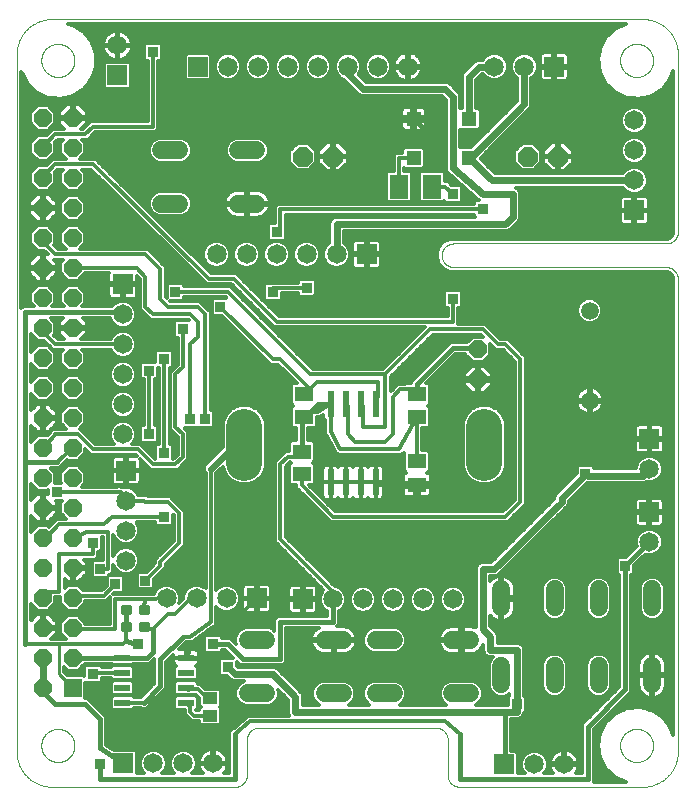
<source format=gtl>
G75*
%MOIN*%
%OFA0B0*%
%FSLAX25Y25*%
%IPPOS*%
%LPD*%
%AMOC8*
5,1,8,0,0,1.08239X$1,22.5*
%
%ADD10C,0.00000*%
%ADD11R,0.06000X0.06000*%
%ADD12OC8,0.06000*%
%ADD13R,0.02362X0.08661*%
%ADD14R,0.06299X0.05118*%
%ADD15C,0.05906*%
%ADD16R,0.06500X0.06500*%
%ADD17C,0.06500*%
%ADD18R,0.05512X0.02362*%
%ADD19C,0.12000*%
%ADD20R,0.04921X0.03937*%
%ADD21C,0.00875*%
%ADD22R,0.05118X0.04724*%
%ADD23C,0.06000*%
%ADD24OC8,0.06600*%
%ADD25R,0.06299X0.07874*%
%ADD26C,0.01200*%
%ADD27R,0.03562X0.03562*%
%ADD28C,0.02400*%
%ADD29C,0.01600*%
%ADD30C,0.03562*%
%ADD31C,0.03169*%
%ADD32C,0.01000*%
D10*
X0037312Y0035098D02*
X0098336Y0035098D01*
X0098460Y0035100D01*
X0098583Y0035106D01*
X0098707Y0035115D01*
X0098829Y0035129D01*
X0098952Y0035146D01*
X0099074Y0035168D01*
X0099195Y0035193D01*
X0099315Y0035222D01*
X0099434Y0035254D01*
X0099553Y0035291D01*
X0099670Y0035331D01*
X0099785Y0035374D01*
X0099900Y0035422D01*
X0100012Y0035473D01*
X0100123Y0035527D01*
X0100233Y0035585D01*
X0100340Y0035646D01*
X0100446Y0035711D01*
X0100549Y0035779D01*
X0100650Y0035850D01*
X0100749Y0035924D01*
X0100846Y0036001D01*
X0100940Y0036082D01*
X0101031Y0036165D01*
X0101120Y0036251D01*
X0101206Y0036340D01*
X0101289Y0036431D01*
X0101370Y0036525D01*
X0101447Y0036622D01*
X0101521Y0036721D01*
X0101592Y0036822D01*
X0101660Y0036925D01*
X0101725Y0037031D01*
X0101786Y0037138D01*
X0101844Y0037248D01*
X0101898Y0037359D01*
X0101949Y0037471D01*
X0101997Y0037586D01*
X0102040Y0037701D01*
X0102080Y0037818D01*
X0102117Y0037937D01*
X0102149Y0038056D01*
X0102178Y0038176D01*
X0102203Y0038297D01*
X0102225Y0038419D01*
X0102242Y0038542D01*
X0102256Y0038664D01*
X0102265Y0038788D01*
X0102271Y0038911D01*
X0102273Y0039035D01*
X0102273Y0050846D01*
X0102275Y0050970D01*
X0102281Y0051093D01*
X0102290Y0051217D01*
X0102304Y0051339D01*
X0102321Y0051462D01*
X0102343Y0051584D01*
X0102368Y0051705D01*
X0102397Y0051825D01*
X0102429Y0051944D01*
X0102466Y0052063D01*
X0102506Y0052180D01*
X0102549Y0052295D01*
X0102597Y0052410D01*
X0102648Y0052522D01*
X0102702Y0052633D01*
X0102760Y0052743D01*
X0102821Y0052850D01*
X0102886Y0052956D01*
X0102954Y0053059D01*
X0103025Y0053160D01*
X0103099Y0053259D01*
X0103176Y0053356D01*
X0103257Y0053450D01*
X0103340Y0053541D01*
X0103426Y0053630D01*
X0103515Y0053716D01*
X0103606Y0053799D01*
X0103700Y0053880D01*
X0103797Y0053957D01*
X0103896Y0054031D01*
X0103997Y0054102D01*
X0104100Y0054170D01*
X0104206Y0054235D01*
X0104313Y0054296D01*
X0104423Y0054354D01*
X0104534Y0054408D01*
X0104646Y0054459D01*
X0104761Y0054507D01*
X0104876Y0054550D01*
X0104993Y0054590D01*
X0105112Y0054627D01*
X0105231Y0054659D01*
X0105351Y0054688D01*
X0105472Y0054713D01*
X0105594Y0054735D01*
X0105717Y0054752D01*
X0105839Y0054766D01*
X0105963Y0054775D01*
X0106086Y0054781D01*
X0106210Y0054783D01*
X0165265Y0054783D01*
X0165389Y0054781D01*
X0165512Y0054775D01*
X0165636Y0054766D01*
X0165758Y0054752D01*
X0165881Y0054735D01*
X0166003Y0054713D01*
X0166124Y0054688D01*
X0166244Y0054659D01*
X0166363Y0054627D01*
X0166482Y0054590D01*
X0166599Y0054550D01*
X0166714Y0054507D01*
X0166829Y0054459D01*
X0166941Y0054408D01*
X0167052Y0054354D01*
X0167162Y0054296D01*
X0167269Y0054235D01*
X0167375Y0054170D01*
X0167478Y0054102D01*
X0167579Y0054031D01*
X0167678Y0053957D01*
X0167775Y0053880D01*
X0167869Y0053799D01*
X0167960Y0053716D01*
X0168049Y0053630D01*
X0168135Y0053541D01*
X0168218Y0053450D01*
X0168299Y0053356D01*
X0168376Y0053259D01*
X0168450Y0053160D01*
X0168521Y0053059D01*
X0168589Y0052956D01*
X0168654Y0052850D01*
X0168715Y0052743D01*
X0168773Y0052633D01*
X0168827Y0052522D01*
X0168878Y0052410D01*
X0168926Y0052295D01*
X0168969Y0052180D01*
X0169009Y0052063D01*
X0169046Y0051944D01*
X0169078Y0051825D01*
X0169107Y0051705D01*
X0169132Y0051584D01*
X0169154Y0051462D01*
X0169171Y0051339D01*
X0169185Y0051217D01*
X0169194Y0051093D01*
X0169200Y0050970D01*
X0169202Y0050846D01*
X0169202Y0039035D01*
X0169204Y0038911D01*
X0169210Y0038788D01*
X0169219Y0038664D01*
X0169233Y0038542D01*
X0169250Y0038419D01*
X0169272Y0038297D01*
X0169297Y0038176D01*
X0169326Y0038056D01*
X0169358Y0037937D01*
X0169395Y0037818D01*
X0169435Y0037701D01*
X0169478Y0037586D01*
X0169526Y0037471D01*
X0169577Y0037359D01*
X0169631Y0037248D01*
X0169689Y0037138D01*
X0169750Y0037031D01*
X0169815Y0036925D01*
X0169883Y0036822D01*
X0169954Y0036721D01*
X0170028Y0036622D01*
X0170105Y0036525D01*
X0170186Y0036431D01*
X0170269Y0036340D01*
X0170355Y0036251D01*
X0170444Y0036165D01*
X0170535Y0036082D01*
X0170629Y0036001D01*
X0170726Y0035924D01*
X0170825Y0035850D01*
X0170926Y0035779D01*
X0171029Y0035711D01*
X0171135Y0035646D01*
X0171242Y0035585D01*
X0171352Y0035527D01*
X0171463Y0035473D01*
X0171575Y0035422D01*
X0171690Y0035374D01*
X0171805Y0035331D01*
X0171922Y0035291D01*
X0172041Y0035254D01*
X0172160Y0035222D01*
X0172280Y0035193D01*
X0172401Y0035168D01*
X0172523Y0035146D01*
X0172646Y0035129D01*
X0172768Y0035115D01*
X0172892Y0035106D01*
X0173015Y0035100D01*
X0173139Y0035098D01*
X0234162Y0035098D01*
X0234447Y0035101D01*
X0234733Y0035112D01*
X0235018Y0035129D01*
X0235302Y0035153D01*
X0235586Y0035184D01*
X0235869Y0035222D01*
X0236150Y0035267D01*
X0236431Y0035318D01*
X0236711Y0035376D01*
X0236989Y0035441D01*
X0237265Y0035513D01*
X0237539Y0035591D01*
X0237812Y0035676D01*
X0238082Y0035768D01*
X0238350Y0035866D01*
X0238616Y0035970D01*
X0238879Y0036081D01*
X0239139Y0036198D01*
X0239397Y0036321D01*
X0239651Y0036451D01*
X0239902Y0036587D01*
X0240150Y0036728D01*
X0240394Y0036876D01*
X0240635Y0037029D01*
X0240871Y0037189D01*
X0241104Y0037354D01*
X0241333Y0037524D01*
X0241558Y0037700D01*
X0241778Y0037882D01*
X0241994Y0038068D01*
X0242205Y0038260D01*
X0242412Y0038457D01*
X0242614Y0038659D01*
X0242811Y0038866D01*
X0243003Y0039077D01*
X0243189Y0039293D01*
X0243371Y0039513D01*
X0243547Y0039738D01*
X0243717Y0039967D01*
X0243882Y0040200D01*
X0244042Y0040436D01*
X0244195Y0040677D01*
X0244343Y0040921D01*
X0244484Y0041169D01*
X0244620Y0041420D01*
X0244750Y0041674D01*
X0244873Y0041932D01*
X0244990Y0042192D01*
X0245101Y0042455D01*
X0245205Y0042721D01*
X0245303Y0042989D01*
X0245395Y0043259D01*
X0245480Y0043532D01*
X0245558Y0043806D01*
X0245630Y0044082D01*
X0245695Y0044360D01*
X0245753Y0044640D01*
X0245804Y0044921D01*
X0245849Y0045202D01*
X0245887Y0045485D01*
X0245918Y0045769D01*
X0245942Y0046053D01*
X0245959Y0046338D01*
X0245970Y0046624D01*
X0245973Y0046909D01*
X0245973Y0204390D01*
X0245971Y0204514D01*
X0245965Y0204637D01*
X0245956Y0204761D01*
X0245942Y0204883D01*
X0245925Y0205006D01*
X0245903Y0205128D01*
X0245878Y0205249D01*
X0245849Y0205369D01*
X0245817Y0205488D01*
X0245780Y0205607D01*
X0245740Y0205724D01*
X0245697Y0205839D01*
X0245649Y0205954D01*
X0245598Y0206066D01*
X0245544Y0206177D01*
X0245486Y0206287D01*
X0245425Y0206394D01*
X0245360Y0206500D01*
X0245292Y0206603D01*
X0245221Y0206704D01*
X0245147Y0206803D01*
X0245070Y0206900D01*
X0244989Y0206994D01*
X0244906Y0207085D01*
X0244820Y0207174D01*
X0244731Y0207260D01*
X0244640Y0207343D01*
X0244546Y0207424D01*
X0244449Y0207501D01*
X0244350Y0207575D01*
X0244249Y0207646D01*
X0244146Y0207714D01*
X0244040Y0207779D01*
X0243933Y0207840D01*
X0243823Y0207898D01*
X0243712Y0207952D01*
X0243600Y0208003D01*
X0243485Y0208051D01*
X0243370Y0208094D01*
X0243253Y0208134D01*
X0243134Y0208171D01*
X0243015Y0208203D01*
X0242895Y0208232D01*
X0242774Y0208257D01*
X0242652Y0208279D01*
X0242529Y0208296D01*
X0242407Y0208310D01*
X0242283Y0208319D01*
X0242160Y0208325D01*
X0242036Y0208327D01*
X0171170Y0208327D01*
X0171046Y0208329D01*
X0170923Y0208335D01*
X0170799Y0208344D01*
X0170677Y0208358D01*
X0170554Y0208375D01*
X0170432Y0208397D01*
X0170311Y0208422D01*
X0170191Y0208451D01*
X0170072Y0208483D01*
X0169953Y0208520D01*
X0169836Y0208560D01*
X0169721Y0208603D01*
X0169606Y0208651D01*
X0169494Y0208702D01*
X0169383Y0208756D01*
X0169273Y0208814D01*
X0169166Y0208875D01*
X0169060Y0208940D01*
X0168957Y0209008D01*
X0168856Y0209079D01*
X0168757Y0209153D01*
X0168660Y0209230D01*
X0168566Y0209311D01*
X0168475Y0209394D01*
X0168386Y0209480D01*
X0168300Y0209569D01*
X0168217Y0209660D01*
X0168136Y0209754D01*
X0168059Y0209851D01*
X0167985Y0209950D01*
X0167914Y0210051D01*
X0167846Y0210154D01*
X0167781Y0210260D01*
X0167720Y0210367D01*
X0167662Y0210477D01*
X0167608Y0210588D01*
X0167557Y0210700D01*
X0167509Y0210815D01*
X0167466Y0210930D01*
X0167426Y0211047D01*
X0167389Y0211166D01*
X0167357Y0211285D01*
X0167328Y0211405D01*
X0167303Y0211526D01*
X0167281Y0211648D01*
X0167264Y0211771D01*
X0167250Y0211893D01*
X0167241Y0212017D01*
X0167235Y0212140D01*
X0167233Y0212264D01*
X0167235Y0212388D01*
X0167241Y0212511D01*
X0167250Y0212635D01*
X0167264Y0212757D01*
X0167281Y0212880D01*
X0167303Y0213002D01*
X0167328Y0213123D01*
X0167357Y0213243D01*
X0167389Y0213362D01*
X0167426Y0213481D01*
X0167466Y0213598D01*
X0167509Y0213713D01*
X0167557Y0213828D01*
X0167608Y0213940D01*
X0167662Y0214051D01*
X0167720Y0214161D01*
X0167781Y0214268D01*
X0167846Y0214374D01*
X0167914Y0214477D01*
X0167985Y0214578D01*
X0168059Y0214677D01*
X0168136Y0214774D01*
X0168217Y0214868D01*
X0168300Y0214959D01*
X0168386Y0215048D01*
X0168475Y0215134D01*
X0168566Y0215217D01*
X0168660Y0215298D01*
X0168757Y0215375D01*
X0168856Y0215449D01*
X0168957Y0215520D01*
X0169060Y0215588D01*
X0169166Y0215653D01*
X0169273Y0215714D01*
X0169383Y0215772D01*
X0169494Y0215826D01*
X0169606Y0215877D01*
X0169721Y0215925D01*
X0169836Y0215968D01*
X0169953Y0216008D01*
X0170072Y0216045D01*
X0170191Y0216077D01*
X0170311Y0216106D01*
X0170432Y0216131D01*
X0170554Y0216153D01*
X0170677Y0216170D01*
X0170799Y0216184D01*
X0170923Y0216193D01*
X0171046Y0216199D01*
X0171170Y0216201D01*
X0242036Y0216201D01*
X0242160Y0216203D01*
X0242283Y0216209D01*
X0242407Y0216218D01*
X0242529Y0216232D01*
X0242652Y0216249D01*
X0242774Y0216271D01*
X0242895Y0216296D01*
X0243015Y0216325D01*
X0243134Y0216357D01*
X0243253Y0216394D01*
X0243370Y0216434D01*
X0243485Y0216477D01*
X0243600Y0216525D01*
X0243712Y0216576D01*
X0243823Y0216630D01*
X0243933Y0216688D01*
X0244040Y0216749D01*
X0244146Y0216814D01*
X0244249Y0216882D01*
X0244350Y0216953D01*
X0244449Y0217027D01*
X0244546Y0217104D01*
X0244640Y0217185D01*
X0244731Y0217268D01*
X0244820Y0217354D01*
X0244906Y0217443D01*
X0244989Y0217534D01*
X0245070Y0217628D01*
X0245147Y0217725D01*
X0245221Y0217824D01*
X0245292Y0217925D01*
X0245360Y0218028D01*
X0245425Y0218134D01*
X0245486Y0218241D01*
X0245544Y0218351D01*
X0245598Y0218462D01*
X0245649Y0218574D01*
X0245697Y0218689D01*
X0245740Y0218804D01*
X0245780Y0218921D01*
X0245817Y0219040D01*
X0245849Y0219159D01*
X0245878Y0219279D01*
X0245903Y0219400D01*
X0245925Y0219522D01*
X0245942Y0219645D01*
X0245956Y0219767D01*
X0245965Y0219891D01*
X0245971Y0220014D01*
X0245973Y0220138D01*
X0245973Y0279193D01*
X0245970Y0279478D01*
X0245959Y0279764D01*
X0245942Y0280049D01*
X0245918Y0280333D01*
X0245887Y0280617D01*
X0245849Y0280900D01*
X0245804Y0281181D01*
X0245753Y0281462D01*
X0245695Y0281742D01*
X0245630Y0282020D01*
X0245558Y0282296D01*
X0245480Y0282570D01*
X0245395Y0282843D01*
X0245303Y0283113D01*
X0245205Y0283381D01*
X0245101Y0283647D01*
X0244990Y0283910D01*
X0244873Y0284170D01*
X0244750Y0284428D01*
X0244620Y0284682D01*
X0244484Y0284933D01*
X0244343Y0285181D01*
X0244195Y0285425D01*
X0244042Y0285666D01*
X0243882Y0285902D01*
X0243717Y0286135D01*
X0243547Y0286364D01*
X0243371Y0286589D01*
X0243189Y0286809D01*
X0243003Y0287025D01*
X0242811Y0287236D01*
X0242614Y0287443D01*
X0242412Y0287645D01*
X0242205Y0287842D01*
X0241994Y0288034D01*
X0241778Y0288220D01*
X0241558Y0288402D01*
X0241333Y0288578D01*
X0241104Y0288748D01*
X0240871Y0288913D01*
X0240635Y0289073D01*
X0240394Y0289226D01*
X0240150Y0289374D01*
X0239902Y0289515D01*
X0239651Y0289651D01*
X0239397Y0289781D01*
X0239139Y0289904D01*
X0238879Y0290021D01*
X0238616Y0290132D01*
X0238350Y0290236D01*
X0238082Y0290334D01*
X0237812Y0290426D01*
X0237539Y0290511D01*
X0237265Y0290589D01*
X0236989Y0290661D01*
X0236711Y0290726D01*
X0236431Y0290784D01*
X0236150Y0290835D01*
X0235869Y0290880D01*
X0235586Y0290918D01*
X0235302Y0290949D01*
X0235018Y0290973D01*
X0234733Y0290990D01*
X0234447Y0291001D01*
X0234162Y0291004D01*
X0037312Y0291004D01*
X0037027Y0291001D01*
X0036741Y0290990D01*
X0036456Y0290973D01*
X0036172Y0290949D01*
X0035888Y0290918D01*
X0035605Y0290880D01*
X0035324Y0290835D01*
X0035043Y0290784D01*
X0034763Y0290726D01*
X0034485Y0290661D01*
X0034209Y0290589D01*
X0033935Y0290511D01*
X0033662Y0290426D01*
X0033392Y0290334D01*
X0033124Y0290236D01*
X0032858Y0290132D01*
X0032595Y0290021D01*
X0032335Y0289904D01*
X0032077Y0289781D01*
X0031823Y0289651D01*
X0031572Y0289515D01*
X0031324Y0289374D01*
X0031080Y0289226D01*
X0030839Y0289073D01*
X0030603Y0288913D01*
X0030370Y0288748D01*
X0030141Y0288578D01*
X0029916Y0288402D01*
X0029696Y0288220D01*
X0029480Y0288034D01*
X0029269Y0287842D01*
X0029062Y0287645D01*
X0028860Y0287443D01*
X0028663Y0287236D01*
X0028471Y0287025D01*
X0028285Y0286809D01*
X0028103Y0286589D01*
X0027927Y0286364D01*
X0027757Y0286135D01*
X0027592Y0285902D01*
X0027432Y0285666D01*
X0027279Y0285425D01*
X0027131Y0285181D01*
X0026990Y0284933D01*
X0026854Y0284682D01*
X0026724Y0284428D01*
X0026601Y0284170D01*
X0026484Y0283910D01*
X0026373Y0283647D01*
X0026269Y0283381D01*
X0026171Y0283113D01*
X0026079Y0282843D01*
X0025994Y0282570D01*
X0025916Y0282296D01*
X0025844Y0282020D01*
X0025779Y0281742D01*
X0025721Y0281462D01*
X0025670Y0281181D01*
X0025625Y0280900D01*
X0025587Y0280617D01*
X0025556Y0280333D01*
X0025532Y0280049D01*
X0025515Y0279764D01*
X0025504Y0279478D01*
X0025501Y0279193D01*
X0025501Y0046909D01*
X0025504Y0046624D01*
X0025515Y0046338D01*
X0025532Y0046053D01*
X0025556Y0045769D01*
X0025587Y0045485D01*
X0025625Y0045202D01*
X0025670Y0044921D01*
X0025721Y0044640D01*
X0025779Y0044360D01*
X0025844Y0044082D01*
X0025916Y0043806D01*
X0025994Y0043532D01*
X0026079Y0043259D01*
X0026171Y0042989D01*
X0026269Y0042721D01*
X0026373Y0042455D01*
X0026484Y0042192D01*
X0026601Y0041932D01*
X0026724Y0041674D01*
X0026854Y0041420D01*
X0026990Y0041169D01*
X0027131Y0040921D01*
X0027279Y0040677D01*
X0027432Y0040436D01*
X0027592Y0040200D01*
X0027757Y0039967D01*
X0027927Y0039738D01*
X0028103Y0039513D01*
X0028285Y0039293D01*
X0028471Y0039077D01*
X0028663Y0038866D01*
X0028860Y0038659D01*
X0029062Y0038457D01*
X0029269Y0038260D01*
X0029480Y0038068D01*
X0029696Y0037882D01*
X0029916Y0037700D01*
X0030141Y0037524D01*
X0030370Y0037354D01*
X0030603Y0037189D01*
X0030839Y0037029D01*
X0031080Y0036876D01*
X0031324Y0036728D01*
X0031572Y0036587D01*
X0031823Y0036451D01*
X0032077Y0036321D01*
X0032335Y0036198D01*
X0032595Y0036081D01*
X0032858Y0035970D01*
X0033124Y0035866D01*
X0033392Y0035768D01*
X0033662Y0035676D01*
X0033935Y0035591D01*
X0034209Y0035513D01*
X0034485Y0035441D01*
X0034763Y0035376D01*
X0035043Y0035318D01*
X0035324Y0035267D01*
X0035605Y0035222D01*
X0035888Y0035184D01*
X0036172Y0035153D01*
X0036456Y0035129D01*
X0036741Y0035112D01*
X0037027Y0035101D01*
X0037312Y0035098D01*
X0033765Y0048883D02*
X0033767Y0049031D01*
X0033773Y0049179D01*
X0033783Y0049327D01*
X0033797Y0049474D01*
X0033815Y0049621D01*
X0033836Y0049767D01*
X0033862Y0049913D01*
X0033892Y0050058D01*
X0033925Y0050202D01*
X0033963Y0050345D01*
X0034004Y0050487D01*
X0034049Y0050628D01*
X0034097Y0050768D01*
X0034150Y0050907D01*
X0034206Y0051044D01*
X0034266Y0051179D01*
X0034329Y0051313D01*
X0034396Y0051445D01*
X0034467Y0051575D01*
X0034541Y0051703D01*
X0034618Y0051829D01*
X0034699Y0051953D01*
X0034783Y0052075D01*
X0034870Y0052194D01*
X0034961Y0052311D01*
X0035055Y0052426D01*
X0035151Y0052538D01*
X0035251Y0052648D01*
X0035353Y0052754D01*
X0035459Y0052858D01*
X0035567Y0052959D01*
X0035678Y0053057D01*
X0035791Y0053153D01*
X0035907Y0053245D01*
X0036025Y0053334D01*
X0036146Y0053419D01*
X0036269Y0053502D01*
X0036394Y0053581D01*
X0036521Y0053657D01*
X0036650Y0053729D01*
X0036781Y0053798D01*
X0036914Y0053863D01*
X0037049Y0053924D01*
X0037185Y0053982D01*
X0037322Y0054037D01*
X0037461Y0054087D01*
X0037602Y0054134D01*
X0037743Y0054177D01*
X0037886Y0054217D01*
X0038030Y0054252D01*
X0038174Y0054284D01*
X0038320Y0054311D01*
X0038466Y0054335D01*
X0038613Y0054355D01*
X0038760Y0054371D01*
X0038907Y0054383D01*
X0039055Y0054391D01*
X0039203Y0054395D01*
X0039351Y0054395D01*
X0039499Y0054391D01*
X0039647Y0054383D01*
X0039794Y0054371D01*
X0039941Y0054355D01*
X0040088Y0054335D01*
X0040234Y0054311D01*
X0040380Y0054284D01*
X0040524Y0054252D01*
X0040668Y0054217D01*
X0040811Y0054177D01*
X0040952Y0054134D01*
X0041093Y0054087D01*
X0041232Y0054037D01*
X0041369Y0053982D01*
X0041505Y0053924D01*
X0041640Y0053863D01*
X0041773Y0053798D01*
X0041904Y0053729D01*
X0042033Y0053657D01*
X0042160Y0053581D01*
X0042285Y0053502D01*
X0042408Y0053419D01*
X0042529Y0053334D01*
X0042647Y0053245D01*
X0042763Y0053153D01*
X0042876Y0053057D01*
X0042987Y0052959D01*
X0043095Y0052858D01*
X0043201Y0052754D01*
X0043303Y0052648D01*
X0043403Y0052538D01*
X0043499Y0052426D01*
X0043593Y0052311D01*
X0043684Y0052194D01*
X0043771Y0052075D01*
X0043855Y0051953D01*
X0043936Y0051829D01*
X0044013Y0051703D01*
X0044087Y0051575D01*
X0044158Y0051445D01*
X0044225Y0051313D01*
X0044288Y0051179D01*
X0044348Y0051044D01*
X0044404Y0050907D01*
X0044457Y0050768D01*
X0044505Y0050628D01*
X0044550Y0050487D01*
X0044591Y0050345D01*
X0044629Y0050202D01*
X0044662Y0050058D01*
X0044692Y0049913D01*
X0044718Y0049767D01*
X0044739Y0049621D01*
X0044757Y0049474D01*
X0044771Y0049327D01*
X0044781Y0049179D01*
X0044787Y0049031D01*
X0044789Y0048883D01*
X0044787Y0048735D01*
X0044781Y0048587D01*
X0044771Y0048439D01*
X0044757Y0048292D01*
X0044739Y0048145D01*
X0044718Y0047999D01*
X0044692Y0047853D01*
X0044662Y0047708D01*
X0044629Y0047564D01*
X0044591Y0047421D01*
X0044550Y0047279D01*
X0044505Y0047138D01*
X0044457Y0046998D01*
X0044404Y0046859D01*
X0044348Y0046722D01*
X0044288Y0046587D01*
X0044225Y0046453D01*
X0044158Y0046321D01*
X0044087Y0046191D01*
X0044013Y0046063D01*
X0043936Y0045937D01*
X0043855Y0045813D01*
X0043771Y0045691D01*
X0043684Y0045572D01*
X0043593Y0045455D01*
X0043499Y0045340D01*
X0043403Y0045228D01*
X0043303Y0045118D01*
X0043201Y0045012D01*
X0043095Y0044908D01*
X0042987Y0044807D01*
X0042876Y0044709D01*
X0042763Y0044613D01*
X0042647Y0044521D01*
X0042529Y0044432D01*
X0042408Y0044347D01*
X0042285Y0044264D01*
X0042160Y0044185D01*
X0042033Y0044109D01*
X0041904Y0044037D01*
X0041773Y0043968D01*
X0041640Y0043903D01*
X0041505Y0043842D01*
X0041369Y0043784D01*
X0041232Y0043729D01*
X0041093Y0043679D01*
X0040952Y0043632D01*
X0040811Y0043589D01*
X0040668Y0043549D01*
X0040524Y0043514D01*
X0040380Y0043482D01*
X0040234Y0043455D01*
X0040088Y0043431D01*
X0039941Y0043411D01*
X0039794Y0043395D01*
X0039647Y0043383D01*
X0039499Y0043375D01*
X0039351Y0043371D01*
X0039203Y0043371D01*
X0039055Y0043375D01*
X0038907Y0043383D01*
X0038760Y0043395D01*
X0038613Y0043411D01*
X0038466Y0043431D01*
X0038320Y0043455D01*
X0038174Y0043482D01*
X0038030Y0043514D01*
X0037886Y0043549D01*
X0037743Y0043589D01*
X0037602Y0043632D01*
X0037461Y0043679D01*
X0037322Y0043729D01*
X0037185Y0043784D01*
X0037049Y0043842D01*
X0036914Y0043903D01*
X0036781Y0043968D01*
X0036650Y0044037D01*
X0036521Y0044109D01*
X0036394Y0044185D01*
X0036269Y0044264D01*
X0036146Y0044347D01*
X0036025Y0044432D01*
X0035907Y0044521D01*
X0035791Y0044613D01*
X0035678Y0044709D01*
X0035567Y0044807D01*
X0035459Y0044908D01*
X0035353Y0045012D01*
X0035251Y0045118D01*
X0035151Y0045228D01*
X0035055Y0045340D01*
X0034961Y0045455D01*
X0034870Y0045572D01*
X0034783Y0045691D01*
X0034699Y0045813D01*
X0034618Y0045937D01*
X0034541Y0046063D01*
X0034467Y0046191D01*
X0034396Y0046321D01*
X0034329Y0046453D01*
X0034266Y0046587D01*
X0034206Y0046722D01*
X0034150Y0046859D01*
X0034097Y0046998D01*
X0034049Y0047138D01*
X0034004Y0047279D01*
X0033963Y0047421D01*
X0033925Y0047564D01*
X0033892Y0047708D01*
X0033862Y0047853D01*
X0033836Y0047999D01*
X0033815Y0048145D01*
X0033797Y0048292D01*
X0033783Y0048439D01*
X0033773Y0048587D01*
X0033767Y0048735D01*
X0033765Y0048883D01*
X0226679Y0048883D02*
X0226681Y0049031D01*
X0226687Y0049179D01*
X0226697Y0049327D01*
X0226711Y0049474D01*
X0226729Y0049621D01*
X0226750Y0049767D01*
X0226776Y0049913D01*
X0226806Y0050058D01*
X0226839Y0050202D01*
X0226877Y0050345D01*
X0226918Y0050487D01*
X0226963Y0050628D01*
X0227011Y0050768D01*
X0227064Y0050907D01*
X0227120Y0051044D01*
X0227180Y0051179D01*
X0227243Y0051313D01*
X0227310Y0051445D01*
X0227381Y0051575D01*
X0227455Y0051703D01*
X0227532Y0051829D01*
X0227613Y0051953D01*
X0227697Y0052075D01*
X0227784Y0052194D01*
X0227875Y0052311D01*
X0227969Y0052426D01*
X0228065Y0052538D01*
X0228165Y0052648D01*
X0228267Y0052754D01*
X0228373Y0052858D01*
X0228481Y0052959D01*
X0228592Y0053057D01*
X0228705Y0053153D01*
X0228821Y0053245D01*
X0228939Y0053334D01*
X0229060Y0053419D01*
X0229183Y0053502D01*
X0229308Y0053581D01*
X0229435Y0053657D01*
X0229564Y0053729D01*
X0229695Y0053798D01*
X0229828Y0053863D01*
X0229963Y0053924D01*
X0230099Y0053982D01*
X0230236Y0054037D01*
X0230375Y0054087D01*
X0230516Y0054134D01*
X0230657Y0054177D01*
X0230800Y0054217D01*
X0230944Y0054252D01*
X0231088Y0054284D01*
X0231234Y0054311D01*
X0231380Y0054335D01*
X0231527Y0054355D01*
X0231674Y0054371D01*
X0231821Y0054383D01*
X0231969Y0054391D01*
X0232117Y0054395D01*
X0232265Y0054395D01*
X0232413Y0054391D01*
X0232561Y0054383D01*
X0232708Y0054371D01*
X0232855Y0054355D01*
X0233002Y0054335D01*
X0233148Y0054311D01*
X0233294Y0054284D01*
X0233438Y0054252D01*
X0233582Y0054217D01*
X0233725Y0054177D01*
X0233866Y0054134D01*
X0234007Y0054087D01*
X0234146Y0054037D01*
X0234283Y0053982D01*
X0234419Y0053924D01*
X0234554Y0053863D01*
X0234687Y0053798D01*
X0234818Y0053729D01*
X0234947Y0053657D01*
X0235074Y0053581D01*
X0235199Y0053502D01*
X0235322Y0053419D01*
X0235443Y0053334D01*
X0235561Y0053245D01*
X0235677Y0053153D01*
X0235790Y0053057D01*
X0235901Y0052959D01*
X0236009Y0052858D01*
X0236115Y0052754D01*
X0236217Y0052648D01*
X0236317Y0052538D01*
X0236413Y0052426D01*
X0236507Y0052311D01*
X0236598Y0052194D01*
X0236685Y0052075D01*
X0236769Y0051953D01*
X0236850Y0051829D01*
X0236927Y0051703D01*
X0237001Y0051575D01*
X0237072Y0051445D01*
X0237139Y0051313D01*
X0237202Y0051179D01*
X0237262Y0051044D01*
X0237318Y0050907D01*
X0237371Y0050768D01*
X0237419Y0050628D01*
X0237464Y0050487D01*
X0237505Y0050345D01*
X0237543Y0050202D01*
X0237576Y0050058D01*
X0237606Y0049913D01*
X0237632Y0049767D01*
X0237653Y0049621D01*
X0237671Y0049474D01*
X0237685Y0049327D01*
X0237695Y0049179D01*
X0237701Y0049031D01*
X0237703Y0048883D01*
X0237701Y0048735D01*
X0237695Y0048587D01*
X0237685Y0048439D01*
X0237671Y0048292D01*
X0237653Y0048145D01*
X0237632Y0047999D01*
X0237606Y0047853D01*
X0237576Y0047708D01*
X0237543Y0047564D01*
X0237505Y0047421D01*
X0237464Y0047279D01*
X0237419Y0047138D01*
X0237371Y0046998D01*
X0237318Y0046859D01*
X0237262Y0046722D01*
X0237202Y0046587D01*
X0237139Y0046453D01*
X0237072Y0046321D01*
X0237001Y0046191D01*
X0236927Y0046063D01*
X0236850Y0045937D01*
X0236769Y0045813D01*
X0236685Y0045691D01*
X0236598Y0045572D01*
X0236507Y0045455D01*
X0236413Y0045340D01*
X0236317Y0045228D01*
X0236217Y0045118D01*
X0236115Y0045012D01*
X0236009Y0044908D01*
X0235901Y0044807D01*
X0235790Y0044709D01*
X0235677Y0044613D01*
X0235561Y0044521D01*
X0235443Y0044432D01*
X0235322Y0044347D01*
X0235199Y0044264D01*
X0235074Y0044185D01*
X0234947Y0044109D01*
X0234818Y0044037D01*
X0234687Y0043968D01*
X0234554Y0043903D01*
X0234419Y0043842D01*
X0234283Y0043784D01*
X0234146Y0043729D01*
X0234007Y0043679D01*
X0233866Y0043632D01*
X0233725Y0043589D01*
X0233582Y0043549D01*
X0233438Y0043514D01*
X0233294Y0043482D01*
X0233148Y0043455D01*
X0233002Y0043431D01*
X0232855Y0043411D01*
X0232708Y0043395D01*
X0232561Y0043383D01*
X0232413Y0043375D01*
X0232265Y0043371D01*
X0232117Y0043371D01*
X0231969Y0043375D01*
X0231821Y0043383D01*
X0231674Y0043395D01*
X0231527Y0043411D01*
X0231380Y0043431D01*
X0231234Y0043455D01*
X0231088Y0043482D01*
X0230944Y0043514D01*
X0230800Y0043549D01*
X0230657Y0043589D01*
X0230516Y0043632D01*
X0230375Y0043679D01*
X0230236Y0043729D01*
X0230099Y0043784D01*
X0229963Y0043842D01*
X0229828Y0043903D01*
X0229695Y0043968D01*
X0229564Y0044037D01*
X0229435Y0044109D01*
X0229308Y0044185D01*
X0229183Y0044264D01*
X0229060Y0044347D01*
X0228939Y0044432D01*
X0228821Y0044521D01*
X0228705Y0044613D01*
X0228592Y0044709D01*
X0228481Y0044807D01*
X0228373Y0044908D01*
X0228267Y0045012D01*
X0228165Y0045118D01*
X0228065Y0045228D01*
X0227969Y0045340D01*
X0227875Y0045455D01*
X0227784Y0045572D01*
X0227697Y0045691D01*
X0227613Y0045813D01*
X0227532Y0045937D01*
X0227455Y0046063D01*
X0227381Y0046191D01*
X0227310Y0046321D01*
X0227243Y0046453D01*
X0227180Y0046587D01*
X0227120Y0046722D01*
X0227064Y0046859D01*
X0227011Y0046998D01*
X0226963Y0047138D01*
X0226918Y0047279D01*
X0226877Y0047421D01*
X0226839Y0047564D01*
X0226806Y0047708D01*
X0226776Y0047853D01*
X0226750Y0047999D01*
X0226729Y0048145D01*
X0226711Y0048292D01*
X0226697Y0048439D01*
X0226687Y0048587D01*
X0226681Y0048735D01*
X0226679Y0048883D01*
X0226679Y0277230D02*
X0226681Y0277378D01*
X0226687Y0277526D01*
X0226697Y0277674D01*
X0226711Y0277821D01*
X0226729Y0277968D01*
X0226750Y0278114D01*
X0226776Y0278260D01*
X0226806Y0278405D01*
X0226839Y0278549D01*
X0226877Y0278692D01*
X0226918Y0278834D01*
X0226963Y0278975D01*
X0227011Y0279115D01*
X0227064Y0279254D01*
X0227120Y0279391D01*
X0227180Y0279526D01*
X0227243Y0279660D01*
X0227310Y0279792D01*
X0227381Y0279922D01*
X0227455Y0280050D01*
X0227532Y0280176D01*
X0227613Y0280300D01*
X0227697Y0280422D01*
X0227784Y0280541D01*
X0227875Y0280658D01*
X0227969Y0280773D01*
X0228065Y0280885D01*
X0228165Y0280995D01*
X0228267Y0281101D01*
X0228373Y0281205D01*
X0228481Y0281306D01*
X0228592Y0281404D01*
X0228705Y0281500D01*
X0228821Y0281592D01*
X0228939Y0281681D01*
X0229060Y0281766D01*
X0229183Y0281849D01*
X0229308Y0281928D01*
X0229435Y0282004D01*
X0229564Y0282076D01*
X0229695Y0282145D01*
X0229828Y0282210D01*
X0229963Y0282271D01*
X0230099Y0282329D01*
X0230236Y0282384D01*
X0230375Y0282434D01*
X0230516Y0282481D01*
X0230657Y0282524D01*
X0230800Y0282564D01*
X0230944Y0282599D01*
X0231088Y0282631D01*
X0231234Y0282658D01*
X0231380Y0282682D01*
X0231527Y0282702D01*
X0231674Y0282718D01*
X0231821Y0282730D01*
X0231969Y0282738D01*
X0232117Y0282742D01*
X0232265Y0282742D01*
X0232413Y0282738D01*
X0232561Y0282730D01*
X0232708Y0282718D01*
X0232855Y0282702D01*
X0233002Y0282682D01*
X0233148Y0282658D01*
X0233294Y0282631D01*
X0233438Y0282599D01*
X0233582Y0282564D01*
X0233725Y0282524D01*
X0233866Y0282481D01*
X0234007Y0282434D01*
X0234146Y0282384D01*
X0234283Y0282329D01*
X0234419Y0282271D01*
X0234554Y0282210D01*
X0234687Y0282145D01*
X0234818Y0282076D01*
X0234947Y0282004D01*
X0235074Y0281928D01*
X0235199Y0281849D01*
X0235322Y0281766D01*
X0235443Y0281681D01*
X0235561Y0281592D01*
X0235677Y0281500D01*
X0235790Y0281404D01*
X0235901Y0281306D01*
X0236009Y0281205D01*
X0236115Y0281101D01*
X0236217Y0280995D01*
X0236317Y0280885D01*
X0236413Y0280773D01*
X0236507Y0280658D01*
X0236598Y0280541D01*
X0236685Y0280422D01*
X0236769Y0280300D01*
X0236850Y0280176D01*
X0236927Y0280050D01*
X0237001Y0279922D01*
X0237072Y0279792D01*
X0237139Y0279660D01*
X0237202Y0279526D01*
X0237262Y0279391D01*
X0237318Y0279254D01*
X0237371Y0279115D01*
X0237419Y0278975D01*
X0237464Y0278834D01*
X0237505Y0278692D01*
X0237543Y0278549D01*
X0237576Y0278405D01*
X0237606Y0278260D01*
X0237632Y0278114D01*
X0237653Y0277968D01*
X0237671Y0277821D01*
X0237685Y0277674D01*
X0237695Y0277526D01*
X0237701Y0277378D01*
X0237703Y0277230D01*
X0237701Y0277082D01*
X0237695Y0276934D01*
X0237685Y0276786D01*
X0237671Y0276639D01*
X0237653Y0276492D01*
X0237632Y0276346D01*
X0237606Y0276200D01*
X0237576Y0276055D01*
X0237543Y0275911D01*
X0237505Y0275768D01*
X0237464Y0275626D01*
X0237419Y0275485D01*
X0237371Y0275345D01*
X0237318Y0275206D01*
X0237262Y0275069D01*
X0237202Y0274934D01*
X0237139Y0274800D01*
X0237072Y0274668D01*
X0237001Y0274538D01*
X0236927Y0274410D01*
X0236850Y0274284D01*
X0236769Y0274160D01*
X0236685Y0274038D01*
X0236598Y0273919D01*
X0236507Y0273802D01*
X0236413Y0273687D01*
X0236317Y0273575D01*
X0236217Y0273465D01*
X0236115Y0273359D01*
X0236009Y0273255D01*
X0235901Y0273154D01*
X0235790Y0273056D01*
X0235677Y0272960D01*
X0235561Y0272868D01*
X0235443Y0272779D01*
X0235322Y0272694D01*
X0235199Y0272611D01*
X0235074Y0272532D01*
X0234947Y0272456D01*
X0234818Y0272384D01*
X0234687Y0272315D01*
X0234554Y0272250D01*
X0234419Y0272189D01*
X0234283Y0272131D01*
X0234146Y0272076D01*
X0234007Y0272026D01*
X0233866Y0271979D01*
X0233725Y0271936D01*
X0233582Y0271896D01*
X0233438Y0271861D01*
X0233294Y0271829D01*
X0233148Y0271802D01*
X0233002Y0271778D01*
X0232855Y0271758D01*
X0232708Y0271742D01*
X0232561Y0271730D01*
X0232413Y0271722D01*
X0232265Y0271718D01*
X0232117Y0271718D01*
X0231969Y0271722D01*
X0231821Y0271730D01*
X0231674Y0271742D01*
X0231527Y0271758D01*
X0231380Y0271778D01*
X0231234Y0271802D01*
X0231088Y0271829D01*
X0230944Y0271861D01*
X0230800Y0271896D01*
X0230657Y0271936D01*
X0230516Y0271979D01*
X0230375Y0272026D01*
X0230236Y0272076D01*
X0230099Y0272131D01*
X0229963Y0272189D01*
X0229828Y0272250D01*
X0229695Y0272315D01*
X0229564Y0272384D01*
X0229435Y0272456D01*
X0229308Y0272532D01*
X0229183Y0272611D01*
X0229060Y0272694D01*
X0228939Y0272779D01*
X0228821Y0272868D01*
X0228705Y0272960D01*
X0228592Y0273056D01*
X0228481Y0273154D01*
X0228373Y0273255D01*
X0228267Y0273359D01*
X0228165Y0273465D01*
X0228065Y0273575D01*
X0227969Y0273687D01*
X0227875Y0273802D01*
X0227784Y0273919D01*
X0227697Y0274038D01*
X0227613Y0274160D01*
X0227532Y0274284D01*
X0227455Y0274410D01*
X0227381Y0274538D01*
X0227310Y0274668D01*
X0227243Y0274800D01*
X0227180Y0274934D01*
X0227120Y0275069D01*
X0227064Y0275206D01*
X0227011Y0275345D01*
X0226963Y0275485D01*
X0226918Y0275626D01*
X0226877Y0275768D01*
X0226839Y0275911D01*
X0226806Y0276055D01*
X0226776Y0276200D01*
X0226750Y0276346D01*
X0226729Y0276492D01*
X0226711Y0276639D01*
X0226697Y0276786D01*
X0226687Y0276934D01*
X0226681Y0277082D01*
X0226679Y0277230D01*
X0033765Y0277230D02*
X0033767Y0277378D01*
X0033773Y0277526D01*
X0033783Y0277674D01*
X0033797Y0277821D01*
X0033815Y0277968D01*
X0033836Y0278114D01*
X0033862Y0278260D01*
X0033892Y0278405D01*
X0033925Y0278549D01*
X0033963Y0278692D01*
X0034004Y0278834D01*
X0034049Y0278975D01*
X0034097Y0279115D01*
X0034150Y0279254D01*
X0034206Y0279391D01*
X0034266Y0279526D01*
X0034329Y0279660D01*
X0034396Y0279792D01*
X0034467Y0279922D01*
X0034541Y0280050D01*
X0034618Y0280176D01*
X0034699Y0280300D01*
X0034783Y0280422D01*
X0034870Y0280541D01*
X0034961Y0280658D01*
X0035055Y0280773D01*
X0035151Y0280885D01*
X0035251Y0280995D01*
X0035353Y0281101D01*
X0035459Y0281205D01*
X0035567Y0281306D01*
X0035678Y0281404D01*
X0035791Y0281500D01*
X0035907Y0281592D01*
X0036025Y0281681D01*
X0036146Y0281766D01*
X0036269Y0281849D01*
X0036394Y0281928D01*
X0036521Y0282004D01*
X0036650Y0282076D01*
X0036781Y0282145D01*
X0036914Y0282210D01*
X0037049Y0282271D01*
X0037185Y0282329D01*
X0037322Y0282384D01*
X0037461Y0282434D01*
X0037602Y0282481D01*
X0037743Y0282524D01*
X0037886Y0282564D01*
X0038030Y0282599D01*
X0038174Y0282631D01*
X0038320Y0282658D01*
X0038466Y0282682D01*
X0038613Y0282702D01*
X0038760Y0282718D01*
X0038907Y0282730D01*
X0039055Y0282738D01*
X0039203Y0282742D01*
X0039351Y0282742D01*
X0039499Y0282738D01*
X0039647Y0282730D01*
X0039794Y0282718D01*
X0039941Y0282702D01*
X0040088Y0282682D01*
X0040234Y0282658D01*
X0040380Y0282631D01*
X0040524Y0282599D01*
X0040668Y0282564D01*
X0040811Y0282524D01*
X0040952Y0282481D01*
X0041093Y0282434D01*
X0041232Y0282384D01*
X0041369Y0282329D01*
X0041505Y0282271D01*
X0041640Y0282210D01*
X0041773Y0282145D01*
X0041904Y0282076D01*
X0042033Y0282004D01*
X0042160Y0281928D01*
X0042285Y0281849D01*
X0042408Y0281766D01*
X0042529Y0281681D01*
X0042647Y0281592D01*
X0042763Y0281500D01*
X0042876Y0281404D01*
X0042987Y0281306D01*
X0043095Y0281205D01*
X0043201Y0281101D01*
X0043303Y0280995D01*
X0043403Y0280885D01*
X0043499Y0280773D01*
X0043593Y0280658D01*
X0043684Y0280541D01*
X0043771Y0280422D01*
X0043855Y0280300D01*
X0043936Y0280176D01*
X0044013Y0280050D01*
X0044087Y0279922D01*
X0044158Y0279792D01*
X0044225Y0279660D01*
X0044288Y0279526D01*
X0044348Y0279391D01*
X0044404Y0279254D01*
X0044457Y0279115D01*
X0044505Y0278975D01*
X0044550Y0278834D01*
X0044591Y0278692D01*
X0044629Y0278549D01*
X0044662Y0278405D01*
X0044692Y0278260D01*
X0044718Y0278114D01*
X0044739Y0277968D01*
X0044757Y0277821D01*
X0044771Y0277674D01*
X0044781Y0277526D01*
X0044787Y0277378D01*
X0044789Y0277230D01*
X0044787Y0277082D01*
X0044781Y0276934D01*
X0044771Y0276786D01*
X0044757Y0276639D01*
X0044739Y0276492D01*
X0044718Y0276346D01*
X0044692Y0276200D01*
X0044662Y0276055D01*
X0044629Y0275911D01*
X0044591Y0275768D01*
X0044550Y0275626D01*
X0044505Y0275485D01*
X0044457Y0275345D01*
X0044404Y0275206D01*
X0044348Y0275069D01*
X0044288Y0274934D01*
X0044225Y0274800D01*
X0044158Y0274668D01*
X0044087Y0274538D01*
X0044013Y0274410D01*
X0043936Y0274284D01*
X0043855Y0274160D01*
X0043771Y0274038D01*
X0043684Y0273919D01*
X0043593Y0273802D01*
X0043499Y0273687D01*
X0043403Y0273575D01*
X0043303Y0273465D01*
X0043201Y0273359D01*
X0043095Y0273255D01*
X0042987Y0273154D01*
X0042876Y0273056D01*
X0042763Y0272960D01*
X0042647Y0272868D01*
X0042529Y0272779D01*
X0042408Y0272694D01*
X0042285Y0272611D01*
X0042160Y0272532D01*
X0042033Y0272456D01*
X0041904Y0272384D01*
X0041773Y0272315D01*
X0041640Y0272250D01*
X0041505Y0272189D01*
X0041369Y0272131D01*
X0041232Y0272076D01*
X0041093Y0272026D01*
X0040952Y0271979D01*
X0040811Y0271936D01*
X0040668Y0271896D01*
X0040524Y0271861D01*
X0040380Y0271829D01*
X0040234Y0271802D01*
X0040088Y0271778D01*
X0039941Y0271758D01*
X0039794Y0271742D01*
X0039647Y0271730D01*
X0039499Y0271722D01*
X0039351Y0271718D01*
X0039203Y0271718D01*
X0039055Y0271722D01*
X0038907Y0271730D01*
X0038760Y0271742D01*
X0038613Y0271758D01*
X0038466Y0271778D01*
X0038320Y0271802D01*
X0038174Y0271829D01*
X0038030Y0271861D01*
X0037886Y0271896D01*
X0037743Y0271936D01*
X0037602Y0271979D01*
X0037461Y0272026D01*
X0037322Y0272076D01*
X0037185Y0272131D01*
X0037049Y0272189D01*
X0036914Y0272250D01*
X0036781Y0272315D01*
X0036650Y0272384D01*
X0036521Y0272456D01*
X0036394Y0272532D01*
X0036269Y0272611D01*
X0036146Y0272694D01*
X0036025Y0272779D01*
X0035907Y0272868D01*
X0035791Y0272960D01*
X0035678Y0273056D01*
X0035567Y0273154D01*
X0035459Y0273255D01*
X0035353Y0273359D01*
X0035251Y0273465D01*
X0035151Y0273575D01*
X0035055Y0273687D01*
X0034961Y0273802D01*
X0034870Y0273919D01*
X0034783Y0274038D01*
X0034699Y0274160D01*
X0034618Y0274284D01*
X0034541Y0274410D01*
X0034467Y0274538D01*
X0034396Y0274668D01*
X0034329Y0274800D01*
X0034266Y0274934D01*
X0034206Y0275069D01*
X0034150Y0275206D01*
X0034097Y0275345D01*
X0034049Y0275485D01*
X0034004Y0275626D01*
X0033963Y0275768D01*
X0033925Y0275911D01*
X0033892Y0276055D01*
X0033862Y0276200D01*
X0033836Y0276346D01*
X0033815Y0276492D01*
X0033797Y0276639D01*
X0033783Y0276786D01*
X0033773Y0276934D01*
X0033767Y0277082D01*
X0033765Y0277230D01*
D11*
X0044277Y0068057D03*
D12*
X0034277Y0068057D03*
X0034277Y0078057D03*
X0044277Y0078057D03*
X0044277Y0088057D03*
X0034277Y0088057D03*
X0034277Y0098057D03*
X0044277Y0098057D03*
X0044277Y0108057D03*
X0034277Y0108057D03*
X0034277Y0118057D03*
X0044277Y0118057D03*
X0044277Y0128057D03*
X0034277Y0128057D03*
X0034277Y0138057D03*
X0044277Y0138057D03*
X0044277Y0148057D03*
X0034277Y0148057D03*
X0034277Y0158057D03*
X0044277Y0158057D03*
X0044277Y0168057D03*
X0034277Y0168057D03*
X0034277Y0178057D03*
X0044277Y0178057D03*
X0044277Y0188057D03*
X0034277Y0188057D03*
X0034277Y0198057D03*
X0044277Y0198057D03*
X0044277Y0208057D03*
X0034277Y0208057D03*
X0034277Y0218057D03*
X0044277Y0218057D03*
X0044277Y0228057D03*
X0034277Y0228057D03*
X0034277Y0238057D03*
X0044277Y0238057D03*
X0044277Y0248057D03*
X0034277Y0248057D03*
X0034277Y0258057D03*
X0044277Y0258057D03*
X0179267Y0180911D03*
X0179267Y0170911D03*
D13*
X0145163Y0162761D03*
X0140163Y0162761D03*
X0135163Y0162761D03*
X0130163Y0162761D03*
X0130163Y0136541D03*
X0135163Y0136541D03*
X0140163Y0136541D03*
X0145163Y0136541D03*
D14*
X0158913Y0135714D03*
X0158913Y0143588D03*
X0158913Y0158411D03*
X0158913Y0165891D03*
X0121413Y0165891D03*
X0121413Y0158411D03*
X0120527Y0146797D03*
X0120527Y0139317D03*
D15*
X0216600Y0163805D03*
X0216600Y0193726D03*
D16*
X0231423Y0227210D03*
X0204720Y0275104D03*
X0142220Y0212604D03*
X0060970Y0202604D03*
X0062013Y0140498D03*
X0105576Y0097899D03*
X0120970Y0097604D03*
X0061076Y0042903D03*
X0188076Y0042643D03*
X0236403Y0126659D03*
X0236472Y0151049D03*
X0059139Y0272210D03*
X0085970Y0275104D03*
D17*
X0095970Y0275104D03*
X0105970Y0275104D03*
X0115970Y0275104D03*
X0125970Y0275104D03*
X0135970Y0275104D03*
X0145970Y0275104D03*
X0155970Y0275104D03*
X0184720Y0275104D03*
X0194720Y0275104D03*
X0231423Y0257210D03*
X0231423Y0247210D03*
X0231423Y0237210D03*
X0132220Y0212604D03*
X0122220Y0212604D03*
X0112220Y0212604D03*
X0102220Y0212604D03*
X0092220Y0212604D03*
X0060970Y0192604D03*
X0060970Y0182604D03*
X0060970Y0172604D03*
X0060970Y0162604D03*
X0060970Y0152604D03*
X0062013Y0130498D03*
X0062013Y0120498D03*
X0062013Y0110498D03*
X0075576Y0097899D03*
X0085576Y0097899D03*
X0095576Y0097899D03*
X0130970Y0097604D03*
X0140970Y0097604D03*
X0150970Y0097604D03*
X0160970Y0097604D03*
X0170970Y0097604D03*
X0236403Y0116659D03*
X0236472Y0141049D03*
X0091076Y0042903D03*
X0081076Y0042903D03*
X0071076Y0042903D03*
X0198076Y0042643D03*
X0208076Y0042643D03*
X0059139Y0282210D03*
D18*
X0060813Y0078155D03*
X0060813Y0073155D03*
X0060813Y0068155D03*
X0060813Y0063155D03*
X0082072Y0063155D03*
X0082072Y0068155D03*
X0082072Y0073155D03*
X0082072Y0078155D03*
D19*
X0101423Y0143100D02*
X0101423Y0155100D01*
X0181423Y0155100D02*
X0181423Y0143100D01*
D20*
X0090065Y0064671D03*
X0090065Y0058765D03*
D21*
X0069259Y0087216D02*
X0066633Y0087216D01*
X0066633Y0089842D01*
X0069259Y0089842D01*
X0069259Y0087216D01*
X0069259Y0088090D02*
X0066633Y0088090D01*
X0066633Y0088964D02*
X0069259Y0088964D01*
X0069259Y0089838D02*
X0066633Y0089838D01*
X0066633Y0092905D02*
X0069259Y0092905D01*
X0066633Y0092905D02*
X0066633Y0095531D01*
X0069259Y0095531D01*
X0069259Y0092905D01*
X0069259Y0093779D02*
X0066633Y0093779D01*
X0066633Y0094653D02*
X0069259Y0094653D01*
X0069259Y0095527D02*
X0066633Y0095527D01*
X0063259Y0092905D02*
X0060633Y0092905D01*
X0060633Y0095531D01*
X0063259Y0095531D01*
X0063259Y0092905D01*
X0063259Y0093779D02*
X0060633Y0093779D01*
X0060633Y0094653D02*
X0063259Y0094653D01*
X0063259Y0095527D02*
X0060633Y0095527D01*
X0060633Y0087216D02*
X0063259Y0087216D01*
X0060633Y0087216D02*
X0060633Y0089842D01*
X0063259Y0089842D01*
X0063259Y0087216D01*
X0063259Y0088090D02*
X0060633Y0088090D01*
X0060633Y0088964D02*
X0063259Y0088964D01*
X0063259Y0089838D02*
X0060633Y0089838D01*
D22*
X0157899Y0244730D03*
X0176403Y0244730D03*
X0176403Y0257722D03*
X0157899Y0257722D03*
D23*
X0105392Y0247252D02*
X0099392Y0247252D01*
X0079792Y0247252D02*
X0073792Y0247252D01*
X0073792Y0229452D02*
X0079792Y0229452D01*
X0099392Y0229452D02*
X0105392Y0229452D01*
X0187070Y0100904D02*
X0187070Y0094904D01*
X0176770Y0084004D02*
X0170770Y0084004D01*
X0187070Y0075304D02*
X0187070Y0069304D01*
X0176770Y0066204D02*
X0170770Y0066204D01*
X0151170Y0066204D02*
X0145170Y0066204D01*
X0134270Y0066204D02*
X0128270Y0066204D01*
X0108670Y0066204D02*
X0102670Y0066204D01*
X0102670Y0084004D02*
X0108670Y0084004D01*
X0128270Y0084004D02*
X0134270Y0084004D01*
X0145170Y0084004D02*
X0151170Y0084004D01*
X0204870Y0075304D02*
X0204870Y0069304D01*
X0219570Y0069304D02*
X0219570Y0075304D01*
X0237370Y0075304D02*
X0237370Y0069304D01*
X0237370Y0094904D02*
X0237370Y0100904D01*
X0219570Y0100904D02*
X0219570Y0094904D01*
X0204870Y0094904D02*
X0204870Y0100904D01*
D24*
X0205970Y0245104D03*
X0195970Y0245104D03*
X0130970Y0245104D03*
X0120970Y0245104D03*
D25*
X0152958Y0235104D03*
X0163982Y0235104D03*
D26*
X0168470Y0235104D01*
X0170970Y0232604D01*
X0173951Y0232240D02*
X0177741Y0232240D01*
X0179111Y0231042D02*
X0173951Y0231042D01*
X0173951Y0230326D02*
X0173951Y0234882D01*
X0173248Y0235585D01*
X0170535Y0235585D01*
X0169216Y0236904D01*
X0168331Y0236904D01*
X0168331Y0239538D01*
X0167629Y0240241D01*
X0160335Y0240241D01*
X0159632Y0239538D01*
X0159632Y0230670D01*
X0160335Y0229967D01*
X0167629Y0229967D01*
X0167989Y0230327D01*
X0167989Y0230326D01*
X0168692Y0229623D01*
X0173248Y0229623D01*
X0173951Y0230326D01*
X0173469Y0229843D02*
X0177989Y0229843D01*
X0177989Y0229882D02*
X0177989Y0229404D01*
X0112724Y0229404D01*
X0111670Y0228350D01*
X0111670Y0223085D01*
X0109942Y0223085D01*
X0109239Y0222382D01*
X0109239Y0217826D01*
X0109942Y0217123D01*
X0114498Y0217123D01*
X0115201Y0217826D01*
X0115201Y0220539D01*
X0115270Y0220608D01*
X0115270Y0225804D01*
X0177989Y0225804D01*
X0177989Y0225326D01*
X0178311Y0225004D01*
X0131743Y0225004D01*
X0130861Y0224639D01*
X0130185Y0223963D01*
X0129820Y0223081D01*
X0129820Y0216426D01*
X0129699Y0216376D01*
X0128448Y0215125D01*
X0127770Y0213489D01*
X0127770Y0211719D01*
X0128448Y0210083D01*
X0129699Y0208831D01*
X0131335Y0208154D01*
X0133105Y0208154D01*
X0134741Y0208831D01*
X0135993Y0210083D01*
X0136670Y0211719D01*
X0136670Y0213489D01*
X0135993Y0215125D01*
X0134741Y0216376D01*
X0134620Y0216426D01*
X0134620Y0220204D01*
X0188947Y0220204D01*
X0189830Y0220569D01*
X0193005Y0223744D01*
X0193370Y0224627D01*
X0193370Y0233081D01*
X0193005Y0233963D01*
X0192330Y0234639D01*
X0191915Y0234810D01*
X0227600Y0234810D01*
X0227650Y0234690D01*
X0228902Y0233438D01*
X0230538Y0232760D01*
X0232308Y0232760D01*
X0233944Y0233438D01*
X0235195Y0234690D01*
X0235873Y0236325D01*
X0235873Y0238095D01*
X0235195Y0239731D01*
X0233944Y0240983D01*
X0232308Y0241660D01*
X0230538Y0241660D01*
X0228902Y0240983D01*
X0227650Y0239731D01*
X0227600Y0239610D01*
X0184917Y0239610D01*
X0180162Y0244365D01*
X0180162Y0244652D01*
X0196080Y0260569D01*
X0196755Y0261244D01*
X0197120Y0262127D01*
X0197120Y0271281D01*
X0197241Y0271331D01*
X0198493Y0272583D01*
X0199170Y0274219D01*
X0199170Y0275989D01*
X0198493Y0277625D01*
X0197241Y0278876D01*
X0195605Y0279554D01*
X0193835Y0279554D01*
X0192199Y0278876D01*
X0190948Y0277625D01*
X0190270Y0275989D01*
X0190270Y0274219D01*
X0190948Y0272583D01*
X0192199Y0271331D01*
X0192320Y0271281D01*
X0192320Y0263598D01*
X0177014Y0248292D01*
X0173370Y0248292D01*
X0173370Y0254160D01*
X0179459Y0254160D01*
X0180162Y0254863D01*
X0180162Y0260581D01*
X0179459Y0261284D01*
X0178803Y0261284D01*
X0178803Y0270793D01*
X0180714Y0272704D01*
X0180898Y0272704D01*
X0180948Y0272583D01*
X0182199Y0271331D01*
X0183835Y0270654D01*
X0185605Y0270654D01*
X0187241Y0271331D01*
X0188493Y0272583D01*
X0189170Y0274219D01*
X0189170Y0275989D01*
X0188493Y0277625D01*
X0187241Y0278876D01*
X0185605Y0279554D01*
X0183835Y0279554D01*
X0182199Y0278876D01*
X0180948Y0277625D01*
X0180898Y0277504D01*
X0179243Y0277504D01*
X0178361Y0277139D01*
X0177685Y0276463D01*
X0174369Y0273146D01*
X0174003Y0272264D01*
X0174003Y0261284D01*
X0173370Y0261284D01*
X0173370Y0265581D01*
X0173005Y0266463D01*
X0170505Y0268963D01*
X0169830Y0269639D01*
X0168947Y0270004D01*
X0141964Y0270004D01*
X0139564Y0272404D01*
X0139743Y0272583D01*
X0140420Y0274219D01*
X0140420Y0275989D01*
X0139743Y0277625D01*
X0138491Y0278876D01*
X0136855Y0279554D01*
X0135085Y0279554D01*
X0133449Y0278876D01*
X0132198Y0277625D01*
X0131520Y0275989D01*
X0131520Y0274219D01*
X0132198Y0272583D01*
X0133449Y0271331D01*
X0134131Y0271049D01*
X0134611Y0270569D01*
X0139611Y0265569D01*
X0140493Y0265204D01*
X0167476Y0265204D01*
X0168570Y0264110D01*
X0168570Y0241749D01*
X0168544Y0241671D01*
X0168570Y0241274D01*
X0168570Y0240877D01*
X0168602Y0240800D01*
X0168607Y0240718D01*
X0168783Y0240362D01*
X0168935Y0239994D01*
X0168994Y0239936D01*
X0169030Y0239862D01*
X0169330Y0239600D01*
X0169611Y0239319D01*
X0169687Y0239288D01*
X0179330Y0230850D01*
X0179595Y0230585D01*
X0178692Y0230585D01*
X0177989Y0229882D01*
X0180970Y0227604D02*
X0113470Y0227604D01*
X0113470Y0221354D01*
X0112220Y0220104D01*
X0109239Y0220255D02*
X0076252Y0220255D01*
X0077470Y0219057D02*
X0109239Y0219057D01*
X0109239Y0217858D02*
X0078688Y0217858D01*
X0079906Y0216660D02*
X0090383Y0216660D01*
X0089699Y0216376D02*
X0088448Y0215125D01*
X0087770Y0213489D01*
X0087770Y0211719D01*
X0088448Y0210083D01*
X0089699Y0208831D01*
X0091335Y0208154D01*
X0093105Y0208154D01*
X0094741Y0208831D01*
X0095993Y0210083D01*
X0096670Y0211719D01*
X0096670Y0213489D01*
X0095993Y0215125D01*
X0094741Y0216376D01*
X0093105Y0217054D01*
X0091335Y0217054D01*
X0089699Y0216376D01*
X0088784Y0215461D02*
X0081124Y0215461D01*
X0082342Y0214263D02*
X0088091Y0214263D01*
X0087770Y0213064D02*
X0083561Y0213064D01*
X0084779Y0211866D02*
X0087770Y0211866D01*
X0088206Y0210667D02*
X0085997Y0210667D01*
X0087215Y0209469D02*
X0089062Y0209469D01*
X0088433Y0208270D02*
X0091054Y0208270D01*
X0089651Y0207072D02*
X0169236Y0207072D01*
X0170069Y0206727D02*
X0242036Y0206727D01*
X0242492Y0206682D01*
X0243335Y0206333D01*
X0243979Y0205688D01*
X0244328Y0204846D01*
X0244373Y0204390D01*
X0244373Y0052294D01*
X0243452Y0054978D01*
X0240863Y0058304D01*
X0237334Y0060610D01*
X0233248Y0061644D01*
X0229047Y0061296D01*
X0225187Y0059603D01*
X0222086Y0056748D01*
X0220080Y0053041D01*
X0219386Y0048883D01*
X0220080Y0044726D01*
X0222086Y0041019D01*
X0225187Y0038164D01*
X0228528Y0036698D01*
X0217893Y0036698D01*
X0217970Y0036776D01*
X0217970Y0054276D01*
X0230470Y0066776D01*
X0230470Y0105745D01*
X0230748Y0105745D01*
X0231451Y0106448D01*
X0231451Y0108879D01*
X0234997Y0112425D01*
X0235518Y0112209D01*
X0237288Y0112209D01*
X0238924Y0112887D01*
X0240176Y0114138D01*
X0240853Y0115774D01*
X0240853Y0117544D01*
X0240176Y0119180D01*
X0238924Y0120432D01*
X0237288Y0121109D01*
X0235518Y0121109D01*
X0233882Y0120432D01*
X0232631Y0119180D01*
X0231953Y0117544D01*
X0231953Y0115774D01*
X0232169Y0115253D01*
X0228623Y0111707D01*
X0226192Y0111707D01*
X0225489Y0111004D01*
X0225489Y0106448D01*
X0226192Y0105745D01*
X0226470Y0105745D01*
X0226470Y0068432D01*
X0215142Y0057104D01*
X0213970Y0055932D01*
X0213970Y0039604D01*
X0211863Y0039604D01*
X0212224Y0040101D01*
X0212571Y0040782D01*
X0212807Y0041508D01*
X0212926Y0042262D01*
X0212926Y0042368D01*
X0208351Y0042368D01*
X0208351Y0042918D01*
X0207801Y0042918D01*
X0207801Y0042368D01*
X0203226Y0042368D01*
X0203226Y0042262D01*
X0203346Y0041508D01*
X0203582Y0040782D01*
X0203928Y0040101D01*
X0204290Y0039604D01*
X0201330Y0039604D01*
X0201849Y0040123D01*
X0202526Y0041758D01*
X0202526Y0043528D01*
X0201849Y0045164D01*
X0200597Y0046416D01*
X0198962Y0047093D01*
X0197191Y0047093D01*
X0195556Y0046416D01*
X0194304Y0045164D01*
X0193626Y0043528D01*
X0193626Y0041758D01*
X0194304Y0040123D01*
X0194823Y0039604D01*
X0192526Y0039604D01*
X0192526Y0046390D01*
X0191823Y0047093D01*
X0190470Y0047093D01*
X0190470Y0057704D01*
X0192697Y0057704D01*
X0193580Y0058069D01*
X0194255Y0058744D01*
X0194620Y0059627D01*
X0194620Y0059745D01*
X0195201Y0060326D01*
X0195201Y0064882D01*
X0194620Y0065463D01*
X0194620Y0081206D01*
X0194255Y0082088D01*
X0193580Y0082764D01*
X0192697Y0083129D01*
X0185870Y0083129D01*
X0185870Y0085581D01*
X0185505Y0086463D01*
X0184830Y0087139D01*
X0183370Y0088598D01*
X0183370Y0092171D01*
X0183561Y0091907D01*
X0184073Y0091395D01*
X0184659Y0090970D01*
X0185304Y0090641D01*
X0185993Y0090417D01*
X0186670Y0090310D01*
X0186670Y0097504D01*
X0187470Y0097504D01*
X0187470Y0098304D01*
X0186670Y0098304D01*
X0186670Y0105498D01*
X0185993Y0105391D01*
X0185304Y0105167D01*
X0184659Y0104838D01*
X0184073Y0104413D01*
X0183561Y0103901D01*
X0183370Y0103637D01*
X0183370Y0105204D01*
X0185197Y0105204D01*
X0186080Y0105569D01*
X0208580Y0128069D01*
X0209255Y0128744D01*
X0209620Y0129627D01*
X0209620Y0130360D01*
X0215714Y0136454D01*
X0234755Y0136454D01*
X0235346Y0136699D01*
X0235587Y0136599D01*
X0237357Y0136599D01*
X0238993Y0137276D01*
X0240245Y0138528D01*
X0240922Y0140164D01*
X0240922Y0141934D01*
X0240245Y0143570D01*
X0238993Y0144821D01*
X0237357Y0145499D01*
X0235587Y0145499D01*
X0233951Y0144821D01*
X0232700Y0143570D01*
X0232022Y0141934D01*
X0232022Y0141254D01*
X0218129Y0141254D01*
X0218129Y0141757D01*
X0217426Y0142460D01*
X0212870Y0142460D01*
X0212167Y0141757D01*
X0212167Y0139695D01*
X0205185Y0132713D01*
X0204820Y0131831D01*
X0204820Y0131098D01*
X0183726Y0110004D01*
X0180493Y0110004D01*
X0179611Y0109639D01*
X0178935Y0108963D01*
X0178570Y0108081D01*
X0178570Y0088249D01*
X0178536Y0088267D01*
X0177847Y0088491D01*
X0177132Y0088604D01*
X0174170Y0088604D01*
X0174170Y0084404D01*
X0173370Y0084404D01*
X0173370Y0088604D01*
X0170408Y0088604D01*
X0169693Y0088491D01*
X0169004Y0088267D01*
X0168359Y0087938D01*
X0167773Y0087513D01*
X0167261Y0087001D01*
X0166836Y0086415D01*
X0166507Y0085770D01*
X0166283Y0085081D01*
X0166176Y0084404D01*
X0173370Y0084404D01*
X0173370Y0083604D01*
X0166176Y0083604D01*
X0166283Y0082927D01*
X0166507Y0082238D01*
X0166836Y0081593D01*
X0167261Y0081007D01*
X0167773Y0080495D01*
X0168359Y0080070D01*
X0169004Y0079741D01*
X0169693Y0079517D01*
X0170408Y0079404D01*
X0173370Y0079404D01*
X0173370Y0083604D01*
X0174170Y0083604D01*
X0174170Y0079404D01*
X0177132Y0079404D01*
X0177847Y0079517D01*
X0178536Y0079741D01*
X0179181Y0080070D01*
X0179767Y0080495D01*
X0180279Y0081007D01*
X0180704Y0081593D01*
X0181033Y0082238D01*
X0181070Y0082352D01*
X0181070Y0080252D01*
X0181435Y0079369D01*
X0182111Y0078694D01*
X0182993Y0078329D01*
X0184155Y0078329D01*
X0183509Y0077683D01*
X0182870Y0076139D01*
X0182870Y0068468D01*
X0183509Y0066925D01*
X0184691Y0065743D01*
X0186235Y0065104D01*
X0187906Y0065104D01*
X0189449Y0065743D01*
X0189820Y0066114D01*
X0189820Y0065463D01*
X0189239Y0064882D01*
X0189239Y0062504D01*
X0178813Y0062504D01*
X0179149Y0062643D01*
X0180331Y0063825D01*
X0180970Y0065368D01*
X0180970Y0067039D01*
X0180331Y0068583D01*
X0179149Y0069765D01*
X0177606Y0070404D01*
X0169935Y0070404D01*
X0168391Y0069765D01*
X0167209Y0068583D01*
X0166570Y0067039D01*
X0166570Y0065368D01*
X0167209Y0063825D01*
X0168391Y0062643D01*
X0168728Y0062504D01*
X0153213Y0062504D01*
X0153549Y0062643D01*
X0154731Y0063825D01*
X0155370Y0065368D01*
X0155370Y0067039D01*
X0154731Y0068583D01*
X0153549Y0069765D01*
X0152006Y0070404D01*
X0144335Y0070404D01*
X0142791Y0069765D01*
X0141609Y0068583D01*
X0140970Y0067039D01*
X0140970Y0065368D01*
X0141609Y0063825D01*
X0142791Y0062643D01*
X0143128Y0062504D01*
X0136313Y0062504D01*
X0136649Y0062643D01*
X0137831Y0063825D01*
X0138470Y0065368D01*
X0138470Y0067039D01*
X0137831Y0068583D01*
X0136649Y0069765D01*
X0135106Y0070404D01*
X0127435Y0070404D01*
X0125891Y0069765D01*
X0124709Y0068583D01*
X0124070Y0067039D01*
X0124070Y0065368D01*
X0124709Y0063825D01*
X0125891Y0062643D01*
X0126228Y0062504D01*
X0120870Y0062504D01*
X0120870Y0065581D01*
X0120505Y0066463D01*
X0113005Y0073963D01*
X0112330Y0074639D01*
X0111447Y0075004D01*
X0099464Y0075004D01*
X0098951Y0075517D01*
X0098951Y0076794D01*
X0100142Y0075604D01*
X0114298Y0075604D01*
X0115470Y0076776D01*
X0115470Y0088104D01*
X0126184Y0088104D01*
X0125859Y0087938D01*
X0125273Y0087513D01*
X0124761Y0087001D01*
X0124336Y0086415D01*
X0124007Y0085770D01*
X0123783Y0085081D01*
X0123676Y0084404D01*
X0130870Y0084404D01*
X0130870Y0083604D01*
X0123676Y0083604D01*
X0123783Y0082927D01*
X0124007Y0082238D01*
X0124336Y0081593D01*
X0124761Y0081007D01*
X0125273Y0080495D01*
X0125859Y0080070D01*
X0126504Y0079741D01*
X0127193Y0079517D01*
X0127908Y0079404D01*
X0130870Y0079404D01*
X0130870Y0083604D01*
X0131670Y0083604D01*
X0131670Y0084404D01*
X0138864Y0084404D01*
X0138757Y0085081D01*
X0138533Y0085770D01*
X0138204Y0086415D01*
X0137779Y0087001D01*
X0137267Y0087513D01*
X0136681Y0087938D01*
X0136036Y0088267D01*
X0135347Y0088491D01*
X0134632Y0088604D01*
X0132298Y0088604D01*
X0132970Y0089276D01*
X0132970Y0093616D01*
X0133491Y0093831D01*
X0134743Y0095083D01*
X0135420Y0096719D01*
X0135420Y0098489D01*
X0134743Y0100125D01*
X0133491Y0101376D01*
X0131855Y0102054D01*
X0131566Y0102054D01*
X0115270Y0118350D01*
X0115270Y0141858D01*
X0116665Y0143253D01*
X0116862Y0143057D01*
X0116178Y0142373D01*
X0116178Y0136260D01*
X0116880Y0135557D01*
X0118727Y0135557D01*
X0118727Y0134801D01*
X0129170Y0124358D01*
X0130224Y0123304D01*
X0189216Y0123304D01*
X0194216Y0128304D01*
X0195270Y0129358D01*
X0195270Y0178350D01*
X0190270Y0183350D01*
X0189216Y0184404D01*
X0186716Y0184404D01*
X0182770Y0188350D01*
X0181716Y0189404D01*
X0172770Y0189404D01*
X0172770Y0194623D01*
X0173248Y0194623D01*
X0173951Y0195326D01*
X0173951Y0199882D01*
X0173248Y0200585D01*
X0168692Y0200585D01*
X0167989Y0199882D01*
X0167989Y0195326D01*
X0168692Y0194623D01*
X0169170Y0194623D01*
X0169170Y0191904D01*
X0112966Y0191904D01*
X0099645Y0205225D01*
X0098591Y0206279D01*
X0090457Y0206279D01*
X0052238Y0243882D01*
X0051716Y0244404D01*
X0051707Y0244404D01*
X0051701Y0244410D01*
X0050963Y0244404D01*
X0046564Y0244404D01*
X0048477Y0246317D01*
X0048477Y0249796D01*
X0047470Y0250804D01*
X0049216Y0250804D01*
X0050270Y0251858D01*
X0051716Y0253304D01*
X0071716Y0253304D01*
X0072770Y0254358D01*
X0072770Y0277123D01*
X0073248Y0277123D01*
X0073951Y0277826D01*
X0073951Y0282382D01*
X0073248Y0283085D01*
X0068692Y0283085D01*
X0067989Y0282382D01*
X0067989Y0277826D01*
X0068692Y0277123D01*
X0069170Y0277123D01*
X0069170Y0256904D01*
X0050224Y0256904D01*
X0047724Y0254404D01*
X0047130Y0254404D01*
X0048877Y0256151D01*
X0048877Y0257657D01*
X0044677Y0257657D01*
X0044677Y0258457D01*
X0043877Y0258457D01*
X0043877Y0262657D01*
X0042372Y0262657D01*
X0039677Y0259962D01*
X0039677Y0258457D01*
X0043877Y0258457D01*
X0043877Y0257657D01*
X0039677Y0257657D01*
X0039677Y0256151D01*
X0041425Y0254404D01*
X0037724Y0254404D01*
X0035577Y0252257D01*
X0032537Y0252257D01*
X0030077Y0249796D01*
X0030077Y0246317D01*
X0032537Y0243857D01*
X0036017Y0243857D01*
X0038477Y0246317D01*
X0038477Y0249796D01*
X0038343Y0249931D01*
X0039216Y0250804D01*
X0041085Y0250804D01*
X0040077Y0249796D01*
X0040077Y0246317D01*
X0041990Y0244404D01*
X0037724Y0244404D01*
X0035577Y0242257D01*
X0032537Y0242257D01*
X0030077Y0239796D01*
X0030077Y0236317D01*
X0032537Y0233857D01*
X0036017Y0233857D01*
X0038477Y0236317D01*
X0038477Y0239796D01*
X0038343Y0239931D01*
X0039216Y0240804D01*
X0041085Y0240804D01*
X0040077Y0239796D01*
X0040077Y0236317D01*
X0042537Y0233857D01*
X0046017Y0233857D01*
X0048477Y0236317D01*
X0048477Y0239796D01*
X0047470Y0240804D01*
X0050233Y0240804D01*
X0088452Y0203201D01*
X0088974Y0202679D01*
X0088983Y0202679D01*
X0088989Y0202673D01*
X0089727Y0202679D01*
X0097099Y0202679D01*
X0111474Y0188304D01*
X0161625Y0188304D01*
X0147724Y0174404D01*
X0124216Y0174404D01*
X0096716Y0201904D01*
X0081451Y0201904D01*
X0081451Y0202382D01*
X0080748Y0203085D01*
X0076192Y0203085D01*
X0075489Y0202382D01*
X0075489Y0198131D01*
X0075270Y0198350D01*
X0075270Y0208350D01*
X0070270Y0213350D01*
X0069216Y0214404D01*
X0046564Y0214404D01*
X0048477Y0216317D01*
X0048477Y0219796D01*
X0046017Y0222257D01*
X0042537Y0222257D01*
X0040077Y0219796D01*
X0040077Y0216317D01*
X0041990Y0214404D01*
X0039216Y0214404D01*
X0037890Y0215730D01*
X0038477Y0216317D01*
X0038477Y0219796D01*
X0036017Y0222257D01*
X0032537Y0222257D01*
X0030077Y0219796D01*
X0030077Y0216317D01*
X0032537Y0213857D01*
X0034672Y0213857D01*
X0035872Y0212657D01*
X0034677Y0212657D01*
X0034677Y0208457D01*
X0033877Y0208457D01*
X0033877Y0212657D01*
X0032372Y0212657D01*
X0029677Y0209962D01*
X0029677Y0208457D01*
X0033877Y0208457D01*
X0033877Y0207657D01*
X0029677Y0207657D01*
X0029677Y0206151D01*
X0032372Y0203457D01*
X0033877Y0203457D01*
X0033877Y0207657D01*
X0034677Y0207657D01*
X0034677Y0208457D01*
X0038877Y0208457D01*
X0038877Y0209962D01*
X0038035Y0210804D01*
X0041085Y0210804D01*
X0040077Y0209796D01*
X0040077Y0206317D01*
X0042537Y0203857D01*
X0046017Y0203857D01*
X0048417Y0206257D01*
X0056172Y0206257D01*
X0056120Y0206065D01*
X0056120Y0202879D01*
X0060695Y0202879D01*
X0060695Y0202329D01*
X0056120Y0202329D01*
X0056120Y0199143D01*
X0056229Y0198736D01*
X0056440Y0198372D01*
X0056738Y0198074D01*
X0057102Y0197863D01*
X0057509Y0197754D01*
X0060695Y0197754D01*
X0060695Y0202329D01*
X0061245Y0202329D01*
X0061245Y0202879D01*
X0065820Y0202879D01*
X0065820Y0205208D01*
X0066670Y0204358D01*
X0066670Y0194358D01*
X0067724Y0193304D01*
X0070224Y0190804D01*
X0082724Y0190804D01*
X0082943Y0190585D01*
X0078692Y0190585D01*
X0077989Y0189882D01*
X0077989Y0185326D01*
X0078692Y0184623D01*
X0079170Y0184623D01*
X0079170Y0175850D01*
X0076670Y0173350D01*
X0076670Y0154358D01*
X0077724Y0153304D01*
X0079170Y0151858D01*
X0079170Y0145850D01*
X0077724Y0144404D01*
X0077701Y0144404D01*
X0077701Y0148632D01*
X0076998Y0149335D01*
X0076520Y0149335D01*
X0076520Y0174623D01*
X0076998Y0174623D01*
X0077701Y0175326D01*
X0077701Y0179882D01*
X0076998Y0180585D01*
X0072442Y0180585D01*
X0071739Y0179882D01*
X0071739Y0176835D01*
X0067442Y0176835D01*
X0066739Y0176132D01*
X0066739Y0171576D01*
X0067442Y0170873D01*
X0067920Y0170873D01*
X0067920Y0155585D01*
X0067442Y0155585D01*
X0066739Y0154882D01*
X0066739Y0150326D01*
X0067442Y0149623D01*
X0071998Y0149623D01*
X0072701Y0150326D01*
X0072701Y0154882D01*
X0071998Y0155585D01*
X0071520Y0155585D01*
X0071520Y0170873D01*
X0071998Y0170873D01*
X0072701Y0171576D01*
X0072701Y0174623D01*
X0072920Y0174623D01*
X0072920Y0149335D01*
X0072442Y0149335D01*
X0071739Y0148632D01*
X0071739Y0144404D01*
X0071716Y0144404D01*
X0067770Y0148350D01*
X0066716Y0149404D01*
X0064063Y0149404D01*
X0064743Y0150083D01*
X0065420Y0151719D01*
X0065420Y0153489D01*
X0064743Y0155125D01*
X0063491Y0156376D01*
X0061855Y0157054D01*
X0060085Y0157054D01*
X0058449Y0156376D01*
X0057198Y0155125D01*
X0056520Y0153489D01*
X0056520Y0151719D01*
X0057198Y0150083D01*
X0057877Y0149404D01*
X0051716Y0149404D01*
X0047770Y0153350D01*
X0046716Y0154404D01*
X0046564Y0154404D01*
X0048477Y0156317D01*
X0048477Y0159796D01*
X0046017Y0162257D01*
X0042537Y0162257D01*
X0040077Y0159796D01*
X0040077Y0156317D01*
X0041990Y0154404D01*
X0037724Y0154404D01*
X0036670Y0153350D01*
X0036670Y0152995D01*
X0035932Y0152257D01*
X0032537Y0152257D01*
X0030470Y0150189D01*
X0030470Y0155358D01*
X0032372Y0153457D01*
X0033877Y0153457D01*
X0033877Y0157657D01*
X0034677Y0157657D01*
X0034677Y0158457D01*
X0033877Y0158457D01*
X0033877Y0162657D01*
X0032372Y0162657D01*
X0030470Y0160755D01*
X0030470Y0165924D01*
X0032537Y0163857D01*
X0036017Y0163857D01*
X0038477Y0166317D01*
X0038477Y0169796D01*
X0036017Y0172257D01*
X0032537Y0172257D01*
X0030470Y0170189D01*
X0030470Y0175924D01*
X0032537Y0173857D01*
X0036017Y0173857D01*
X0038477Y0176317D01*
X0038477Y0179796D01*
X0036017Y0182257D01*
X0032537Y0182257D01*
X0030470Y0180189D01*
X0030470Y0185924D01*
X0032537Y0183857D01*
X0034672Y0183857D01*
X0037724Y0180804D01*
X0041085Y0180804D01*
X0040077Y0179796D01*
X0040077Y0176317D01*
X0042537Y0173857D01*
X0046017Y0173857D01*
X0048477Y0176317D01*
X0048477Y0179796D01*
X0047470Y0180804D01*
X0056899Y0180804D01*
X0057198Y0180083D01*
X0058449Y0178831D01*
X0060085Y0178154D01*
X0061855Y0178154D01*
X0063491Y0178831D01*
X0064743Y0180083D01*
X0065420Y0181719D01*
X0065420Y0183489D01*
X0064743Y0185125D01*
X0063491Y0186376D01*
X0061855Y0187054D01*
X0060085Y0187054D01*
X0058449Y0186376D01*
X0057198Y0185125D01*
X0056899Y0184404D01*
X0047130Y0184404D01*
X0048877Y0186151D01*
X0048877Y0187657D01*
X0044677Y0187657D01*
X0044677Y0188457D01*
X0048877Y0188457D01*
X0048877Y0189962D01*
X0047610Y0191229D01*
X0056723Y0191229D01*
X0057198Y0190083D01*
X0058449Y0188831D01*
X0060085Y0188154D01*
X0061855Y0188154D01*
X0063491Y0188831D01*
X0064743Y0190083D01*
X0065420Y0191719D01*
X0065420Y0193489D01*
X0064743Y0195125D01*
X0063491Y0196376D01*
X0061855Y0197054D01*
X0060085Y0197054D01*
X0058449Y0196376D01*
X0057314Y0195241D01*
X0056732Y0195338D01*
X0056579Y0195229D01*
X0047389Y0195229D01*
X0048477Y0196317D01*
X0048477Y0199796D01*
X0046017Y0202257D01*
X0042537Y0202257D01*
X0040077Y0199796D01*
X0040077Y0196317D01*
X0041165Y0195229D01*
X0037389Y0195229D01*
X0038477Y0196317D01*
X0038477Y0199796D01*
X0036017Y0202257D01*
X0032537Y0202257D01*
X0030077Y0199796D01*
X0030077Y0196317D01*
X0031165Y0195229D01*
X0027642Y0195229D01*
X0027101Y0194688D01*
X0027101Y0273464D01*
X0027166Y0273072D01*
X0029172Y0269365D01*
X0032274Y0266510D01*
X0036134Y0264817D01*
X0040335Y0264469D01*
X0044421Y0265504D01*
X0047950Y0267809D01*
X0050539Y0271136D01*
X0051907Y0275122D01*
X0051907Y0279338D01*
X0050539Y0283324D01*
X0047950Y0286651D01*
X0044421Y0288956D01*
X0042653Y0289404D01*
X0228502Y0289404D01*
X0225187Y0287950D01*
X0222086Y0285095D01*
X0220080Y0281388D01*
X0219386Y0277230D01*
X0220080Y0273072D01*
X0222086Y0269365D01*
X0225187Y0266510D01*
X0229047Y0264817D01*
X0233248Y0264469D01*
X0237334Y0265504D01*
X0240863Y0267809D01*
X0243452Y0271136D01*
X0244373Y0273819D01*
X0244373Y0220138D01*
X0244328Y0219682D01*
X0243979Y0218839D01*
X0243335Y0218195D01*
X0242492Y0217846D01*
X0242036Y0217801D01*
X0170069Y0217801D01*
X0168034Y0216958D01*
X0166476Y0215400D01*
X0165633Y0213365D01*
X0165633Y0211162D01*
X0166476Y0209127D01*
X0168034Y0207570D01*
X0170069Y0206727D01*
X0168034Y0207570D02*
X0168034Y0207570D01*
X0167333Y0208270D02*
X0146649Y0208270D01*
X0146750Y0208372D02*
X0146452Y0208074D01*
X0146088Y0207863D01*
X0145681Y0207754D01*
X0142495Y0207754D01*
X0142495Y0212329D01*
X0141945Y0212329D01*
X0137370Y0212329D01*
X0137370Y0209143D01*
X0137479Y0208736D01*
X0137690Y0208372D01*
X0137988Y0208074D01*
X0138352Y0207863D01*
X0138759Y0207754D01*
X0141945Y0207754D01*
X0141945Y0212329D01*
X0141945Y0212879D01*
X0141945Y0217454D01*
X0138759Y0217454D01*
X0138352Y0217345D01*
X0137988Y0217134D01*
X0137690Y0216836D01*
X0137479Y0216472D01*
X0137370Y0216065D01*
X0137370Y0212879D01*
X0141945Y0212879D01*
X0142495Y0212879D01*
X0142495Y0217454D01*
X0145681Y0217454D01*
X0146088Y0217345D01*
X0146452Y0217134D01*
X0146750Y0216836D01*
X0146961Y0216472D01*
X0147070Y0216065D01*
X0147070Y0212879D01*
X0142495Y0212879D01*
X0142495Y0212329D01*
X0147070Y0212329D01*
X0147070Y0209143D01*
X0146961Y0208736D01*
X0146750Y0208372D01*
X0147070Y0209469D02*
X0166335Y0209469D01*
X0166476Y0209127D02*
X0166476Y0209127D01*
X0165838Y0210667D02*
X0147070Y0210667D01*
X0147070Y0211866D02*
X0165633Y0211866D01*
X0165633Y0213064D02*
X0147070Y0213064D01*
X0147070Y0214263D02*
X0166005Y0214263D01*
X0166476Y0215400D02*
X0166476Y0215400D01*
X0166537Y0215461D02*
X0147070Y0215461D01*
X0146852Y0216660D02*
X0167736Y0216660D01*
X0168034Y0216958D02*
X0168034Y0216958D01*
X0178265Y0225049D02*
X0115270Y0225049D01*
X0115270Y0223851D02*
X0130139Y0223851D01*
X0129820Y0222652D02*
X0115270Y0222652D01*
X0115270Y0221454D02*
X0129820Y0221454D01*
X0129820Y0220255D02*
X0115201Y0220255D01*
X0115201Y0219057D02*
X0129820Y0219057D01*
X0129820Y0217858D02*
X0115201Y0217858D01*
X0114741Y0216376D02*
X0113105Y0217054D01*
X0111335Y0217054D01*
X0109699Y0216376D01*
X0108448Y0215125D01*
X0107770Y0213489D01*
X0107770Y0211719D01*
X0108448Y0210083D01*
X0109699Y0208831D01*
X0111335Y0208154D01*
X0113105Y0208154D01*
X0114741Y0208831D01*
X0115993Y0210083D01*
X0116670Y0211719D01*
X0116670Y0213489D01*
X0115993Y0215125D01*
X0114741Y0216376D01*
X0114057Y0216660D02*
X0120383Y0216660D01*
X0119699Y0216376D02*
X0118448Y0215125D01*
X0117770Y0213489D01*
X0117770Y0211719D01*
X0118448Y0210083D01*
X0119699Y0208831D01*
X0121335Y0208154D01*
X0123105Y0208154D01*
X0124741Y0208831D01*
X0125993Y0210083D01*
X0126670Y0211719D01*
X0126670Y0213489D01*
X0125993Y0215125D01*
X0124741Y0216376D01*
X0123105Y0217054D01*
X0121335Y0217054D01*
X0119699Y0216376D01*
X0118784Y0215461D02*
X0115656Y0215461D01*
X0116350Y0214263D02*
X0118091Y0214263D01*
X0117770Y0213064D02*
X0116670Y0213064D01*
X0116670Y0211866D02*
X0117770Y0211866D01*
X0118206Y0210667D02*
X0116234Y0210667D01*
X0115378Y0209469D02*
X0119062Y0209469D01*
X0121054Y0208270D02*
X0113386Y0208270D01*
X0111054Y0208270D02*
X0103386Y0208270D01*
X0103105Y0208154D02*
X0104741Y0208831D01*
X0105993Y0210083D01*
X0106670Y0211719D01*
X0106670Y0213489D01*
X0105993Y0215125D01*
X0104741Y0216376D01*
X0103105Y0217054D01*
X0101335Y0217054D01*
X0099699Y0216376D01*
X0098448Y0215125D01*
X0097770Y0213489D01*
X0097770Y0211719D01*
X0098448Y0210083D01*
X0099699Y0208831D01*
X0101335Y0208154D01*
X0103105Y0208154D01*
X0101054Y0208270D02*
X0093386Y0208270D01*
X0095378Y0209469D02*
X0099062Y0209469D01*
X0098206Y0210667D02*
X0096234Y0210667D01*
X0096670Y0211866D02*
X0097770Y0211866D01*
X0097770Y0213064D02*
X0096670Y0213064D01*
X0096350Y0214263D02*
X0098091Y0214263D01*
X0098784Y0215461D02*
X0095656Y0215461D01*
X0094057Y0216660D02*
X0100383Y0216660D01*
X0104057Y0216660D02*
X0110383Y0216660D01*
X0108784Y0215461D02*
X0105656Y0215461D01*
X0106350Y0214263D02*
X0108091Y0214263D01*
X0107770Y0213064D02*
X0106670Y0213064D01*
X0106670Y0211866D02*
X0107770Y0211866D01*
X0108206Y0210667D02*
X0106234Y0210667D01*
X0105378Y0209469D02*
X0109062Y0209469D01*
X0108692Y0203085D02*
X0107989Y0202382D01*
X0107989Y0197826D01*
X0108692Y0197123D01*
X0113248Y0197123D01*
X0113951Y0197826D01*
X0113951Y0199554D01*
X0119239Y0199554D01*
X0119239Y0199076D01*
X0119942Y0198373D01*
X0124498Y0198373D01*
X0125201Y0199076D01*
X0125201Y0203632D01*
X0124498Y0204335D01*
X0119942Y0204335D01*
X0119239Y0203632D01*
X0119239Y0203154D01*
X0110224Y0203154D01*
X0110156Y0203085D01*
X0108692Y0203085D01*
X0107989Y0202278D02*
X0102592Y0202278D01*
X0101393Y0203476D02*
X0119239Y0203476D01*
X0122220Y0201354D02*
X0110970Y0201354D01*
X0110970Y0200104D01*
X0107989Y0199881D02*
X0104989Y0199881D01*
X0103790Y0201079D02*
X0107989Y0201079D01*
X0107989Y0198682D02*
X0106187Y0198682D01*
X0107386Y0197484D02*
X0108331Y0197484D01*
X0108584Y0196285D02*
X0167989Y0196285D01*
X0167989Y0197484D02*
X0113609Y0197484D01*
X0113951Y0198682D02*
X0119633Y0198682D01*
X0124808Y0198682D02*
X0167989Y0198682D01*
X0167989Y0199881D02*
X0125201Y0199881D01*
X0125201Y0201079D02*
X0244373Y0201079D01*
X0244373Y0199881D02*
X0173951Y0199881D01*
X0173951Y0198682D02*
X0244373Y0198682D01*
X0244373Y0197484D02*
X0218380Y0197484D01*
X0218952Y0197247D02*
X0217426Y0197879D01*
X0215774Y0197879D01*
X0214248Y0197247D01*
X0213079Y0196078D01*
X0212447Y0194552D01*
X0212447Y0192900D01*
X0213079Y0191374D01*
X0214248Y0190205D01*
X0215774Y0189573D01*
X0217426Y0189573D01*
X0218952Y0190205D01*
X0220121Y0191374D01*
X0220753Y0192900D01*
X0220753Y0194552D01*
X0220121Y0196078D01*
X0218952Y0197247D01*
X0219914Y0196285D02*
X0244373Y0196285D01*
X0244373Y0195087D02*
X0220531Y0195087D01*
X0220753Y0193888D02*
X0244373Y0193888D01*
X0244373Y0192690D02*
X0220666Y0192690D01*
X0220169Y0191491D02*
X0244373Y0191491D01*
X0244373Y0190293D02*
X0219039Y0190293D01*
X0214161Y0190293D02*
X0172770Y0190293D01*
X0172770Y0191491D02*
X0213031Y0191491D01*
X0212534Y0192690D02*
X0172770Y0192690D01*
X0172770Y0193888D02*
X0212447Y0193888D01*
X0212669Y0195087D02*
X0173712Y0195087D01*
X0173951Y0196285D02*
X0213286Y0196285D01*
X0214820Y0197484D02*
X0173951Y0197484D01*
X0170970Y0197604D02*
X0170970Y0190104D01*
X0112220Y0190104D01*
X0097845Y0204479D01*
X0089720Y0204479D01*
X0050970Y0242604D01*
X0038470Y0242604D01*
X0034277Y0238411D01*
X0034277Y0238057D01*
X0030077Y0238233D02*
X0027101Y0238233D01*
X0027101Y0237034D02*
X0030077Y0237034D01*
X0030558Y0235836D02*
X0027101Y0235836D01*
X0027101Y0234637D02*
X0031757Y0234637D01*
X0032372Y0232657D02*
X0029677Y0229962D01*
X0029677Y0228457D01*
X0033877Y0228457D01*
X0033877Y0232657D01*
X0032372Y0232657D01*
X0031956Y0232240D02*
X0027101Y0232240D01*
X0027101Y0231042D02*
X0030757Y0231042D01*
X0029677Y0229843D02*
X0027101Y0229843D01*
X0027101Y0228645D02*
X0029677Y0228645D01*
X0029677Y0227657D02*
X0029677Y0226151D01*
X0032372Y0223457D01*
X0033877Y0223457D01*
X0033877Y0227657D01*
X0029677Y0227657D01*
X0029677Y0227446D02*
X0027101Y0227446D01*
X0027101Y0226248D02*
X0029677Y0226248D01*
X0030779Y0225049D02*
X0027101Y0225049D01*
X0027101Y0223851D02*
X0031978Y0223851D01*
X0033877Y0223851D02*
X0034677Y0223851D01*
X0034677Y0223457D02*
X0036183Y0223457D01*
X0038877Y0226151D01*
X0038877Y0227657D01*
X0034677Y0227657D01*
X0034677Y0228457D01*
X0033877Y0228457D01*
X0033877Y0227657D01*
X0034677Y0227657D01*
X0034677Y0223457D01*
X0034677Y0225049D02*
X0033877Y0225049D01*
X0033877Y0226248D02*
X0034677Y0226248D01*
X0034677Y0227446D02*
X0033877Y0227446D01*
X0033877Y0228645D02*
X0034677Y0228645D01*
X0034677Y0228457D02*
X0034677Y0232657D01*
X0036183Y0232657D01*
X0038877Y0229962D01*
X0038877Y0228457D01*
X0034677Y0228457D01*
X0034677Y0229843D02*
X0033877Y0229843D01*
X0033877Y0231042D02*
X0034677Y0231042D01*
X0034677Y0232240D02*
X0033877Y0232240D01*
X0036599Y0232240D02*
X0042521Y0232240D01*
X0042537Y0232257D02*
X0040077Y0229796D01*
X0040077Y0226317D01*
X0042537Y0223857D01*
X0046017Y0223857D01*
X0048477Y0226317D01*
X0048477Y0229796D01*
X0046017Y0232257D01*
X0042537Y0232257D01*
X0041323Y0231042D02*
X0037797Y0231042D01*
X0038877Y0229843D02*
X0040124Y0229843D01*
X0040077Y0228645D02*
X0038877Y0228645D01*
X0038877Y0227446D02*
X0040077Y0227446D01*
X0040146Y0226248D02*
X0038877Y0226248D01*
X0037775Y0225049D02*
X0041345Y0225049D01*
X0041735Y0221454D02*
X0036820Y0221454D01*
X0038018Y0220255D02*
X0040536Y0220255D01*
X0040077Y0219057D02*
X0038477Y0219057D01*
X0038477Y0217858D02*
X0040077Y0217858D01*
X0040077Y0216660D02*
X0038477Y0216660D01*
X0038158Y0215461D02*
X0040933Y0215461D01*
X0038470Y0212604D02*
X0034277Y0216797D01*
X0034277Y0218057D01*
X0030077Y0217858D02*
X0027101Y0217858D01*
X0027101Y0216660D02*
X0030077Y0216660D01*
X0030933Y0215461D02*
X0027101Y0215461D01*
X0027101Y0214263D02*
X0032131Y0214263D01*
X0031581Y0211866D02*
X0027101Y0211866D01*
X0027101Y0213064D02*
X0035464Y0213064D01*
X0034677Y0211866D02*
X0033877Y0211866D01*
X0033877Y0210667D02*
X0034677Y0210667D01*
X0034677Y0209469D02*
X0033877Y0209469D01*
X0033877Y0208270D02*
X0027101Y0208270D01*
X0027101Y0207072D02*
X0029677Y0207072D01*
X0029955Y0205873D02*
X0027101Y0205873D01*
X0027101Y0204675D02*
X0031154Y0204675D01*
X0032352Y0203476D02*
X0027101Y0203476D01*
X0027101Y0202278D02*
X0056120Y0202278D01*
X0056120Y0203476D02*
X0036202Y0203476D01*
X0036183Y0203457D02*
X0038877Y0206151D01*
X0038877Y0207657D01*
X0034677Y0207657D01*
X0034677Y0203457D01*
X0036183Y0203457D01*
X0034677Y0203476D02*
X0033877Y0203476D01*
X0033877Y0204675D02*
X0034677Y0204675D01*
X0034677Y0205873D02*
X0033877Y0205873D01*
X0033877Y0207072D02*
X0034677Y0207072D01*
X0034677Y0208270D02*
X0040077Y0208270D01*
X0040077Y0207072D02*
X0038877Y0207072D01*
X0038599Y0205873D02*
X0040521Y0205873D01*
X0041719Y0204675D02*
X0037401Y0204675D01*
X0037194Y0201079D02*
X0041360Y0201079D01*
X0040161Y0199881D02*
X0038393Y0199881D01*
X0038477Y0198682D02*
X0040077Y0198682D01*
X0040077Y0197484D02*
X0038477Y0197484D01*
X0038445Y0196285D02*
X0040109Y0196285D01*
X0031360Y0201079D02*
X0027101Y0201079D01*
X0027101Y0199881D02*
X0030161Y0199881D01*
X0030077Y0198682D02*
X0027101Y0198682D01*
X0027101Y0197484D02*
X0030077Y0197484D01*
X0030109Y0196285D02*
X0027101Y0196285D01*
X0027101Y0195087D02*
X0027499Y0195087D01*
X0034277Y0188057D02*
X0034277Y0186797D01*
X0038470Y0182604D01*
X0060970Y0182604D01*
X0065084Y0184300D02*
X0079170Y0184300D01*
X0079170Y0183101D02*
X0065420Y0183101D01*
X0065420Y0181903D02*
X0079170Y0181903D01*
X0079170Y0180704D02*
X0065000Y0180704D01*
X0064165Y0179506D02*
X0071739Y0179506D01*
X0071739Y0178307D02*
X0062226Y0178307D01*
X0061855Y0177054D02*
X0060085Y0177054D01*
X0058449Y0176376D01*
X0057198Y0175125D01*
X0056520Y0173489D01*
X0056520Y0171719D01*
X0057198Y0170083D01*
X0058449Y0168831D01*
X0060085Y0168154D01*
X0061855Y0168154D01*
X0063491Y0168831D01*
X0064743Y0170083D01*
X0065420Y0171719D01*
X0065420Y0173489D01*
X0064743Y0175125D01*
X0063491Y0176376D01*
X0061855Y0177054D01*
X0063957Y0175910D02*
X0066739Y0175910D01*
X0066739Y0174712D02*
X0064914Y0174712D01*
X0065410Y0173513D02*
X0066739Y0173513D01*
X0066739Y0172315D02*
X0065420Y0172315D01*
X0065171Y0171116D02*
X0067198Y0171116D01*
X0067920Y0169918D02*
X0064577Y0169918D01*
X0063220Y0168719D02*
X0067920Y0168719D01*
X0067920Y0167521D02*
X0048477Y0167521D01*
X0048477Y0168719D02*
X0058720Y0168719D01*
X0057363Y0169918D02*
X0048356Y0169918D01*
X0048477Y0169796D02*
X0046017Y0172257D01*
X0042537Y0172257D01*
X0040077Y0169796D01*
X0040077Y0166317D01*
X0042537Y0163857D01*
X0046017Y0163857D01*
X0048477Y0166317D01*
X0048477Y0169796D01*
X0047157Y0171116D02*
X0056770Y0171116D01*
X0056520Y0172315D02*
X0030470Y0172315D01*
X0030470Y0173513D02*
X0056530Y0173513D01*
X0057027Y0174712D02*
X0046872Y0174712D01*
X0048071Y0175910D02*
X0057983Y0175910D01*
X0059714Y0178307D02*
X0048477Y0178307D01*
X0048477Y0177109D02*
X0071739Y0177109D01*
X0074720Y0177604D02*
X0074720Y0146354D01*
X0071739Y0145948D02*
X0070172Y0145948D01*
X0068973Y0147146D02*
X0071739Y0147146D01*
X0071739Y0148345D02*
X0067775Y0148345D01*
X0065970Y0147604D02*
X0050970Y0147604D01*
X0045970Y0152604D01*
X0038470Y0152604D01*
X0038470Y0152250D01*
X0034277Y0148057D01*
X0031022Y0150742D02*
X0030470Y0150742D01*
X0030470Y0151940D02*
X0032221Y0151940D01*
X0030470Y0153139D02*
X0036670Y0153139D01*
X0036183Y0153457D02*
X0034677Y0153457D01*
X0034677Y0157657D01*
X0038877Y0157657D01*
X0038877Y0156151D01*
X0036183Y0153457D01*
X0037063Y0154337D02*
X0037658Y0154337D01*
X0038262Y0155536D02*
X0040858Y0155536D01*
X0040077Y0156734D02*
X0038877Y0156734D01*
X0040077Y0157933D02*
X0034677Y0157933D01*
X0034677Y0158457D02*
X0038877Y0158457D01*
X0038877Y0159962D01*
X0036183Y0162657D01*
X0034677Y0162657D01*
X0034677Y0158457D01*
X0034677Y0159131D02*
X0033877Y0159131D01*
X0033877Y0160330D02*
X0034677Y0160330D01*
X0034677Y0161528D02*
X0033877Y0161528D01*
X0031243Y0161528D02*
X0030470Y0161528D01*
X0030470Y0162727D02*
X0056520Y0162727D01*
X0056520Y0163489D02*
X0056520Y0161719D01*
X0057198Y0160083D01*
X0058449Y0158831D01*
X0060085Y0158154D01*
X0061855Y0158154D01*
X0063491Y0158831D01*
X0064743Y0160083D01*
X0065420Y0161719D01*
X0065420Y0163489D01*
X0064743Y0165125D01*
X0063491Y0166376D01*
X0061855Y0167054D01*
X0060085Y0167054D01*
X0058449Y0166376D01*
X0057198Y0165125D01*
X0056520Y0163489D01*
X0056701Y0163925D02*
X0046085Y0163925D01*
X0047284Y0165124D02*
X0057197Y0165124D01*
X0058395Y0166322D02*
X0048477Y0166322D01*
X0042469Y0163925D02*
X0036085Y0163925D01*
X0037284Y0165124D02*
X0041270Y0165124D01*
X0040077Y0166322D02*
X0038477Y0166322D01*
X0038477Y0167521D02*
X0040077Y0167521D01*
X0040077Y0168719D02*
X0038477Y0168719D01*
X0038356Y0169918D02*
X0040199Y0169918D01*
X0041397Y0171116D02*
X0037157Y0171116D01*
X0031397Y0171116D02*
X0030470Y0171116D01*
X0030470Y0174712D02*
X0031682Y0174712D01*
X0030484Y0175910D02*
X0030470Y0175910D01*
X0030470Y0180704D02*
X0030985Y0180704D01*
X0030470Y0181903D02*
X0032184Y0181903D01*
X0030470Y0183101D02*
X0035427Y0183101D01*
X0036371Y0181903D02*
X0036625Y0181903D01*
X0037569Y0180704D02*
X0040985Y0180704D01*
X0040077Y0179506D02*
X0038477Y0179506D01*
X0038477Y0178307D02*
X0040077Y0178307D01*
X0040077Y0177109D02*
X0038477Y0177109D01*
X0038071Y0175910D02*
X0040484Y0175910D01*
X0041682Y0174712D02*
X0036872Y0174712D01*
X0047569Y0180704D02*
X0056940Y0180704D01*
X0057775Y0179506D02*
X0048477Y0179506D01*
X0048224Y0185498D02*
X0057571Y0185498D01*
X0059223Y0186697D02*
X0048877Y0186697D01*
X0048877Y0189094D02*
X0058187Y0189094D01*
X0057111Y0190293D02*
X0048547Y0190293D01*
X0044677Y0187896D02*
X0077989Y0187896D01*
X0077989Y0189094D02*
X0063753Y0189094D01*
X0064829Y0190293D02*
X0078399Y0190293D01*
X0080970Y0187604D02*
X0080970Y0175104D01*
X0078470Y0172604D01*
X0078470Y0155104D01*
X0080970Y0152604D01*
X0080970Y0145104D01*
X0078470Y0142604D01*
X0070970Y0142604D01*
X0065970Y0147604D01*
X0065224Y0145804D02*
X0065756Y0145272D01*
X0065474Y0145348D01*
X0062288Y0145348D01*
X0062288Y0140773D01*
X0061738Y0140773D01*
X0061738Y0140223D01*
X0057163Y0140223D01*
X0057163Y0137037D01*
X0057272Y0136630D01*
X0057483Y0136265D01*
X0057781Y0135967D01*
X0058146Y0135757D01*
X0058553Y0135648D01*
X0061738Y0135648D01*
X0061738Y0140223D01*
X0062288Y0140223D01*
X0062288Y0135648D01*
X0065474Y0135648D01*
X0065881Y0135757D01*
X0066246Y0135967D01*
X0066544Y0136265D01*
X0066754Y0136630D01*
X0066863Y0137037D01*
X0066863Y0140223D01*
X0062288Y0140223D01*
X0062288Y0140773D01*
X0066863Y0140773D01*
X0066863Y0143958D01*
X0066788Y0144241D01*
X0070224Y0140804D01*
X0079216Y0140804D01*
X0080270Y0141858D01*
X0081716Y0143304D01*
X0082770Y0144358D01*
X0082770Y0153350D01*
X0081497Y0154623D01*
X0085748Y0154623D01*
X0085970Y0154845D01*
X0086192Y0154623D01*
X0090748Y0154623D01*
X0091451Y0155326D01*
X0091451Y0159882D01*
X0090748Y0160585D01*
X0090270Y0160585D01*
X0090270Y0193350D01*
X0087770Y0195850D01*
X0086716Y0196904D01*
X0076716Y0196904D01*
X0076497Y0197123D01*
X0080748Y0197123D01*
X0081451Y0197826D01*
X0081451Y0198304D01*
X0095224Y0198304D01*
X0095443Y0198085D01*
X0091192Y0198085D01*
X0090489Y0197382D01*
X0090489Y0192826D01*
X0091192Y0192123D01*
X0093906Y0192123D01*
X0109170Y0176858D01*
X0110224Y0175804D01*
X0112724Y0175804D01*
X0118878Y0169650D01*
X0117766Y0169650D01*
X0117063Y0168947D01*
X0117063Y0162835D01*
X0117747Y0162151D01*
X0117063Y0161467D01*
X0117063Y0155355D01*
X0117766Y0154652D01*
X0118727Y0154652D01*
X0118727Y0150556D01*
X0116880Y0150556D01*
X0116178Y0149853D01*
X0116178Y0146904D01*
X0115224Y0146904D01*
X0112724Y0144404D01*
X0111670Y0143350D01*
X0111670Y0116858D01*
X0127801Y0100728D01*
X0127198Y0100125D01*
X0126520Y0098489D01*
X0126520Y0096719D01*
X0127198Y0095083D01*
X0128449Y0093831D01*
X0128970Y0093616D01*
X0128970Y0092104D01*
X0112642Y0092104D01*
X0111470Y0090932D01*
X0111470Y0087144D01*
X0111049Y0087565D01*
X0109506Y0088204D01*
X0101835Y0088204D01*
X0100291Y0087565D01*
X0099109Y0086383D01*
X0098470Y0084839D01*
X0098470Y0083168D01*
X0098637Y0082765D01*
X0096798Y0084604D01*
X0093951Y0084604D01*
X0093951Y0084882D01*
X0093248Y0085585D01*
X0088692Y0085585D01*
X0087989Y0084882D01*
X0087989Y0080326D01*
X0088692Y0079623D01*
X0093248Y0079623D01*
X0093951Y0080326D01*
X0093951Y0080604D01*
X0095142Y0080604D01*
X0097661Y0078085D01*
X0093692Y0078085D01*
X0092989Y0077382D01*
X0092989Y0072826D01*
X0093692Y0072123D01*
X0095557Y0072123D01*
X0097111Y0070569D01*
X0097993Y0070204D01*
X0101352Y0070204D01*
X0100291Y0069765D01*
X0099109Y0068583D01*
X0098470Y0067039D01*
X0098470Y0065368D01*
X0099109Y0063825D01*
X0100291Y0062643D01*
X0101835Y0062004D01*
X0109506Y0062004D01*
X0111049Y0062643D01*
X0112231Y0063825D01*
X0112870Y0065368D01*
X0112870Y0067039D01*
X0112679Y0067501D01*
X0116070Y0064110D01*
X0116070Y0059627D01*
X0116421Y0058779D01*
X0103530Y0058779D01*
X0102846Y0058825D01*
X0102794Y0058779D01*
X0102724Y0058779D01*
X0102240Y0058294D01*
X0098022Y0054604D01*
X0097642Y0054604D01*
X0096470Y0053432D01*
X0096470Y0039604D01*
X0094636Y0039604D01*
X0094776Y0039744D01*
X0095224Y0040361D01*
X0095571Y0041041D01*
X0095807Y0041767D01*
X0095926Y0042521D01*
X0095926Y0042628D01*
X0091351Y0042628D01*
X0091351Y0043178D01*
X0090801Y0043178D01*
X0090801Y0042628D01*
X0086226Y0042628D01*
X0086226Y0042521D01*
X0086346Y0041767D01*
X0086582Y0041041D01*
X0086928Y0040361D01*
X0087377Y0039744D01*
X0087517Y0039604D01*
X0084070Y0039604D01*
X0084849Y0040382D01*
X0085526Y0042018D01*
X0085526Y0043788D01*
X0084849Y0045424D01*
X0083597Y0046676D01*
X0081962Y0047353D01*
X0080191Y0047353D01*
X0078556Y0046676D01*
X0077304Y0045424D01*
X0076626Y0043788D01*
X0076626Y0042018D01*
X0077304Y0040382D01*
X0078082Y0039604D01*
X0074070Y0039604D01*
X0074849Y0040382D01*
X0075526Y0042018D01*
X0075526Y0043788D01*
X0074849Y0045424D01*
X0073597Y0046676D01*
X0071962Y0047353D01*
X0070191Y0047353D01*
X0068556Y0046676D01*
X0067304Y0045424D01*
X0066626Y0043788D01*
X0066626Y0042018D01*
X0067304Y0040382D01*
X0068082Y0039604D01*
X0065526Y0039604D01*
X0065526Y0046650D01*
X0064823Y0047353D01*
X0058036Y0047353D01*
X0055470Y0049076D01*
X0055470Y0058432D01*
X0050470Y0063432D01*
X0049298Y0064604D01*
X0048477Y0064604D01*
X0048477Y0069838D01*
X0048692Y0069623D01*
X0053248Y0069623D01*
X0053951Y0070326D01*
X0053951Y0071355D01*
X0056979Y0071355D01*
X0057560Y0070774D01*
X0064066Y0070774D01*
X0064768Y0071477D01*
X0064768Y0074833D01*
X0064066Y0075536D01*
X0057560Y0075536D01*
X0056979Y0074955D01*
X0053878Y0074955D01*
X0053248Y0075585D01*
X0048692Y0075585D01*
X0047989Y0074882D01*
X0047989Y0072042D01*
X0047774Y0072257D01*
X0042481Y0072257D01*
X0041420Y0073318D01*
X0041420Y0074974D01*
X0042537Y0073857D01*
X0046017Y0073857D01*
X0048315Y0076155D01*
X0057179Y0076155D01*
X0057560Y0075774D01*
X0064066Y0075774D01*
X0064447Y0076155D01*
X0069850Y0076155D01*
X0071470Y0077776D01*
X0071470Y0069535D01*
X0066890Y0064955D01*
X0064647Y0064955D01*
X0064066Y0065536D01*
X0057560Y0065536D01*
X0056857Y0064833D01*
X0056857Y0061477D01*
X0057560Y0060774D01*
X0064066Y0060774D01*
X0064647Y0061355D01*
X0066890Y0061355D01*
X0067090Y0061155D01*
X0068747Y0061155D01*
X0075470Y0067878D01*
X0075470Y0076776D01*
X0077717Y0079022D01*
X0077717Y0078155D01*
X0077717Y0076763D01*
X0077826Y0076356D01*
X0078036Y0075992D01*
X0078334Y0075694D01*
X0078699Y0075483D01*
X0078752Y0075469D01*
X0078117Y0074833D01*
X0078117Y0071477D01*
X0078819Y0070774D01*
X0085325Y0070774D01*
X0086028Y0071477D01*
X0086028Y0074833D01*
X0085393Y0075469D01*
X0085446Y0075483D01*
X0085811Y0075694D01*
X0086109Y0075992D01*
X0086319Y0076356D01*
X0086428Y0076763D01*
X0086428Y0078155D01*
X0082073Y0078155D01*
X0082073Y0078155D01*
X0086428Y0078155D01*
X0086428Y0079547D01*
X0086319Y0079954D01*
X0086109Y0080319D01*
X0085811Y0080617D01*
X0085446Y0080827D01*
X0085039Y0080936D01*
X0082072Y0080936D01*
X0079631Y0080936D01*
X0081998Y0083304D01*
X0083329Y0083304D01*
X0083926Y0083210D01*
X0084055Y0083304D01*
X0084216Y0083304D01*
X0084643Y0083731D01*
X0090930Y0088304D01*
X0091091Y0088304D01*
X0091518Y0088731D01*
X0092007Y0089087D01*
X0092032Y0089245D01*
X0092145Y0089358D01*
X0092145Y0089963D01*
X0092239Y0090560D01*
X0092145Y0090689D01*
X0092145Y0095037D01*
X0093056Y0094127D01*
X0094691Y0093449D01*
X0096462Y0093449D01*
X0098097Y0094127D01*
X0099349Y0095378D01*
X0100026Y0097014D01*
X0100026Y0098784D01*
X0099349Y0100420D01*
X0098097Y0101672D01*
X0096462Y0102349D01*
X0094691Y0102349D01*
X0093056Y0101672D01*
X0092145Y0100761D01*
X0092145Y0139553D01*
X0094234Y0141642D01*
X0095319Y0139022D01*
X0097344Y0136996D01*
X0099991Y0135900D01*
X0102855Y0135900D01*
X0105501Y0136996D01*
X0107527Y0139022D01*
X0108623Y0141668D01*
X0108623Y0156532D01*
X0107527Y0159178D01*
X0105501Y0161204D01*
X0102855Y0162300D01*
X0099991Y0162300D01*
X0097344Y0161204D01*
X0095319Y0159178D01*
X0094223Y0156532D01*
X0094223Y0148419D01*
X0088310Y0142507D01*
X0087945Y0141625D01*
X0087945Y0140670D01*
X0088310Y0139788D01*
X0088545Y0139553D01*
X0088545Y0101224D01*
X0088097Y0101672D01*
X0086462Y0102349D01*
X0084691Y0102349D01*
X0083056Y0101672D01*
X0081804Y0100420D01*
X0081126Y0098784D01*
X0081126Y0097806D01*
X0079808Y0096488D01*
X0080026Y0097014D01*
X0080026Y0098784D01*
X0079349Y0100420D01*
X0078097Y0101672D01*
X0076462Y0102349D01*
X0074691Y0102349D01*
X0073056Y0101672D01*
X0071804Y0100420D01*
X0071406Y0099460D01*
X0070875Y0099404D01*
X0068625Y0099404D01*
X0068043Y0099505D01*
X0067900Y0099404D01*
X0057816Y0099404D01*
X0058035Y0099623D01*
X0060748Y0099623D01*
X0061451Y0100326D01*
X0061451Y0104882D01*
X0060748Y0105585D01*
X0056451Y0105585D01*
X0056451Y0105804D01*
X0056716Y0105804D01*
X0057770Y0106858D01*
X0057770Y0109114D01*
X0058241Y0107977D01*
X0059493Y0106725D01*
X0061128Y0106048D01*
X0062899Y0106048D01*
X0064534Y0106725D01*
X0065786Y0107977D01*
X0066463Y0109612D01*
X0066463Y0111383D01*
X0065786Y0113018D01*
X0064534Y0114270D01*
X0062899Y0114948D01*
X0061128Y0114948D01*
X0059493Y0114270D01*
X0058241Y0113018D01*
X0057770Y0111882D01*
X0057770Y0119114D01*
X0058241Y0117977D01*
X0059493Y0116725D01*
X0061128Y0116048D01*
X0062899Y0116048D01*
X0064534Y0116725D01*
X0065786Y0117977D01*
X0066463Y0119612D01*
X0066463Y0121383D01*
X0065786Y0123018D01*
X0065500Y0123304D01*
X0071739Y0123304D01*
X0071739Y0122826D01*
X0072442Y0122123D01*
X0076998Y0122123D01*
X0077701Y0122826D01*
X0077701Y0125827D01*
X0077920Y0125608D01*
X0077920Y0117100D01*
X0072724Y0111904D01*
X0071670Y0110850D01*
X0071670Y0109600D01*
X0068906Y0106835D01*
X0066192Y0106835D01*
X0065489Y0106132D01*
X0065489Y0101576D01*
X0066192Y0100873D01*
X0070748Y0100873D01*
X0071451Y0101576D01*
X0071451Y0104289D01*
X0075270Y0108108D01*
X0075270Y0109358D01*
X0081520Y0115608D01*
X0081520Y0127100D01*
X0080466Y0128154D01*
X0076716Y0131904D01*
X0069216Y0131904D01*
X0068822Y0132298D01*
X0066084Y0132298D01*
X0065786Y0133018D01*
X0064534Y0134270D01*
X0062899Y0134948D01*
X0061128Y0134948D01*
X0061112Y0134941D01*
X0060985Y0135106D01*
X0059342Y0135319D01*
X0058966Y0135029D01*
X0047189Y0135029D01*
X0048477Y0136317D01*
X0048477Y0139796D01*
X0046017Y0142257D01*
X0042537Y0142257D01*
X0040077Y0139796D01*
X0040077Y0136317D01*
X0040184Y0136210D01*
X0038370Y0136210D01*
X0038477Y0136317D01*
X0038477Y0139796D01*
X0037045Y0141229D01*
X0039653Y0141229D01*
X0040824Y0142401D01*
X0040824Y0142596D01*
X0042402Y0143992D01*
X0042537Y0143857D01*
X0046017Y0143857D01*
X0048477Y0146317D01*
X0048477Y0147551D01*
X0050224Y0145804D01*
X0065224Y0145804D01*
X0066863Y0143551D02*
X0067478Y0143551D01*
X0066863Y0142352D02*
X0068676Y0142352D01*
X0069875Y0141154D02*
X0066863Y0141154D01*
X0066863Y0139955D02*
X0088241Y0139955D01*
X0087945Y0141154D02*
X0079565Y0141154D01*
X0080764Y0142352D02*
X0088246Y0142352D01*
X0089354Y0143551D02*
X0081962Y0143551D01*
X0082770Y0144749D02*
X0090553Y0144749D01*
X0091751Y0145948D02*
X0082770Y0145948D01*
X0082770Y0147146D02*
X0092950Y0147146D01*
X0094148Y0148345D02*
X0082770Y0148345D01*
X0082770Y0149543D02*
X0094223Y0149543D01*
X0094223Y0150742D02*
X0082770Y0150742D01*
X0082770Y0151940D02*
X0094223Y0151940D01*
X0094223Y0153139D02*
X0082770Y0153139D01*
X0081782Y0154337D02*
X0094223Y0154337D01*
X0094223Y0155536D02*
X0091451Y0155536D01*
X0091451Y0156734D02*
X0094307Y0156734D01*
X0094803Y0157933D02*
X0091451Y0157933D01*
X0091451Y0159131D02*
X0095299Y0159131D01*
X0096470Y0160330D02*
X0091003Y0160330D01*
X0090270Y0161528D02*
X0098128Y0161528D01*
X0104718Y0161528D02*
X0117125Y0161528D01*
X0117172Y0162727D02*
X0090270Y0162727D01*
X0090270Y0163925D02*
X0117063Y0163925D01*
X0117063Y0165124D02*
X0090270Y0165124D01*
X0090270Y0166322D02*
X0117063Y0166322D01*
X0117063Y0167521D02*
X0090270Y0167521D01*
X0090270Y0168719D02*
X0117063Y0168719D01*
X0118611Y0169918D02*
X0090270Y0169918D01*
X0090270Y0171116D02*
X0117412Y0171116D01*
X0116214Y0172315D02*
X0090270Y0172315D01*
X0090270Y0173513D02*
X0115015Y0173513D01*
X0113817Y0174712D02*
X0090270Y0174712D01*
X0090270Y0175910D02*
X0110118Y0175910D01*
X0108920Y0177109D02*
X0090270Y0177109D01*
X0090270Y0178307D02*
X0107721Y0178307D01*
X0106522Y0179506D02*
X0090270Y0179506D01*
X0090270Y0180704D02*
X0105324Y0180704D01*
X0104125Y0181903D02*
X0090270Y0181903D01*
X0090270Y0183101D02*
X0102927Y0183101D01*
X0101728Y0184300D02*
X0090270Y0184300D01*
X0090270Y0185498D02*
X0100530Y0185498D01*
X0099331Y0186697D02*
X0090270Y0186697D01*
X0090270Y0187896D02*
X0098133Y0187896D01*
X0096934Y0189094D02*
X0090270Y0189094D01*
X0090270Y0190293D02*
X0095736Y0190293D01*
X0094537Y0191491D02*
X0090270Y0191491D01*
X0090270Y0192690D02*
X0090625Y0192690D01*
X0090489Y0193888D02*
X0089732Y0193888D01*
X0090489Y0195087D02*
X0088533Y0195087D01*
X0087770Y0195850D02*
X0087770Y0195850D01*
X0087334Y0196285D02*
X0090489Y0196285D01*
X0090591Y0197484D02*
X0081109Y0197484D01*
X0078470Y0200104D02*
X0095970Y0200104D01*
X0123470Y0172604D01*
X0148470Y0172604D01*
X0163470Y0187604D01*
X0180970Y0187604D01*
X0185970Y0182604D01*
X0188470Y0182604D01*
X0193470Y0177604D01*
X0193470Y0130104D01*
X0188470Y0125104D01*
X0130970Y0125104D01*
X0120527Y0135547D01*
X0120527Y0139317D01*
X0116178Y0138757D02*
X0115270Y0138757D01*
X0115270Y0139955D02*
X0116178Y0139955D01*
X0116178Y0141154D02*
X0115270Y0141154D01*
X0115764Y0142352D02*
X0116178Y0142352D01*
X0113470Y0142604D02*
X0113470Y0117604D01*
X0130970Y0100104D01*
X0130970Y0097604D01*
X0127869Y0094412D02*
X0125820Y0094412D01*
X0125820Y0094143D02*
X0125820Y0097329D01*
X0121245Y0097329D01*
X0121245Y0097879D01*
X0120695Y0097879D01*
X0120695Y0102454D01*
X0117509Y0102454D01*
X0117102Y0102345D01*
X0116738Y0102134D01*
X0116440Y0101836D01*
X0116229Y0101472D01*
X0116120Y0101065D01*
X0116120Y0097879D01*
X0120695Y0097879D01*
X0120695Y0097329D01*
X0116120Y0097329D01*
X0116120Y0094143D01*
X0116229Y0093736D01*
X0116440Y0093372D01*
X0116738Y0093074D01*
X0117102Y0092863D01*
X0117509Y0092754D01*
X0120695Y0092754D01*
X0120695Y0097329D01*
X0121245Y0097329D01*
X0121245Y0092754D01*
X0124431Y0092754D01*
X0124838Y0092863D01*
X0125202Y0093074D01*
X0125500Y0093372D01*
X0125711Y0093736D01*
X0125820Y0094143D01*
X0125342Y0093213D02*
X0128970Y0093213D01*
X0126979Y0095610D02*
X0125820Y0095610D01*
X0125820Y0096809D02*
X0126520Y0096809D01*
X0126520Y0098007D02*
X0125820Y0098007D01*
X0125820Y0097879D02*
X0125820Y0101065D01*
X0125711Y0101472D01*
X0125500Y0101836D01*
X0125202Y0102134D01*
X0124838Y0102345D01*
X0124431Y0102454D01*
X0121245Y0102454D01*
X0121245Y0097879D01*
X0125820Y0097879D01*
X0125820Y0099206D02*
X0126817Y0099206D01*
X0127477Y0100404D02*
X0125820Y0100404D01*
X0125635Y0101603D02*
X0126926Y0101603D01*
X0125727Y0102801D02*
X0092145Y0102801D01*
X0092145Y0101603D02*
X0092987Y0101603D01*
X0092145Y0104000D02*
X0124529Y0104000D01*
X0123330Y0105198D02*
X0092145Y0105198D01*
X0092145Y0106397D02*
X0122132Y0106397D01*
X0120933Y0107595D02*
X0092145Y0107595D01*
X0092145Y0108794D02*
X0119735Y0108794D01*
X0118536Y0109992D02*
X0092145Y0109992D01*
X0092145Y0111191D02*
X0117338Y0111191D01*
X0116139Y0112389D02*
X0092145Y0112389D01*
X0092145Y0113588D02*
X0114941Y0113588D01*
X0113742Y0114786D02*
X0092145Y0114786D01*
X0092145Y0115985D02*
X0112544Y0115985D01*
X0111670Y0117183D02*
X0092145Y0117183D01*
X0092145Y0118382D02*
X0111670Y0118382D01*
X0111670Y0119580D02*
X0092145Y0119580D01*
X0092145Y0120779D02*
X0111670Y0120779D01*
X0111670Y0121977D02*
X0092145Y0121977D01*
X0092145Y0123176D02*
X0111670Y0123176D01*
X0111670Y0124374D02*
X0092145Y0124374D01*
X0092145Y0125573D02*
X0111670Y0125573D01*
X0111670Y0126771D02*
X0092145Y0126771D01*
X0092145Y0127970D02*
X0111670Y0127970D01*
X0111670Y0129168D02*
X0092145Y0129168D01*
X0092145Y0130367D02*
X0111670Y0130367D01*
X0111670Y0131565D02*
X0092145Y0131565D01*
X0092145Y0132764D02*
X0111670Y0132764D01*
X0111670Y0133963D02*
X0092145Y0133963D01*
X0092145Y0135161D02*
X0111670Y0135161D01*
X0111670Y0136360D02*
X0103964Y0136360D01*
X0106063Y0137558D02*
X0111670Y0137558D01*
X0111670Y0138757D02*
X0107262Y0138757D01*
X0107913Y0139955D02*
X0111670Y0139955D01*
X0111670Y0141154D02*
X0108410Y0141154D01*
X0108623Y0142352D02*
X0111670Y0142352D01*
X0111871Y0143551D02*
X0108623Y0143551D01*
X0108623Y0144749D02*
X0113070Y0144749D01*
X0114268Y0145948D02*
X0108623Y0145948D01*
X0108623Y0147146D02*
X0116178Y0147146D01*
X0116178Y0148345D02*
X0108623Y0148345D01*
X0108623Y0149543D02*
X0116178Y0149543D01*
X0118727Y0150742D02*
X0108623Y0150742D01*
X0108623Y0151940D02*
X0118727Y0151940D01*
X0118727Y0153139D02*
X0108623Y0153139D01*
X0108623Y0154337D02*
X0118727Y0154337D01*
X0117063Y0155536D02*
X0108623Y0155536D01*
X0108539Y0156734D02*
X0117063Y0156734D01*
X0117063Y0157933D02*
X0108043Y0157933D01*
X0107546Y0159131D02*
X0117063Y0159131D01*
X0117063Y0160330D02*
X0106375Y0160330D01*
X0120527Y0157525D02*
X0120527Y0146797D01*
X0120970Y0145104D02*
X0115970Y0145104D01*
X0113470Y0142604D01*
X0120970Y0145104D02*
X0120970Y0157604D01*
X0126128Y0162761D01*
X0130163Y0162761D01*
X0130006Y0162604D01*
X0125970Y0160104D01*
X0123470Y0160104D01*
X0121413Y0158411D02*
X0128263Y0162761D01*
X0130163Y0162761D01*
X0130163Y0153411D01*
X0133470Y0147604D01*
X0153106Y0147604D01*
X0158913Y0158411D01*
X0158913Y0143588D01*
X0163263Y0143551D02*
X0174223Y0143551D01*
X0174223Y0144749D02*
X0163263Y0144749D01*
X0163263Y0145948D02*
X0174223Y0145948D01*
X0174223Y0147146D02*
X0162761Y0147146D01*
X0162560Y0147347D02*
X0160713Y0147347D01*
X0160713Y0154652D01*
X0162560Y0154652D01*
X0163263Y0155355D01*
X0163263Y0161467D01*
X0162579Y0162151D01*
X0163263Y0162835D01*
X0163263Y0168947D01*
X0162560Y0169650D01*
X0162095Y0169650D01*
X0171798Y0179354D01*
X0175067Y0179354D01*
X0175067Y0179171D01*
X0177528Y0176711D01*
X0181007Y0176711D01*
X0183467Y0179171D01*
X0183467Y0182561D01*
X0185224Y0180804D01*
X0187724Y0180804D01*
X0191670Y0176858D01*
X0191670Y0130850D01*
X0187724Y0126904D01*
X0131716Y0126904D01*
X0123062Y0135557D01*
X0124174Y0135557D01*
X0124877Y0136260D01*
X0124877Y0142373D01*
X0124193Y0143057D01*
X0124877Y0143741D01*
X0124877Y0149853D01*
X0124174Y0150556D01*
X0122770Y0150556D01*
X0122770Y0154652D01*
X0125060Y0154652D01*
X0125763Y0155355D01*
X0125763Y0158304D01*
X0126284Y0158181D01*
X0126482Y0158304D01*
X0126716Y0158304D01*
X0127095Y0158684D01*
X0127782Y0159109D01*
X0127782Y0157934D01*
X0128363Y0157353D01*
X0128363Y0153653D01*
X0128230Y0153168D01*
X0128363Y0152934D01*
X0128363Y0152665D01*
X0128719Y0152310D01*
X0131670Y0147127D01*
X0131670Y0146858D01*
X0132026Y0146503D01*
X0132275Y0146065D01*
X0132534Y0145994D01*
X0132724Y0145804D01*
X0133228Y0145804D01*
X0133713Y0145671D01*
X0133947Y0145804D01*
X0152653Y0145804D01*
X0152911Y0145665D01*
X0153371Y0145804D01*
X0153851Y0145804D01*
X0154058Y0146011D01*
X0154339Y0146095D01*
X0154563Y0146514D01*
X0154563Y0140532D01*
X0155266Y0139829D01*
X0155388Y0139829D01*
X0155146Y0139764D01*
X0154781Y0139554D01*
X0154483Y0139256D01*
X0154272Y0138891D01*
X0154163Y0138484D01*
X0154163Y0136314D01*
X0158313Y0136314D01*
X0158313Y0135114D01*
X0159513Y0135114D01*
X0159513Y0131555D01*
X0162273Y0131555D01*
X0162680Y0131664D01*
X0163045Y0131875D01*
X0163343Y0132173D01*
X0163554Y0132538D01*
X0163663Y0132944D01*
X0163663Y0135114D01*
X0159513Y0135114D01*
X0159513Y0136314D01*
X0163663Y0136314D01*
X0163663Y0138484D01*
X0163554Y0138891D01*
X0163343Y0139256D01*
X0163045Y0139554D01*
X0162680Y0139764D01*
X0162438Y0139829D01*
X0162560Y0139829D01*
X0163263Y0140532D01*
X0163263Y0146644D01*
X0162560Y0147347D01*
X0160713Y0148345D02*
X0174223Y0148345D01*
X0174223Y0149543D02*
X0160713Y0149543D01*
X0160713Y0150742D02*
X0174223Y0150742D01*
X0174223Y0151940D02*
X0160713Y0151940D01*
X0160713Y0153139D02*
X0174223Y0153139D01*
X0174223Y0154337D02*
X0160713Y0154337D01*
X0163263Y0155536D02*
X0174223Y0155536D01*
X0174223Y0156532D02*
X0175319Y0159178D01*
X0177344Y0161204D01*
X0179991Y0162300D01*
X0182855Y0162300D01*
X0185501Y0161204D01*
X0187527Y0159178D01*
X0188623Y0156532D01*
X0188623Y0141668D01*
X0187527Y0139022D01*
X0185501Y0136996D01*
X0182855Y0135900D01*
X0179991Y0135900D01*
X0177344Y0136996D01*
X0175319Y0139022D01*
X0174223Y0141668D01*
X0174223Y0156532D01*
X0174307Y0156734D02*
X0163263Y0156734D01*
X0163263Y0157933D02*
X0174803Y0157933D01*
X0175299Y0159131D02*
X0163263Y0159131D01*
X0163263Y0160330D02*
X0176470Y0160330D01*
X0178128Y0161528D02*
X0163201Y0161528D01*
X0163154Y0162727D02*
X0191670Y0162727D01*
X0191670Y0163925D02*
X0163263Y0163925D01*
X0163263Y0165124D02*
X0191670Y0165124D01*
X0191670Y0166322D02*
X0181184Y0166322D01*
X0181173Y0166311D02*
X0183867Y0169006D01*
X0183867Y0170511D01*
X0179667Y0170511D01*
X0179667Y0166311D01*
X0181173Y0166311D01*
X0179667Y0166322D02*
X0178867Y0166322D01*
X0178867Y0166311D02*
X0178867Y0170511D01*
X0174667Y0170511D01*
X0174667Y0169006D01*
X0177362Y0166311D01*
X0178867Y0166311D01*
X0178867Y0167521D02*
X0179667Y0167521D01*
X0179667Y0168719D02*
X0178867Y0168719D01*
X0178867Y0169918D02*
X0179667Y0169918D01*
X0179667Y0170511D02*
X0178867Y0170511D01*
X0178867Y0171311D01*
X0174667Y0171311D01*
X0174667Y0172816D01*
X0177362Y0175511D01*
X0178867Y0175511D01*
X0178867Y0171311D01*
X0179667Y0171311D01*
X0179667Y0175511D01*
X0181173Y0175511D01*
X0183867Y0172816D01*
X0183867Y0171311D01*
X0179667Y0171311D01*
X0179667Y0170511D01*
X0179667Y0171116D02*
X0191670Y0171116D01*
X0191670Y0169918D02*
X0183867Y0169918D01*
X0183581Y0168719D02*
X0191670Y0168719D01*
X0191670Y0167521D02*
X0182383Y0167521D01*
X0178867Y0171116D02*
X0163561Y0171116D01*
X0162362Y0169918D02*
X0174667Y0169918D01*
X0174954Y0168719D02*
X0163263Y0168719D01*
X0163263Y0167521D02*
X0176152Y0167521D01*
X0177351Y0166322D02*
X0163263Y0166322D01*
X0158913Y0165891D02*
X0157683Y0165891D01*
X0155970Y0167604D01*
X0153470Y0167604D01*
X0150970Y0165104D01*
X0150970Y0152604D01*
X0148470Y0150104D01*
X0138470Y0150104D01*
X0135970Y0152604D01*
X0135970Y0161954D01*
X0135163Y0162761D01*
X0140163Y0162761D02*
X0140970Y0161954D01*
X0140970Y0155104D01*
X0148470Y0155104D01*
X0148470Y0172604D01*
X0150270Y0171858D02*
X0150270Y0166949D01*
X0151670Y0168350D01*
X0152724Y0169404D01*
X0155020Y0169404D01*
X0155266Y0169650D01*
X0156913Y0169650D01*
X0156913Y0170125D01*
X0168970Y0182182D01*
X0170142Y0183354D01*
X0175771Y0183354D01*
X0177528Y0185111D01*
X0180917Y0185111D01*
X0180224Y0185804D01*
X0164216Y0185804D01*
X0150270Y0171858D01*
X0150727Y0172315D02*
X0159103Y0172315D01*
X0160301Y0173513D02*
X0151925Y0173513D01*
X0153124Y0174712D02*
X0161500Y0174712D01*
X0162698Y0175910D02*
X0154322Y0175910D01*
X0155521Y0177109D02*
X0163897Y0177109D01*
X0165095Y0178307D02*
X0156719Y0178307D01*
X0157918Y0179506D02*
X0166294Y0179506D01*
X0167492Y0180704D02*
X0159116Y0180704D01*
X0160315Y0181903D02*
X0168691Y0181903D01*
X0169889Y0183101D02*
X0161513Y0183101D01*
X0162712Y0184300D02*
X0176717Y0184300D01*
X0180530Y0185498D02*
X0163910Y0185498D01*
X0161216Y0187896D02*
X0110724Y0187896D01*
X0110684Y0189094D02*
X0109526Y0189094D01*
X0109486Y0190293D02*
X0108327Y0190293D01*
X0108287Y0191491D02*
X0107129Y0191491D01*
X0107089Y0192690D02*
X0105930Y0192690D01*
X0105890Y0193888D02*
X0104732Y0193888D01*
X0104692Y0195087D02*
X0103533Y0195087D01*
X0103493Y0196285D02*
X0102334Y0196285D01*
X0102295Y0197484D02*
X0101136Y0197484D01*
X0101096Y0198682D02*
X0099937Y0198682D01*
X0099898Y0199881D02*
X0098739Y0199881D01*
X0098699Y0201079D02*
X0097540Y0201079D01*
X0097501Y0202278D02*
X0081451Y0202278D01*
X0085736Y0205873D02*
X0075270Y0205873D01*
X0075270Y0204675D02*
X0086955Y0204675D01*
X0088173Y0203476D02*
X0075270Y0203476D01*
X0075270Y0202278D02*
X0075489Y0202278D01*
X0075489Y0201079D02*
X0075270Y0201079D01*
X0075270Y0199881D02*
X0075489Y0199881D01*
X0075489Y0198682D02*
X0075270Y0198682D01*
X0073470Y0197604D02*
X0075970Y0195104D01*
X0085970Y0195104D01*
X0088470Y0192604D01*
X0088470Y0157604D01*
X0083470Y0157604D02*
X0083470Y0182604D01*
X0085970Y0185104D01*
X0085970Y0190104D01*
X0083470Y0192604D01*
X0070970Y0192604D01*
X0068470Y0195104D01*
X0068470Y0205104D01*
X0065517Y0208057D01*
X0044277Y0208057D01*
X0040948Y0210667D02*
X0038172Y0210667D01*
X0038877Y0209469D02*
X0040077Y0209469D01*
X0038470Y0212604D02*
X0068470Y0212604D01*
X0073470Y0207604D01*
X0073470Y0197604D01*
X0066670Y0197484D02*
X0048477Y0197484D01*
X0048477Y0198682D02*
X0056260Y0198682D01*
X0056120Y0199881D02*
X0048393Y0199881D01*
X0047194Y0201079D02*
X0056120Y0201079D01*
X0056120Y0204675D02*
X0046835Y0204675D01*
X0048033Y0205873D02*
X0056120Y0205873D01*
X0060695Y0202278D02*
X0061245Y0202278D01*
X0061245Y0202329D02*
X0061245Y0197754D01*
X0064431Y0197754D01*
X0064838Y0197863D01*
X0065202Y0198074D01*
X0065500Y0198372D01*
X0065711Y0198736D01*
X0065820Y0199143D01*
X0065820Y0202329D01*
X0061245Y0202329D01*
X0061245Y0201079D02*
X0060695Y0201079D01*
X0060695Y0199881D02*
X0061245Y0199881D01*
X0061245Y0198682D02*
X0060695Y0198682D01*
X0058358Y0196285D02*
X0048445Y0196285D01*
X0040944Y0191229D02*
X0039677Y0189962D01*
X0039677Y0188457D01*
X0043877Y0188457D01*
X0043877Y0187657D01*
X0039677Y0187657D01*
X0039677Y0186151D01*
X0041425Y0184404D01*
X0039216Y0184404D01*
X0037890Y0185730D01*
X0038477Y0186317D01*
X0038477Y0189796D01*
X0037045Y0191229D01*
X0040944Y0191229D01*
X0040008Y0190293D02*
X0037981Y0190293D01*
X0038477Y0189094D02*
X0039677Y0189094D01*
X0038477Y0187896D02*
X0043877Y0187896D01*
X0040330Y0185498D02*
X0038121Y0185498D01*
X0038477Y0186697D02*
X0039677Y0186697D01*
X0032094Y0184300D02*
X0030470Y0184300D01*
X0030470Y0185498D02*
X0030896Y0185498D01*
X0062717Y0186697D02*
X0077989Y0186697D01*
X0077989Y0185498D02*
X0064369Y0185498D01*
X0065326Y0191491D02*
X0069537Y0191491D01*
X0068339Y0192690D02*
X0065420Y0192690D01*
X0065255Y0193888D02*
X0067140Y0193888D01*
X0066670Y0195087D02*
X0064758Y0195087D01*
X0063582Y0196285D02*
X0066670Y0196285D01*
X0066670Y0198682D02*
X0065680Y0198682D01*
X0065820Y0199881D02*
X0066670Y0199881D01*
X0066670Y0201079D02*
X0065820Y0201079D01*
X0065820Y0202278D02*
X0066670Y0202278D01*
X0066670Y0203476D02*
X0065820Y0203476D01*
X0065820Y0204675D02*
X0066354Y0204675D01*
X0072952Y0210667D02*
X0080864Y0210667D01*
X0082082Y0209469D02*
X0074151Y0209469D01*
X0075270Y0208270D02*
X0083300Y0208270D01*
X0084518Y0207072D02*
X0075270Y0207072D01*
X0071754Y0211866D02*
X0079646Y0211866D01*
X0078427Y0213064D02*
X0070555Y0213064D01*
X0069357Y0214263D02*
X0077209Y0214263D01*
X0075991Y0215461D02*
X0047621Y0215461D01*
X0048477Y0216660D02*
X0074773Y0216660D01*
X0073555Y0217858D02*
X0048477Y0217858D01*
X0048477Y0219057D02*
X0072337Y0219057D01*
X0071119Y0220255D02*
X0048018Y0220255D01*
X0046820Y0221454D02*
X0069900Y0221454D01*
X0068682Y0222652D02*
X0027101Y0222652D01*
X0027101Y0221454D02*
X0031735Y0221454D01*
X0030536Y0220255D02*
X0027101Y0220255D01*
X0027101Y0219057D02*
X0030077Y0219057D01*
X0036577Y0223851D02*
X0067464Y0223851D01*
X0066246Y0225049D02*
X0047210Y0225049D01*
X0048408Y0226248D02*
X0065028Y0226248D01*
X0063810Y0227446D02*
X0048477Y0227446D01*
X0048477Y0228645D02*
X0062591Y0228645D01*
X0061373Y0229843D02*
X0048430Y0229843D01*
X0047232Y0231042D02*
X0060155Y0231042D01*
X0058937Y0232240D02*
X0046033Y0232240D01*
X0046798Y0234637D02*
X0056501Y0234637D01*
X0057719Y0233439D02*
X0027101Y0233439D01*
X0027101Y0239432D02*
X0030077Y0239432D01*
X0030911Y0240630D02*
X0027101Y0240630D01*
X0027101Y0241829D02*
X0032109Y0241829D01*
X0032169Y0244226D02*
X0027101Y0244226D01*
X0027101Y0245424D02*
X0030970Y0245424D01*
X0030077Y0246623D02*
X0027101Y0246623D01*
X0027101Y0247821D02*
X0030077Y0247821D01*
X0030077Y0249020D02*
X0027101Y0249020D01*
X0027101Y0250218D02*
X0030499Y0250218D01*
X0031697Y0251417D02*
X0027101Y0251417D01*
X0027101Y0252615D02*
X0035936Y0252615D01*
X0036017Y0253857D02*
X0038477Y0256317D01*
X0038477Y0259796D01*
X0036017Y0262257D01*
X0032537Y0262257D01*
X0030077Y0259796D01*
X0030077Y0256317D01*
X0032537Y0253857D01*
X0036017Y0253857D01*
X0037134Y0253814D02*
X0027101Y0253814D01*
X0027101Y0255012D02*
X0031382Y0255012D01*
X0030183Y0256211D02*
X0027101Y0256211D01*
X0027101Y0257409D02*
X0030077Y0257409D01*
X0030077Y0258608D02*
X0027101Y0258608D01*
X0027101Y0259806D02*
X0030087Y0259806D01*
X0031285Y0261005D02*
X0027101Y0261005D01*
X0027101Y0262203D02*
X0032484Y0262203D01*
X0036070Y0262203D02*
X0041918Y0262203D01*
X0040720Y0261005D02*
X0037269Y0261005D01*
X0038467Y0259806D02*
X0039677Y0259806D01*
X0039677Y0258608D02*
X0038477Y0258608D01*
X0038477Y0257409D02*
X0039677Y0257409D01*
X0039677Y0256211D02*
X0038371Y0256211D01*
X0037172Y0255012D02*
X0040816Y0255012D01*
X0038470Y0252604D02*
X0034277Y0248411D01*
X0034277Y0248057D01*
X0038477Y0247821D02*
X0040077Y0247821D01*
X0040077Y0246623D02*
X0038477Y0246623D01*
X0037584Y0245424D02*
X0040970Y0245424D01*
X0037546Y0244226D02*
X0036386Y0244226D01*
X0036348Y0243027D02*
X0027101Y0243027D01*
X0038477Y0239432D02*
X0040077Y0239432D01*
X0040077Y0238233D02*
X0038477Y0238233D01*
X0038477Y0237034D02*
X0040077Y0237034D01*
X0040558Y0235836D02*
X0037996Y0235836D01*
X0036798Y0234637D02*
X0041757Y0234637D01*
X0047996Y0235836D02*
X0055282Y0235836D01*
X0054064Y0237034D02*
X0048477Y0237034D01*
X0048477Y0238233D02*
X0052846Y0238233D01*
X0051628Y0239432D02*
X0048477Y0239432D01*
X0047644Y0240630D02*
X0050410Y0240630D01*
X0053107Y0243027D02*
X0116683Y0243027D01*
X0116470Y0243240D02*
X0119106Y0240604D01*
X0122834Y0240604D01*
X0125470Y0243240D01*
X0125470Y0246968D01*
X0122834Y0249604D01*
X0119106Y0249604D01*
X0116470Y0246968D01*
X0116470Y0243240D01*
X0116470Y0244226D02*
X0108305Y0244226D01*
X0107771Y0243691D02*
X0108953Y0244873D01*
X0109592Y0246417D01*
X0109592Y0248087D01*
X0108953Y0249631D01*
X0107771Y0250813D01*
X0106228Y0251452D01*
X0098557Y0251452D01*
X0097013Y0250813D01*
X0095832Y0249631D01*
X0095192Y0248087D01*
X0095192Y0246417D01*
X0095832Y0244873D01*
X0097013Y0243691D01*
X0098557Y0243052D01*
X0106228Y0243052D01*
X0107771Y0243691D01*
X0109181Y0245424D02*
X0116470Y0245424D01*
X0116470Y0246623D02*
X0109592Y0246623D01*
X0109592Y0247821D02*
X0117323Y0247821D01*
X0118522Y0249020D02*
X0109206Y0249020D01*
X0108366Y0250218D02*
X0168570Y0250218D01*
X0168570Y0249020D02*
X0133984Y0249020D01*
X0133000Y0250004D02*
X0135870Y0247134D01*
X0135870Y0245304D01*
X0131170Y0245304D01*
X0130770Y0245304D01*
X0130770Y0250004D01*
X0128940Y0250004D01*
X0126070Y0247134D01*
X0126070Y0245304D01*
X0130770Y0245304D01*
X0130770Y0244904D01*
X0126070Y0244904D01*
X0126070Y0243074D01*
X0128940Y0240204D01*
X0130770Y0240204D01*
X0130770Y0244904D01*
X0131170Y0244904D01*
X0131170Y0245304D01*
X0131170Y0250004D01*
X0133000Y0250004D01*
X0131170Y0249020D02*
X0130770Y0249020D01*
X0130770Y0247821D02*
X0131170Y0247821D01*
X0131170Y0246623D02*
X0130770Y0246623D01*
X0130770Y0245424D02*
X0131170Y0245424D01*
X0131170Y0244904D02*
X0135870Y0244904D01*
X0135870Y0243074D01*
X0133000Y0240204D01*
X0131170Y0240204D01*
X0131170Y0244904D01*
X0131170Y0244226D02*
X0130770Y0244226D01*
X0130770Y0243027D02*
X0131170Y0243027D01*
X0131170Y0241829D02*
X0130770Y0241829D01*
X0130770Y0240630D02*
X0131170Y0240630D01*
X0133426Y0240630D02*
X0151158Y0240630D01*
X0151158Y0240241D02*
X0149312Y0240241D01*
X0148609Y0239538D01*
X0148609Y0230670D01*
X0149312Y0229967D01*
X0156605Y0229967D01*
X0157308Y0230670D01*
X0157308Y0239538D01*
X0156605Y0240241D01*
X0154758Y0240241D01*
X0154758Y0241253D01*
X0154843Y0241168D01*
X0160955Y0241168D01*
X0161658Y0241871D01*
X0161658Y0247589D01*
X0160955Y0248292D01*
X0154843Y0248292D01*
X0154140Y0247589D01*
X0154140Y0246485D01*
X0152948Y0246471D01*
X0152213Y0246471D01*
X0152204Y0246462D01*
X0152191Y0246462D01*
X0151678Y0245936D01*
X0151158Y0245416D01*
X0151158Y0245404D01*
X0151149Y0245395D01*
X0151158Y0244660D01*
X0151158Y0240241D01*
X0151158Y0241829D02*
X0134624Y0241829D01*
X0135823Y0243027D02*
X0151158Y0243027D01*
X0151158Y0244226D02*
X0135870Y0244226D01*
X0135870Y0245424D02*
X0151166Y0245424D01*
X0152958Y0244671D02*
X0157899Y0244730D01*
X0161658Y0244226D02*
X0168570Y0244226D01*
X0168570Y0245424D02*
X0161658Y0245424D01*
X0161658Y0246623D02*
X0168570Y0246623D01*
X0168570Y0247821D02*
X0161426Y0247821D01*
X0161658Y0243027D02*
X0168570Y0243027D01*
X0168570Y0241829D02*
X0161616Y0241829D01*
X0159632Y0239432D02*
X0157308Y0239432D01*
X0157308Y0238233D02*
X0159632Y0238233D01*
X0159632Y0237034D02*
X0157308Y0237034D01*
X0157308Y0235836D02*
X0159632Y0235836D01*
X0159632Y0234637D02*
X0157308Y0234637D01*
X0157308Y0233439D02*
X0159632Y0233439D01*
X0159632Y0232240D02*
X0157308Y0232240D01*
X0157308Y0231042D02*
X0159632Y0231042D01*
X0168471Y0229843D02*
X0102792Y0229843D01*
X0102792Y0229852D02*
X0109986Y0229852D01*
X0109879Y0230529D01*
X0109655Y0231218D01*
X0109326Y0231863D01*
X0108901Y0232449D01*
X0108389Y0232961D01*
X0107803Y0233386D01*
X0107158Y0233715D01*
X0106469Y0233939D01*
X0105754Y0234052D01*
X0102792Y0234052D01*
X0102792Y0229852D01*
X0101992Y0229852D01*
X0101992Y0229052D01*
X0094798Y0229052D01*
X0094905Y0228375D01*
X0095129Y0227686D01*
X0095458Y0227041D01*
X0095883Y0226455D01*
X0096395Y0225943D01*
X0096981Y0225518D01*
X0097626Y0225189D01*
X0098315Y0224965D01*
X0099030Y0224852D01*
X0101992Y0224852D01*
X0101992Y0229052D01*
X0102792Y0229052D01*
X0102792Y0224852D01*
X0105754Y0224852D01*
X0106469Y0224965D01*
X0107158Y0225189D01*
X0107803Y0225518D01*
X0108389Y0225943D01*
X0108901Y0226455D01*
X0109326Y0227041D01*
X0109655Y0227686D01*
X0109879Y0228375D01*
X0109986Y0229052D01*
X0102792Y0229052D01*
X0102792Y0229852D01*
X0101992Y0229852D02*
X0101992Y0234052D01*
X0099030Y0234052D01*
X0098315Y0233939D01*
X0097626Y0233715D01*
X0096981Y0233386D01*
X0096395Y0232961D01*
X0095883Y0232449D01*
X0095458Y0231863D01*
X0095129Y0231218D01*
X0094905Y0230529D01*
X0094798Y0229852D01*
X0101992Y0229852D01*
X0101992Y0229843D02*
X0083992Y0229843D01*
X0083992Y0230287D02*
X0083353Y0231831D01*
X0082171Y0233013D01*
X0080628Y0233652D01*
X0072957Y0233652D01*
X0071413Y0233013D01*
X0070232Y0231831D01*
X0069592Y0230287D01*
X0069592Y0228617D01*
X0070232Y0227073D01*
X0071413Y0225891D01*
X0072957Y0225252D01*
X0080628Y0225252D01*
X0082171Y0225891D01*
X0083353Y0227073D01*
X0083992Y0228617D01*
X0083992Y0230287D01*
X0083680Y0231042D02*
X0095072Y0231042D01*
X0095732Y0232240D02*
X0082943Y0232240D01*
X0081142Y0233439D02*
X0097085Y0233439D01*
X0101992Y0233439D02*
X0102792Y0233439D01*
X0102792Y0232240D02*
X0101992Y0232240D01*
X0101992Y0231042D02*
X0102792Y0231042D01*
X0102792Y0228645D02*
X0101992Y0228645D01*
X0101992Y0227446D02*
X0102792Y0227446D01*
X0102792Y0226248D02*
X0101992Y0226248D01*
X0101992Y0225049D02*
X0102792Y0225049D01*
X0106728Y0225049D02*
X0111670Y0225049D01*
X0111670Y0223851D02*
X0072597Y0223851D01*
X0071379Y0225049D02*
X0098056Y0225049D01*
X0096091Y0226248D02*
X0082528Y0226248D01*
X0083507Y0227446D02*
X0095251Y0227446D01*
X0094863Y0228645D02*
X0083992Y0228645D01*
X0075033Y0221454D02*
X0109239Y0221454D01*
X0109509Y0222652D02*
X0073815Y0222652D01*
X0071057Y0226248D02*
X0070161Y0226248D01*
X0070077Y0227446D02*
X0068943Y0227446D01*
X0069592Y0228645D02*
X0067724Y0228645D01*
X0066506Y0229843D02*
X0069592Y0229843D01*
X0069905Y0231042D02*
X0065288Y0231042D01*
X0064070Y0232240D02*
X0070641Y0232240D01*
X0072442Y0233439D02*
X0062852Y0233439D01*
X0061634Y0234637D02*
X0148609Y0234637D01*
X0148609Y0233439D02*
X0107700Y0233439D01*
X0109052Y0232240D02*
X0148609Y0232240D01*
X0148609Y0231042D02*
X0109712Y0231042D01*
X0109922Y0228645D02*
X0111965Y0228645D01*
X0111670Y0227446D02*
X0109533Y0227446D01*
X0108693Y0226248D02*
X0111670Y0226248D01*
X0124057Y0216660D02*
X0129820Y0216660D01*
X0128784Y0215461D02*
X0125656Y0215461D01*
X0126350Y0214263D02*
X0128091Y0214263D01*
X0127770Y0213064D02*
X0126670Y0213064D01*
X0126670Y0211866D02*
X0127770Y0211866D01*
X0128206Y0210667D02*
X0126234Y0210667D01*
X0125378Y0209469D02*
X0129062Y0209469D01*
X0131054Y0208270D02*
X0123386Y0208270D01*
X0125201Y0203476D02*
X0244373Y0203476D01*
X0244373Y0202278D02*
X0125201Y0202278D01*
X0133386Y0208270D02*
X0137791Y0208270D01*
X0137370Y0209469D02*
X0135378Y0209469D01*
X0136234Y0210667D02*
X0137370Y0210667D01*
X0137370Y0211866D02*
X0136670Y0211866D01*
X0136670Y0213064D02*
X0137370Y0213064D01*
X0137370Y0214263D02*
X0136350Y0214263D01*
X0135656Y0215461D02*
X0137370Y0215461D01*
X0137588Y0216660D02*
X0134620Y0216660D01*
X0134620Y0217858D02*
X0242523Y0217858D01*
X0244070Y0219057D02*
X0134620Y0219057D01*
X0141945Y0216660D02*
X0142495Y0216660D01*
X0142495Y0215461D02*
X0141945Y0215461D01*
X0141945Y0214263D02*
X0142495Y0214263D01*
X0142495Y0213064D02*
X0141945Y0213064D01*
X0141945Y0211866D02*
X0142495Y0211866D01*
X0142495Y0210667D02*
X0141945Y0210667D01*
X0141945Y0209469D02*
X0142495Y0209469D01*
X0142495Y0208270D02*
X0141945Y0208270D01*
X0168228Y0195087D02*
X0109783Y0195087D01*
X0110982Y0193888D02*
X0169170Y0193888D01*
X0169170Y0192690D02*
X0112180Y0192690D01*
X0111923Y0186697D02*
X0160018Y0186697D01*
X0158819Y0185498D02*
X0113121Y0185498D01*
X0114320Y0184300D02*
X0157621Y0184300D01*
X0156422Y0183101D02*
X0115518Y0183101D01*
X0116717Y0181903D02*
X0155224Y0181903D01*
X0154025Y0180704D02*
X0117915Y0180704D01*
X0119114Y0179506D02*
X0152827Y0179506D01*
X0151628Y0178307D02*
X0120312Y0178307D01*
X0121511Y0177109D02*
X0150429Y0177109D01*
X0149231Y0175910D02*
X0122709Y0175910D01*
X0123908Y0174712D02*
X0148032Y0174712D01*
X0150270Y0171116D02*
X0157904Y0171116D01*
X0156913Y0169918D02*
X0150270Y0169918D01*
X0150270Y0168719D02*
X0152040Y0168719D01*
X0150841Y0167521D02*
X0150270Y0167521D01*
X0145970Y0165104D02*
X0145163Y0164297D01*
X0145163Y0162761D01*
X0145970Y0165104D02*
X0145970Y0170104D01*
X0125626Y0170104D01*
X0123298Y0167776D01*
X0113470Y0177604D01*
X0110970Y0177604D01*
X0093470Y0195104D01*
X0100195Y0204675D02*
X0244345Y0204675D01*
X0243794Y0205873D02*
X0098996Y0205873D01*
X0079170Y0179506D02*
X0077701Y0179506D01*
X0077701Y0178307D02*
X0079170Y0178307D01*
X0079170Y0177109D02*
X0077701Y0177109D01*
X0077701Y0175910D02*
X0079170Y0175910D01*
X0078032Y0174712D02*
X0077087Y0174712D01*
X0076834Y0173513D02*
X0076520Y0173513D01*
X0076520Y0172315D02*
X0076670Y0172315D01*
X0076670Y0171116D02*
X0076520Y0171116D01*
X0076520Y0169918D02*
X0076670Y0169918D01*
X0076670Y0168719D02*
X0076520Y0168719D01*
X0076520Y0167521D02*
X0076670Y0167521D01*
X0076670Y0166322D02*
X0076520Y0166322D01*
X0076520Y0165124D02*
X0076670Y0165124D01*
X0076670Y0163925D02*
X0076520Y0163925D01*
X0076520Y0162727D02*
X0076670Y0162727D01*
X0076670Y0161528D02*
X0076520Y0161528D01*
X0076520Y0160330D02*
X0076670Y0160330D01*
X0076670Y0159131D02*
X0076520Y0159131D01*
X0076520Y0157933D02*
X0076670Y0157933D01*
X0076670Y0156734D02*
X0076520Y0156734D01*
X0076520Y0155536D02*
X0076670Y0155536D01*
X0076691Y0154337D02*
X0076520Y0154337D01*
X0076520Y0153139D02*
X0077890Y0153139D01*
X0079088Y0151940D02*
X0076520Y0151940D01*
X0076520Y0150742D02*
X0079170Y0150742D01*
X0079170Y0149543D02*
X0076520Y0149543D01*
X0077701Y0148345D02*
X0079170Y0148345D01*
X0079170Y0147146D02*
X0077701Y0147146D01*
X0077701Y0145948D02*
X0079170Y0145948D01*
X0078070Y0144749D02*
X0077701Y0144749D01*
X0072920Y0149543D02*
X0064203Y0149543D01*
X0065015Y0150742D02*
X0066739Y0150742D01*
X0066739Y0151940D02*
X0065420Y0151940D01*
X0065420Y0153139D02*
X0066739Y0153139D01*
X0066739Y0154337D02*
X0065069Y0154337D01*
X0064332Y0155536D02*
X0067393Y0155536D01*
X0067920Y0156734D02*
X0062627Y0156734D01*
X0063791Y0159131D02*
X0067920Y0159131D01*
X0067920Y0157933D02*
X0048477Y0157933D01*
X0048477Y0159131D02*
X0058150Y0159131D01*
X0057095Y0160330D02*
X0047944Y0160330D01*
X0046745Y0161528D02*
X0056599Y0161528D01*
X0059313Y0156734D02*
X0048477Y0156734D01*
X0047696Y0155536D02*
X0057609Y0155536D01*
X0056871Y0154337D02*
X0046782Y0154337D01*
X0047981Y0153139D02*
X0056520Y0153139D01*
X0056520Y0151940D02*
X0049179Y0151940D01*
X0050378Y0150742D02*
X0056925Y0150742D01*
X0057738Y0149543D02*
X0051576Y0149543D01*
X0048882Y0147146D02*
X0048477Y0147146D01*
X0048108Y0145948D02*
X0050081Y0145948D01*
X0046909Y0144749D02*
X0057502Y0144749D01*
X0057483Y0144730D02*
X0057272Y0144365D01*
X0057163Y0143958D01*
X0057163Y0140773D01*
X0061738Y0140773D01*
X0061738Y0145348D01*
X0058553Y0145348D01*
X0058146Y0145239D01*
X0057781Y0145028D01*
X0057483Y0144730D01*
X0057163Y0143551D02*
X0041903Y0143551D01*
X0040776Y0142352D02*
X0057163Y0142352D01*
X0057163Y0141154D02*
X0047120Y0141154D01*
X0048318Y0139955D02*
X0057163Y0139955D01*
X0057163Y0138757D02*
X0048477Y0138757D01*
X0048477Y0137558D02*
X0057163Y0137558D01*
X0057429Y0136360D02*
X0048477Y0136360D01*
X0047321Y0135161D02*
X0059137Y0135161D01*
X0060561Y0135161D02*
X0088545Y0135161D01*
X0088545Y0133963D02*
X0064842Y0133963D01*
X0065891Y0132764D02*
X0088545Y0132764D01*
X0088545Y0131565D02*
X0077054Y0131565D01*
X0078253Y0130367D02*
X0088545Y0130367D01*
X0088545Y0129168D02*
X0079451Y0129168D01*
X0080650Y0127970D02*
X0088545Y0127970D01*
X0088545Y0126771D02*
X0081520Y0126771D01*
X0081520Y0125573D02*
X0088545Y0125573D01*
X0088545Y0124374D02*
X0081520Y0124374D01*
X0081520Y0123176D02*
X0088545Y0123176D01*
X0088545Y0121977D02*
X0081520Y0121977D01*
X0081520Y0120779D02*
X0088545Y0120779D01*
X0088545Y0119580D02*
X0081520Y0119580D01*
X0081520Y0118382D02*
X0088545Y0118382D01*
X0088545Y0117183D02*
X0081520Y0117183D01*
X0081520Y0115985D02*
X0088545Y0115985D01*
X0088545Y0114786D02*
X0080698Y0114786D01*
X0079500Y0113588D02*
X0088545Y0113588D01*
X0088545Y0112389D02*
X0078301Y0112389D01*
X0077103Y0111191D02*
X0088545Y0111191D01*
X0088545Y0109992D02*
X0075904Y0109992D01*
X0075270Y0108794D02*
X0088545Y0108794D01*
X0088545Y0107595D02*
X0074757Y0107595D01*
X0073558Y0106397D02*
X0088545Y0106397D01*
X0088545Y0105198D02*
X0072360Y0105198D01*
X0071451Y0104000D02*
X0088545Y0104000D01*
X0088545Y0102801D02*
X0071451Y0102801D01*
X0071451Y0101603D02*
X0072987Y0101603D01*
X0071797Y0100404D02*
X0061451Y0100404D01*
X0061451Y0101603D02*
X0065489Y0101603D01*
X0065489Y0102801D02*
X0061451Y0102801D01*
X0061451Y0104000D02*
X0065489Y0104000D01*
X0065489Y0105198D02*
X0061135Y0105198D01*
X0060285Y0106397D02*
X0057308Y0106397D01*
X0057770Y0107595D02*
X0058623Y0107595D01*
X0057903Y0108794D02*
X0057770Y0108794D01*
X0055970Y0107604D02*
X0055970Y0120104D01*
X0048824Y0120104D01*
X0044277Y0118057D01*
X0050970Y0116354D02*
X0050970Y0112604D01*
X0039720Y0112604D01*
X0039720Y0100104D01*
X0036324Y0100104D01*
X0034277Y0098057D01*
X0038477Y0098007D02*
X0040077Y0098007D01*
X0040077Y0098304D02*
X0040077Y0096317D01*
X0042537Y0093857D01*
X0046017Y0093857D01*
X0048477Y0096317D01*
X0048477Y0097054D01*
X0055466Y0097054D01*
X0056670Y0098258D01*
X0056670Y0089404D01*
X0048477Y0089404D01*
X0048477Y0089796D01*
X0046017Y0092257D01*
X0042537Y0092257D01*
X0040077Y0089796D01*
X0040077Y0086317D01*
X0041990Y0084404D01*
X0037130Y0084404D01*
X0038877Y0086151D01*
X0038877Y0087657D01*
X0034677Y0087657D01*
X0034677Y0088457D01*
X0033877Y0088457D01*
X0033877Y0092657D01*
X0032372Y0092657D01*
X0030470Y0090755D01*
X0030470Y0095924D01*
X0032537Y0093857D01*
X0036017Y0093857D01*
X0038477Y0096317D01*
X0038477Y0098304D01*
X0040077Y0098304D01*
X0040077Y0096809D02*
X0038477Y0096809D01*
X0037770Y0095610D02*
X0040784Y0095610D01*
X0041983Y0094412D02*
X0036572Y0094412D01*
X0036183Y0092657D02*
X0034677Y0092657D01*
X0034677Y0088457D01*
X0038877Y0088457D01*
X0038877Y0089962D01*
X0036183Y0092657D01*
X0036825Y0092015D02*
X0042295Y0092015D01*
X0041097Y0090816D02*
X0038023Y0090816D01*
X0038877Y0089618D02*
X0040077Y0089618D01*
X0040077Y0088419D02*
X0034677Y0088419D01*
X0034677Y0089618D02*
X0033877Y0089618D01*
X0033877Y0090816D02*
X0034677Y0090816D01*
X0034677Y0092015D02*
X0033877Y0092015D01*
X0031730Y0092015D02*
X0030470Y0092015D01*
X0030470Y0093213D02*
X0056670Y0093213D01*
X0056670Y0092015D02*
X0046259Y0092015D01*
X0047457Y0090816D02*
X0056670Y0090816D01*
X0056670Y0089618D02*
X0048477Y0089618D01*
X0044730Y0087604D02*
X0044277Y0088057D01*
X0044730Y0087604D02*
X0058470Y0087604D01*
X0058470Y0097604D01*
X0068470Y0097604D01*
X0067946Y0094580D01*
X0067946Y0094218D01*
X0068470Y0097604D02*
X0070970Y0097604D01*
X0073765Y0097899D01*
X0075576Y0097899D01*
X0080026Y0098007D02*
X0081126Y0098007D01*
X0081301Y0099206D02*
X0079852Y0099206D01*
X0079355Y0100404D02*
X0081797Y0100404D01*
X0082987Y0101603D02*
X0078166Y0101603D01*
X0079941Y0096809D02*
X0080129Y0096809D01*
X0083765Y0097899D02*
X0078470Y0092604D01*
X0075970Y0092604D01*
X0070970Y0087604D01*
X0069521Y0087604D01*
X0067946Y0088529D01*
X0061946Y0088529D02*
X0061946Y0083580D01*
X0060970Y0082604D01*
X0039720Y0082604D01*
X0028470Y0082604D01*
X0037549Y0084824D02*
X0041571Y0084824D01*
X0040372Y0086022D02*
X0038748Y0086022D01*
X0038877Y0087221D02*
X0040077Y0087221D01*
X0046572Y0094412D02*
X0056670Y0094412D01*
X0056670Y0095610D02*
X0047770Y0095610D01*
X0048477Y0096809D02*
X0056670Y0096809D01*
X0056670Y0098007D02*
X0056419Y0098007D01*
X0054720Y0098854D02*
X0058470Y0102604D01*
X0055489Y0102801D02*
X0041520Y0102801D01*
X0042372Y0103457D02*
X0041520Y0104308D01*
X0041520Y0101239D01*
X0042537Y0102257D01*
X0046017Y0102257D01*
X0047620Y0100654D01*
X0053974Y0100654D01*
X0055489Y0102168D01*
X0055489Y0104623D01*
X0051192Y0104623D01*
X0050489Y0105326D01*
X0050489Y0109882D01*
X0051192Y0110585D01*
X0054170Y0110585D01*
X0054170Y0118304D01*
X0053951Y0118304D01*
X0053951Y0114076D01*
X0053248Y0113373D01*
X0052770Y0113373D01*
X0052770Y0111858D01*
X0051716Y0110804D01*
X0048035Y0110804D01*
X0048877Y0109962D01*
X0048877Y0108457D01*
X0044677Y0108457D01*
X0044677Y0107657D01*
X0048877Y0107657D01*
X0048877Y0106151D01*
X0046183Y0103457D01*
X0044677Y0103457D01*
X0044677Y0107657D01*
X0043877Y0107657D01*
X0043877Y0103457D01*
X0042372Y0103457D01*
X0041829Y0104000D02*
X0041520Y0104000D01*
X0043877Y0104000D02*
X0044677Y0104000D01*
X0044677Y0105198D02*
X0043877Y0105198D01*
X0043877Y0106397D02*
X0044677Y0106397D01*
X0044677Y0107595D02*
X0043877Y0107595D01*
X0047924Y0105198D02*
X0050617Y0105198D01*
X0050489Y0106397D02*
X0048877Y0106397D01*
X0048877Y0107595D02*
X0050489Y0107595D01*
X0050489Y0108794D02*
X0048877Y0108794D01*
X0048847Y0109992D02*
X0050599Y0109992D01*
X0052103Y0111191D02*
X0054170Y0111191D01*
X0054170Y0112389D02*
X0052770Y0112389D01*
X0053463Y0113588D02*
X0054170Y0113588D01*
X0054170Y0114786D02*
X0053951Y0114786D01*
X0053951Y0115985D02*
X0054170Y0115985D01*
X0054170Y0117183D02*
X0053951Y0117183D01*
X0057770Y0117183D02*
X0059034Y0117183D01*
X0058073Y0118382D02*
X0057770Y0118382D01*
X0057770Y0115985D02*
X0076805Y0115985D01*
X0077920Y0117183D02*
X0064992Y0117183D01*
X0065954Y0118382D02*
X0077920Y0118382D01*
X0077920Y0119580D02*
X0066450Y0119580D01*
X0066463Y0120779D02*
X0077920Y0120779D01*
X0077920Y0121977D02*
X0066217Y0121977D01*
X0065628Y0123176D02*
X0071739Y0123176D01*
X0074720Y0125104D02*
X0057220Y0125104D01*
X0054720Y0122604D01*
X0039720Y0122604D01*
X0035173Y0118057D01*
X0034277Y0118057D01*
X0031060Y0120779D02*
X0030470Y0120779D01*
X0030470Y0120189D02*
X0030470Y0125358D01*
X0032372Y0123457D01*
X0033877Y0123457D01*
X0033877Y0127657D01*
X0034677Y0127657D01*
X0034677Y0128457D01*
X0033877Y0128457D01*
X0033877Y0132657D01*
X0032372Y0132657D01*
X0030470Y0130755D01*
X0030470Y0135924D01*
X0032537Y0133857D01*
X0036017Y0133857D01*
X0036114Y0133954D01*
X0036114Y0132657D01*
X0034677Y0132657D01*
X0034677Y0128457D01*
X0038877Y0128457D01*
X0038877Y0129962D01*
X0038591Y0130248D01*
X0040529Y0130248D01*
X0040077Y0129796D01*
X0040077Y0126317D01*
X0041990Y0124404D01*
X0038974Y0124404D01*
X0037920Y0123350D01*
X0036422Y0121851D01*
X0036017Y0122257D01*
X0032537Y0122257D01*
X0030470Y0120189D01*
X0030470Y0121977D02*
X0032258Y0121977D01*
X0030470Y0123176D02*
X0037746Y0123176D01*
X0037100Y0124374D02*
X0038945Y0124374D01*
X0038299Y0125573D02*
X0040821Y0125573D01*
X0040077Y0126771D02*
X0038877Y0126771D01*
X0038877Y0126151D02*
X0038877Y0127657D01*
X0034677Y0127657D01*
X0034677Y0123457D01*
X0036183Y0123457D01*
X0038877Y0126151D01*
X0040077Y0127970D02*
X0034677Y0127970D01*
X0034677Y0129168D02*
X0033877Y0129168D01*
X0033877Y0130367D02*
X0034677Y0130367D01*
X0034677Y0131565D02*
X0033877Y0131565D01*
X0036114Y0132764D02*
X0030470Y0132764D01*
X0030470Y0133963D02*
X0032432Y0133963D01*
X0031233Y0135161D02*
X0030470Y0135161D01*
X0030470Y0131565D02*
X0031281Y0131565D01*
X0033877Y0126771D02*
X0034677Y0126771D01*
X0034677Y0125573D02*
X0033877Y0125573D01*
X0033877Y0124374D02*
X0034677Y0124374D01*
X0036296Y0121977D02*
X0036548Y0121977D01*
X0031454Y0124374D02*
X0030470Y0124374D01*
X0038877Y0129168D02*
X0040077Y0129168D01*
X0039095Y0133229D02*
X0059907Y0133229D01*
X0062013Y0130498D02*
X0068076Y0130498D01*
X0068470Y0130104D01*
X0075970Y0130104D01*
X0079720Y0126354D01*
X0079720Y0116354D01*
X0073470Y0110104D01*
X0073470Y0108854D01*
X0068470Y0103854D01*
X0065754Y0106397D02*
X0063741Y0106397D01*
X0065404Y0107595D02*
X0069666Y0107595D01*
X0070864Y0108794D02*
X0066124Y0108794D01*
X0066463Y0109992D02*
X0071670Y0109992D01*
X0072011Y0111191D02*
X0066463Y0111191D01*
X0066046Y0112389D02*
X0073210Y0112389D01*
X0074408Y0113588D02*
X0065216Y0113588D01*
X0063288Y0114786D02*
X0075607Y0114786D01*
X0077701Y0123176D02*
X0077920Y0123176D01*
X0077920Y0124374D02*
X0077701Y0124374D01*
X0077701Y0125573D02*
X0077920Y0125573D01*
X0088545Y0136360D02*
X0066598Y0136360D01*
X0066863Y0137558D02*
X0088545Y0137558D01*
X0088545Y0138757D02*
X0066863Y0138757D01*
X0062288Y0138757D02*
X0061738Y0138757D01*
X0061738Y0139955D02*
X0062288Y0139955D01*
X0062288Y0141154D02*
X0061738Y0141154D01*
X0061738Y0142352D02*
X0062288Y0142352D01*
X0062288Y0143551D02*
X0061738Y0143551D01*
X0061738Y0144749D02*
X0062288Y0144749D01*
X0071370Y0144749D02*
X0071739Y0144749D01*
X0072701Y0150742D02*
X0072920Y0150742D01*
X0072920Y0151940D02*
X0072701Y0151940D01*
X0072701Y0153139D02*
X0072920Y0153139D01*
X0072920Y0154337D02*
X0072701Y0154337D01*
X0072920Y0155536D02*
X0072048Y0155536D01*
X0071520Y0156734D02*
X0072920Y0156734D01*
X0072920Y0157933D02*
X0071520Y0157933D01*
X0071520Y0159131D02*
X0072920Y0159131D01*
X0072920Y0160330D02*
X0071520Y0160330D01*
X0071520Y0161528D02*
X0072920Y0161528D01*
X0072920Y0162727D02*
X0071520Y0162727D01*
X0071520Y0163925D02*
X0072920Y0163925D01*
X0072920Y0165124D02*
X0071520Y0165124D01*
X0071520Y0166322D02*
X0072920Y0166322D01*
X0072920Y0167521D02*
X0071520Y0167521D01*
X0071520Y0168719D02*
X0072920Y0168719D01*
X0072920Y0169918D02*
X0071520Y0169918D01*
X0072242Y0171116D02*
X0072920Y0171116D01*
X0072920Y0172315D02*
X0072701Y0172315D01*
X0072701Y0173513D02*
X0072920Y0173513D01*
X0069720Y0173854D02*
X0069720Y0152604D01*
X0067920Y0160330D02*
X0064845Y0160330D01*
X0065341Y0161528D02*
X0067920Y0161528D01*
X0067920Y0162727D02*
X0065420Y0162727D01*
X0065239Y0163925D02*
X0067920Y0163925D01*
X0067920Y0165124D02*
X0064743Y0165124D01*
X0063545Y0166322D02*
X0067920Y0166322D01*
X0041809Y0161528D02*
X0037311Y0161528D01*
X0038509Y0160330D02*
X0040611Y0160330D01*
X0040077Y0159131D02*
X0038877Y0159131D01*
X0034677Y0156734D02*
X0033877Y0156734D01*
X0033877Y0155536D02*
X0034677Y0155536D01*
X0034677Y0154337D02*
X0033877Y0154337D01*
X0031491Y0154337D02*
X0030470Y0154337D01*
X0030470Y0163925D02*
X0032469Y0163925D01*
X0031270Y0165124D02*
X0030470Y0165124D01*
X0044277Y0148057D02*
X0038824Y0143229D01*
X0037120Y0141154D02*
X0041434Y0141154D01*
X0040236Y0139955D02*
X0038318Y0139955D01*
X0038477Y0138757D02*
X0040077Y0138757D01*
X0040077Y0137558D02*
X0038477Y0137558D01*
X0038477Y0136360D02*
X0040077Y0136360D01*
X0061738Y0136360D02*
X0062288Y0136360D01*
X0062288Y0137558D02*
X0061738Y0137558D01*
X0090345Y0141147D02*
X0090345Y0090104D01*
X0083470Y0085104D01*
X0080970Y0085104D01*
X0081121Y0082427D02*
X0087989Y0082427D01*
X0087989Y0083625D02*
X0084537Y0083625D01*
X0086145Y0084824D02*
X0087989Y0084824D01*
X0087793Y0086022D02*
X0098960Y0086022D01*
X0098470Y0084824D02*
X0093951Y0084824D01*
X0095281Y0087604D02*
X0090970Y0087604D01*
X0082845Y0081354D01*
X0082624Y0077604D01*
X0082072Y0078155D01*
X0077717Y0078155D01*
X0082072Y0078155D01*
X0082072Y0078155D01*
X0082072Y0080936D01*
X0082072Y0078155D01*
X0082072Y0078155D01*
X0079021Y0078155D01*
X0077717Y0077632D02*
X0076327Y0077632D01*
X0075470Y0076434D02*
X0077805Y0076434D01*
X0078519Y0075235D02*
X0075470Y0075235D01*
X0075470Y0074037D02*
X0078117Y0074037D01*
X0078117Y0072838D02*
X0075470Y0072838D01*
X0075470Y0071640D02*
X0078117Y0071640D01*
X0078819Y0070536D02*
X0078117Y0069833D01*
X0078117Y0066477D01*
X0078819Y0065774D01*
X0081625Y0065774D01*
X0081795Y0065604D01*
X0083452Y0065604D01*
X0083622Y0065774D01*
X0085254Y0065774D01*
X0086404Y0064624D01*
X0086404Y0062205D01*
X0086891Y0061718D01*
X0086404Y0061231D01*
X0086404Y0060565D01*
X0085554Y0060565D01*
X0085335Y0060784D01*
X0086028Y0061477D01*
X0086028Y0064833D01*
X0085325Y0065536D01*
X0078819Y0065536D01*
X0078117Y0064833D01*
X0078117Y0061477D01*
X0078819Y0060774D01*
X0081670Y0060774D01*
X0081670Y0059358D01*
X0082724Y0058304D01*
X0084063Y0056965D01*
X0086404Y0056965D01*
X0086404Y0056300D01*
X0087107Y0055597D01*
X0093022Y0055597D01*
X0093725Y0056300D01*
X0093725Y0061231D01*
X0093238Y0061718D01*
X0093725Y0062205D01*
X0093725Y0067136D01*
X0093022Y0067839D01*
X0088280Y0067839D01*
X0087770Y0068350D01*
X0086716Y0069404D01*
X0086028Y0069404D01*
X0086028Y0069833D01*
X0085325Y0070536D01*
X0078819Y0070536D01*
X0078725Y0070441D02*
X0075470Y0070441D01*
X0075470Y0069243D02*
X0078117Y0069243D01*
X0078117Y0068044D02*
X0075470Y0068044D01*
X0074438Y0066846D02*
X0078117Y0066846D01*
X0078117Y0064449D02*
X0072041Y0064449D01*
X0073240Y0065647D02*
X0081752Y0065647D01*
X0083495Y0065647D02*
X0085381Y0065647D01*
X0086028Y0064449D02*
X0086404Y0064449D01*
X0086404Y0063250D02*
X0086028Y0063250D01*
X0086028Y0062052D02*
X0086557Y0062052D01*
X0086404Y0060853D02*
X0085405Y0060853D01*
X0083470Y0060104D02*
X0083470Y0061757D01*
X0082072Y0063155D01*
X0083470Y0060104D02*
X0084809Y0058765D01*
X0090065Y0058765D01*
X0093725Y0058456D02*
X0102402Y0058456D01*
X0101055Y0057258D02*
X0093725Y0057258D01*
X0093485Y0056059D02*
X0099686Y0056059D01*
X0098316Y0054861D02*
X0055470Y0054861D01*
X0055470Y0056059D02*
X0086644Y0056059D01*
X0083771Y0057258D02*
X0055470Y0057258D01*
X0055446Y0058456D02*
X0082572Y0058456D01*
X0081670Y0059655D02*
X0054248Y0059655D01*
X0053049Y0060853D02*
X0057480Y0060853D01*
X0056857Y0062052D02*
X0051851Y0062052D01*
X0050652Y0063250D02*
X0056857Y0063250D01*
X0056857Y0064449D02*
X0049454Y0064449D01*
X0048477Y0065647D02*
X0067583Y0065647D01*
X0068781Y0066846D02*
X0064768Y0066846D01*
X0064768Y0066477D02*
X0064768Y0069833D01*
X0064066Y0070536D01*
X0057560Y0070536D01*
X0056857Y0069833D01*
X0056857Y0066477D01*
X0057560Y0065774D01*
X0064066Y0065774D01*
X0064768Y0066477D01*
X0064768Y0068044D02*
X0069980Y0068044D01*
X0071178Y0069243D02*
X0064768Y0069243D01*
X0064160Y0070441D02*
X0071470Y0070441D01*
X0071470Y0071640D02*
X0064768Y0071640D01*
X0064768Y0072838D02*
X0071470Y0072838D01*
X0071470Y0074037D02*
X0064768Y0074037D01*
X0064366Y0075235D02*
X0071470Y0075235D01*
X0071470Y0076434D02*
X0070129Y0076434D01*
X0071327Y0077632D02*
X0071470Y0077632D01*
X0077526Y0078831D02*
X0077717Y0078831D01*
X0079923Y0081228D02*
X0087989Y0081228D01*
X0088285Y0080030D02*
X0086276Y0080030D01*
X0086428Y0078831D02*
X0096915Y0078831D01*
X0095716Y0080030D02*
X0093655Y0080030D01*
X0093239Y0077632D02*
X0086428Y0077632D01*
X0085970Y0077604D02*
X0082624Y0077604D01*
X0082072Y0078831D02*
X0082072Y0078831D01*
X0082072Y0080030D02*
X0082072Y0080030D01*
X0085970Y0077604D02*
X0095970Y0067604D01*
X0095970Y0057604D01*
X0091076Y0052710D01*
X0091076Y0042903D01*
X0090801Y0042876D02*
X0085526Y0042876D01*
X0086226Y0043178D02*
X0090801Y0043178D01*
X0090801Y0047753D01*
X0090695Y0047753D01*
X0089941Y0047634D01*
X0089215Y0047398D01*
X0088534Y0047051D01*
X0087917Y0046603D01*
X0087377Y0046063D01*
X0086928Y0045445D01*
X0086582Y0044765D01*
X0086346Y0044039D01*
X0086226Y0043285D01*
X0086226Y0043178D01*
X0086357Y0044074D02*
X0085408Y0044074D01*
X0084912Y0045273D02*
X0086840Y0045273D01*
X0087785Y0046471D02*
X0083802Y0046471D01*
X0078351Y0046471D02*
X0073802Y0046471D01*
X0074912Y0045273D02*
X0077241Y0045273D01*
X0076745Y0044074D02*
X0075408Y0044074D01*
X0075526Y0042876D02*
X0076626Y0042876D01*
X0076768Y0041677D02*
X0075385Y0041677D01*
X0074889Y0040479D02*
X0077264Y0040479D01*
X0084889Y0040479D02*
X0086868Y0040479D01*
X0086375Y0041677D02*
X0085385Y0041677D01*
X0090801Y0044074D02*
X0091351Y0044074D01*
X0091351Y0043178D02*
X0091351Y0047753D01*
X0091458Y0047753D01*
X0092212Y0047634D01*
X0092938Y0047398D01*
X0093618Y0047051D01*
X0094236Y0046603D01*
X0094776Y0046063D01*
X0095224Y0045445D01*
X0095571Y0044765D01*
X0095807Y0044039D01*
X0095926Y0043285D01*
X0095926Y0043178D01*
X0091351Y0043178D01*
X0091351Y0042876D02*
X0096470Y0042876D01*
X0096470Y0044074D02*
X0095795Y0044074D01*
X0095312Y0045273D02*
X0096470Y0045273D01*
X0096470Y0046471D02*
X0094367Y0046471D01*
X0096470Y0047670D02*
X0091985Y0047670D01*
X0091351Y0047670D02*
X0090801Y0047670D01*
X0090168Y0047670D02*
X0057564Y0047670D01*
X0055779Y0048868D02*
X0096470Y0048868D01*
X0096470Y0050067D02*
X0055470Y0050067D01*
X0055470Y0051265D02*
X0096470Y0051265D01*
X0096470Y0052464D02*
X0055470Y0052464D01*
X0055470Y0053662D02*
X0096700Y0053662D01*
X0098470Y0052604D02*
X0103470Y0056979D01*
X0168470Y0056979D01*
X0173470Y0052604D01*
X0167784Y0063250D02*
X0154156Y0063250D01*
X0154989Y0064449D02*
X0166951Y0064449D01*
X0166570Y0065647D02*
X0155370Y0065647D01*
X0155370Y0066846D02*
X0166570Y0066846D01*
X0166986Y0068044D02*
X0154954Y0068044D01*
X0154071Y0069243D02*
X0167869Y0069243D01*
X0179671Y0069243D02*
X0182870Y0069243D01*
X0182870Y0070441D02*
X0116527Y0070441D01*
X0117725Y0069243D02*
X0125369Y0069243D01*
X0124486Y0068044D02*
X0118924Y0068044D01*
X0120122Y0066846D02*
X0124070Y0066846D01*
X0124070Y0065647D02*
X0120843Y0065647D01*
X0120870Y0064449D02*
X0124451Y0064449D01*
X0125284Y0063250D02*
X0120870Y0063250D01*
X0116070Y0063250D02*
X0111656Y0063250D01*
X0112489Y0064449D02*
X0115731Y0064449D01*
X0114533Y0065647D02*
X0112870Y0065647D01*
X0112870Y0066846D02*
X0113334Y0066846D01*
X0116070Y0062052D02*
X0109621Y0062052D01*
X0116070Y0060853D02*
X0093725Y0060853D01*
X0093725Y0059655D02*
X0116070Y0059655D01*
X0101719Y0062052D02*
X0093572Y0062052D01*
X0093725Y0063250D02*
X0099684Y0063250D01*
X0098851Y0064449D02*
X0093725Y0064449D01*
X0093725Y0065647D02*
X0098470Y0065647D01*
X0098470Y0066846D02*
X0093725Y0066846D01*
X0090065Y0064671D02*
X0088903Y0064671D01*
X0085970Y0067604D01*
X0082624Y0067604D01*
X0085420Y0070441D02*
X0097419Y0070441D01*
X0096040Y0071640D02*
X0086028Y0071640D01*
X0086028Y0072838D02*
X0092989Y0072838D01*
X0092989Y0074037D02*
X0086028Y0074037D01*
X0085626Y0075235D02*
X0092989Y0075235D01*
X0092989Y0076434D02*
X0086340Y0076434D01*
X0086877Y0069243D02*
X0099769Y0069243D01*
X0098886Y0068044D02*
X0088075Y0068044D01*
X0078117Y0063250D02*
X0070843Y0063250D01*
X0069644Y0062052D02*
X0078117Y0062052D01*
X0078740Y0060853D02*
X0064145Y0060853D01*
X0060813Y0063155D02*
X0067919Y0063155D01*
X0056857Y0066846D02*
X0048477Y0066846D01*
X0048477Y0068044D02*
X0056857Y0068044D01*
X0056857Y0069243D02*
X0048477Y0069243D01*
X0047989Y0072838D02*
X0041900Y0072838D01*
X0042357Y0074037D02*
X0041420Y0074037D01*
X0046197Y0074037D02*
X0047989Y0074037D01*
X0048342Y0075235D02*
X0047396Y0075235D01*
X0050970Y0072604D02*
X0051521Y0073155D01*
X0060813Y0073155D01*
X0061521Y0073155D01*
X0057259Y0075235D02*
X0053598Y0075235D01*
X0053951Y0070441D02*
X0057465Y0070441D01*
X0089441Y0087221D02*
X0099947Y0087221D01*
X0098470Y0083625D02*
X0097777Y0083625D01*
X0095281Y0087604D02*
X0105576Y0097899D01*
X0105301Y0098007D02*
X0100026Y0098007D01*
X0100726Y0098174D02*
X0105301Y0098174D01*
X0105301Y0097624D01*
X0100726Y0097624D01*
X0100726Y0094439D01*
X0100835Y0094032D01*
X0101046Y0093667D01*
X0101344Y0093369D01*
X0101709Y0093158D01*
X0102116Y0093049D01*
X0105301Y0093049D01*
X0105301Y0097624D01*
X0105851Y0097624D01*
X0105851Y0093049D01*
X0109037Y0093049D01*
X0109444Y0093158D01*
X0109809Y0093369D01*
X0110107Y0093667D01*
X0110317Y0094032D01*
X0110426Y0094439D01*
X0110426Y0097624D01*
X0105851Y0097624D01*
X0105851Y0098174D01*
X0105301Y0098174D01*
X0105301Y0102749D01*
X0102116Y0102749D01*
X0101709Y0102640D01*
X0101344Y0102430D01*
X0101046Y0102132D01*
X0100835Y0101767D01*
X0100726Y0101360D01*
X0100726Y0098174D01*
X0100726Y0099206D02*
X0099852Y0099206D01*
X0099355Y0100404D02*
X0100726Y0100404D01*
X0100791Y0101603D02*
X0098166Y0101603D01*
X0105301Y0101603D02*
X0105851Y0101603D01*
X0105851Y0102749D02*
X0105851Y0098174D01*
X0110426Y0098174D01*
X0110426Y0101360D01*
X0110317Y0101767D01*
X0110107Y0102132D01*
X0109809Y0102430D01*
X0109444Y0102640D01*
X0109037Y0102749D01*
X0105851Y0102749D01*
X0105851Y0100404D02*
X0105301Y0100404D01*
X0105301Y0099206D02*
X0105851Y0099206D01*
X0105851Y0098007D02*
X0116120Y0098007D01*
X0116120Y0096809D02*
X0110426Y0096809D01*
X0110426Y0095610D02*
X0116120Y0095610D01*
X0116120Y0094412D02*
X0110419Y0094412D01*
X0109539Y0093213D02*
X0116598Y0093213D01*
X0120695Y0093213D02*
X0121245Y0093213D01*
X0121245Y0094412D02*
X0120695Y0094412D01*
X0120695Y0095610D02*
X0121245Y0095610D01*
X0121245Y0096809D02*
X0120695Y0096809D01*
X0120695Y0098007D02*
X0121245Y0098007D01*
X0121245Y0099206D02*
X0120695Y0099206D01*
X0120695Y0100404D02*
X0121245Y0100404D01*
X0121245Y0101603D02*
X0120695Y0101603D01*
X0116305Y0101603D02*
X0110361Y0101603D01*
X0110426Y0100404D02*
X0116120Y0100404D01*
X0116120Y0099206D02*
X0110426Y0099206D01*
X0105851Y0096809D02*
X0105301Y0096809D01*
X0105301Y0095610D02*
X0105851Y0095610D01*
X0105851Y0094412D02*
X0105301Y0094412D01*
X0105301Y0093213D02*
X0105851Y0093213D01*
X0101614Y0093213D02*
X0092145Y0093213D01*
X0092145Y0092015D02*
X0112552Y0092015D01*
X0111470Y0090816D02*
X0092145Y0090816D01*
X0092145Y0089618D02*
X0111470Y0089618D01*
X0111470Y0088419D02*
X0091206Y0088419D01*
X0092145Y0094412D02*
X0092771Y0094412D01*
X0098382Y0094412D02*
X0100734Y0094412D01*
X0100726Y0095610D02*
X0099445Y0095610D01*
X0099941Y0096809D02*
X0100726Y0096809D01*
X0088545Y0101603D02*
X0088166Y0101603D01*
X0085576Y0097899D02*
X0083765Y0097899D01*
X0057980Y0112389D02*
X0057770Y0112389D01*
X0057770Y0113588D02*
X0058810Y0113588D01*
X0057770Y0114786D02*
X0060739Y0114786D01*
X0055970Y0107604D02*
X0053470Y0107604D01*
X0055489Y0104000D02*
X0046726Y0104000D01*
X0046671Y0101603D02*
X0054923Y0101603D01*
X0054720Y0098854D02*
X0045970Y0098854D01*
X0045173Y0098057D01*
X0044277Y0098057D01*
X0041884Y0101603D02*
X0041520Y0101603D01*
X0030784Y0095610D02*
X0030470Y0095610D01*
X0030470Y0094412D02*
X0031983Y0094412D01*
X0030531Y0090816D02*
X0030470Y0090816D01*
X0065526Y0046471D02*
X0068351Y0046471D01*
X0067241Y0045273D02*
X0065526Y0045273D01*
X0065526Y0044074D02*
X0066745Y0044074D01*
X0066626Y0042876D02*
X0065526Y0042876D01*
X0065526Y0041677D02*
X0066768Y0041677D01*
X0067264Y0040479D02*
X0065526Y0040479D01*
X0090801Y0045273D02*
X0091351Y0045273D01*
X0091351Y0046471D02*
X0090801Y0046471D01*
X0095778Y0041677D02*
X0096470Y0041677D01*
X0096470Y0040479D02*
X0095284Y0040479D01*
X0137256Y0063250D02*
X0142184Y0063250D01*
X0141351Y0064449D02*
X0138089Y0064449D01*
X0138470Y0065647D02*
X0140970Y0065647D01*
X0140970Y0066846D02*
X0138470Y0066846D01*
X0138054Y0068044D02*
X0141386Y0068044D01*
X0142269Y0069243D02*
X0137171Y0069243D01*
X0135347Y0079517D02*
X0136036Y0079741D01*
X0136681Y0080070D01*
X0137267Y0080495D01*
X0137779Y0081007D01*
X0138204Y0081593D01*
X0138533Y0082238D01*
X0138757Y0082927D01*
X0138864Y0083604D01*
X0131670Y0083604D01*
X0131670Y0079404D01*
X0134632Y0079404D01*
X0135347Y0079517D01*
X0136602Y0080030D02*
X0143790Y0080030D01*
X0144335Y0079804D02*
X0142791Y0080443D01*
X0141609Y0081625D01*
X0140970Y0083168D01*
X0140970Y0084839D01*
X0141609Y0086383D01*
X0142791Y0087565D01*
X0144335Y0088204D01*
X0152006Y0088204D01*
X0153549Y0087565D01*
X0154731Y0086383D01*
X0155370Y0084839D01*
X0155370Y0083168D01*
X0154731Y0081625D01*
X0153549Y0080443D01*
X0152006Y0079804D01*
X0144335Y0079804D01*
X0142006Y0081228D02*
X0137939Y0081228D01*
X0138594Y0082427D02*
X0141277Y0082427D01*
X0140970Y0083625D02*
X0131670Y0083625D01*
X0130870Y0083625D02*
X0115470Y0083625D01*
X0115470Y0082427D02*
X0123946Y0082427D01*
X0124601Y0081228D02*
X0115470Y0081228D01*
X0115470Y0080030D02*
X0125938Y0080030D01*
X0130870Y0080030D02*
X0131670Y0080030D01*
X0131670Y0081228D02*
X0130870Y0081228D01*
X0130870Y0082427D02*
X0131670Y0082427D01*
X0123743Y0084824D02*
X0115470Y0084824D01*
X0115470Y0086022D02*
X0124136Y0086022D01*
X0124981Y0087221D02*
X0115470Y0087221D01*
X0111470Y0087221D02*
X0111393Y0087221D01*
X0115470Y0078831D02*
X0181974Y0078831D01*
X0181162Y0080030D02*
X0179102Y0080030D01*
X0180439Y0081228D02*
X0181070Y0081228D01*
X0183489Y0077632D02*
X0115470Y0077632D01*
X0115129Y0076434D02*
X0182992Y0076434D01*
X0182870Y0075235D02*
X0099233Y0075235D01*
X0099312Y0076434D02*
X0098951Y0076434D01*
X0112931Y0074037D02*
X0182870Y0074037D01*
X0182870Y0072838D02*
X0114130Y0072838D01*
X0115328Y0071640D02*
X0182870Y0071640D01*
X0183046Y0068044D02*
X0180554Y0068044D01*
X0180970Y0066846D02*
X0183588Y0066846D01*
X0184923Y0065647D02*
X0180970Y0065647D01*
X0180589Y0064449D02*
X0189239Y0064449D01*
X0189217Y0065647D02*
X0189820Y0065647D01*
X0189239Y0063250D02*
X0179756Y0063250D01*
X0190470Y0057258D02*
X0215296Y0057258D01*
X0216494Y0058456D02*
X0193967Y0058456D01*
X0194620Y0059655D02*
X0217693Y0059655D01*
X0218891Y0060853D02*
X0195201Y0060853D01*
X0195201Y0062052D02*
X0220090Y0062052D01*
X0221288Y0063250D02*
X0195201Y0063250D01*
X0195201Y0064449D02*
X0222487Y0064449D01*
X0221949Y0065743D02*
X0223131Y0066925D01*
X0223770Y0068468D01*
X0223770Y0076139D01*
X0223131Y0077683D01*
X0221949Y0078865D01*
X0220406Y0079504D01*
X0218735Y0079504D01*
X0217191Y0078865D01*
X0216009Y0077683D01*
X0215370Y0076139D01*
X0215370Y0068468D01*
X0216009Y0066925D01*
X0217191Y0065743D01*
X0218735Y0065104D01*
X0220406Y0065104D01*
X0221949Y0065743D01*
X0221717Y0065647D02*
X0223685Y0065647D01*
X0223052Y0066846D02*
X0224884Y0066846D01*
X0226082Y0068044D02*
X0223594Y0068044D01*
X0223770Y0069243D02*
X0226470Y0069243D01*
X0226470Y0070441D02*
X0223770Y0070441D01*
X0223770Y0071640D02*
X0226470Y0071640D01*
X0226470Y0072838D02*
X0223770Y0072838D01*
X0223770Y0074037D02*
X0226470Y0074037D01*
X0226470Y0075235D02*
X0223770Y0075235D01*
X0223648Y0076434D02*
X0226470Y0076434D01*
X0226470Y0077632D02*
X0223152Y0077632D01*
X0221983Y0078831D02*
X0226470Y0078831D01*
X0226470Y0080030D02*
X0194620Y0080030D01*
X0194611Y0081228D02*
X0226470Y0081228D01*
X0226470Y0082427D02*
X0193917Y0082427D01*
X0194620Y0078831D02*
X0202457Y0078831D01*
X0202491Y0078865D02*
X0201309Y0077683D01*
X0200670Y0076139D01*
X0200670Y0068468D01*
X0201309Y0066925D01*
X0202491Y0065743D01*
X0204035Y0065104D01*
X0205706Y0065104D01*
X0207249Y0065743D01*
X0208431Y0066925D01*
X0209070Y0068468D01*
X0209070Y0076139D01*
X0208431Y0077683D01*
X0207249Y0078865D01*
X0205706Y0079504D01*
X0204035Y0079504D01*
X0202491Y0078865D01*
X0201289Y0077632D02*
X0194620Y0077632D01*
X0194620Y0076434D02*
X0200792Y0076434D01*
X0200670Y0075235D02*
X0194620Y0075235D01*
X0194620Y0074037D02*
X0200670Y0074037D01*
X0200670Y0072838D02*
X0194620Y0072838D01*
X0194620Y0071640D02*
X0200670Y0071640D01*
X0200670Y0070441D02*
X0194620Y0070441D01*
X0194620Y0069243D02*
X0200670Y0069243D01*
X0200846Y0068044D02*
X0194620Y0068044D01*
X0194620Y0066846D02*
X0201388Y0066846D01*
X0202723Y0065647D02*
X0194620Y0065647D01*
X0190470Y0056059D02*
X0214097Y0056059D01*
X0213970Y0054861D02*
X0190470Y0054861D01*
X0190470Y0053662D02*
X0213970Y0053662D01*
X0213970Y0052464D02*
X0190470Y0052464D01*
X0190470Y0051265D02*
X0213970Y0051265D01*
X0213970Y0050067D02*
X0190470Y0050067D01*
X0190470Y0048868D02*
X0213970Y0048868D01*
X0213970Y0047670D02*
X0190470Y0047670D01*
X0192446Y0046471D02*
X0195689Y0046471D01*
X0194412Y0045273D02*
X0192526Y0045273D01*
X0192526Y0044074D02*
X0193852Y0044074D01*
X0193626Y0042876D02*
X0192526Y0042876D01*
X0192526Y0041677D02*
X0193660Y0041677D01*
X0194156Y0040479D02*
X0192526Y0040479D01*
X0201996Y0040479D02*
X0203736Y0040479D01*
X0203319Y0041677D02*
X0202493Y0041677D01*
X0202526Y0042876D02*
X0207801Y0042876D01*
X0207801Y0042918D02*
X0203226Y0042918D01*
X0203226Y0043025D01*
X0203346Y0043779D01*
X0203582Y0044505D01*
X0203928Y0045185D01*
X0204377Y0045803D01*
X0204917Y0046343D01*
X0205534Y0046791D01*
X0206215Y0047138D01*
X0206941Y0047374D01*
X0207695Y0047493D01*
X0207801Y0047493D01*
X0207801Y0042918D01*
X0208351Y0042918D02*
X0208351Y0047493D01*
X0208458Y0047493D01*
X0209212Y0047374D01*
X0209938Y0047138D01*
X0210618Y0046791D01*
X0211236Y0046343D01*
X0211776Y0045803D01*
X0212224Y0045185D01*
X0212571Y0044505D01*
X0212807Y0043779D01*
X0212926Y0043025D01*
X0212926Y0042918D01*
X0208351Y0042918D01*
X0208351Y0042876D02*
X0213970Y0042876D01*
X0213970Y0044074D02*
X0212711Y0044074D01*
X0212161Y0045273D02*
X0213970Y0045273D01*
X0213970Y0046471D02*
X0211059Y0046471D01*
X0208351Y0046471D02*
X0207801Y0046471D01*
X0207801Y0045273D02*
X0208351Y0045273D01*
X0208351Y0044074D02*
X0207801Y0044074D01*
X0205094Y0046471D02*
X0200463Y0046471D01*
X0201740Y0045273D02*
X0203992Y0045273D01*
X0203442Y0044074D02*
X0202300Y0044074D01*
X0212417Y0040479D02*
X0213970Y0040479D01*
X0213970Y0041677D02*
X0212834Y0041677D01*
X0217970Y0041677D02*
X0221729Y0041677D01*
X0221081Y0042876D02*
X0217970Y0042876D01*
X0217970Y0044074D02*
X0220432Y0044074D01*
X0219988Y0045273D02*
X0217970Y0045273D01*
X0217970Y0046471D02*
X0219788Y0046471D01*
X0219588Y0047670D02*
X0217970Y0047670D01*
X0217970Y0048868D02*
X0219388Y0048868D01*
X0219583Y0050067D02*
X0217970Y0050067D01*
X0217970Y0051265D02*
X0219783Y0051265D01*
X0219983Y0052464D02*
X0217970Y0052464D01*
X0217970Y0053662D02*
X0220416Y0053662D01*
X0221064Y0054861D02*
X0218555Y0054861D01*
X0219754Y0056059D02*
X0221713Y0056059D01*
X0220952Y0057258D02*
X0222639Y0057258D01*
X0222151Y0058456D02*
X0223941Y0058456D01*
X0223349Y0059655D02*
X0225305Y0059655D01*
X0224548Y0060853D02*
X0228037Y0060853D01*
X0225746Y0062052D02*
X0244373Y0062052D01*
X0244373Y0063250D02*
X0226945Y0063250D01*
X0228143Y0064449D02*
X0244373Y0064449D01*
X0244373Y0065647D02*
X0240163Y0065647D01*
X0240367Y0065795D02*
X0240879Y0066307D01*
X0241304Y0066893D01*
X0241633Y0067538D01*
X0241857Y0068227D01*
X0241970Y0068942D01*
X0241970Y0071904D01*
X0237770Y0071904D01*
X0237770Y0072704D01*
X0236970Y0072704D01*
X0236970Y0079898D01*
X0236293Y0079791D01*
X0235604Y0079567D01*
X0234959Y0079238D01*
X0234373Y0078813D01*
X0233861Y0078301D01*
X0233436Y0077715D01*
X0233107Y0077070D01*
X0232883Y0076381D01*
X0232770Y0075666D01*
X0232770Y0072704D01*
X0236970Y0072704D01*
X0236970Y0071904D01*
X0232770Y0071904D01*
X0232770Y0068942D01*
X0232883Y0068227D01*
X0233107Y0067538D01*
X0233436Y0066893D01*
X0233861Y0066307D01*
X0234373Y0065795D01*
X0234959Y0065370D01*
X0235604Y0065041D01*
X0236293Y0064817D01*
X0236970Y0064710D01*
X0236970Y0071904D01*
X0237770Y0071904D01*
X0237770Y0064710D01*
X0238447Y0064817D01*
X0239136Y0065041D01*
X0239781Y0065370D01*
X0240367Y0065795D01*
X0241270Y0066846D02*
X0244373Y0066846D01*
X0244373Y0068044D02*
X0241798Y0068044D01*
X0241970Y0069243D02*
X0244373Y0069243D01*
X0244373Y0070441D02*
X0241970Y0070441D01*
X0241970Y0071640D02*
X0244373Y0071640D01*
X0244373Y0072838D02*
X0241970Y0072838D01*
X0241970Y0072704D02*
X0241970Y0075666D01*
X0241857Y0076381D01*
X0241633Y0077070D01*
X0241304Y0077715D01*
X0240879Y0078301D01*
X0240367Y0078813D01*
X0239781Y0079238D01*
X0239136Y0079567D01*
X0238447Y0079791D01*
X0237770Y0079898D01*
X0237770Y0072704D01*
X0241970Y0072704D01*
X0241970Y0074037D02*
X0244373Y0074037D01*
X0244373Y0075235D02*
X0241970Y0075235D01*
X0241840Y0076434D02*
X0244373Y0076434D01*
X0244373Y0077632D02*
X0241346Y0077632D01*
X0240341Y0078831D02*
X0244373Y0078831D01*
X0244373Y0080030D02*
X0230470Y0080030D01*
X0230470Y0081228D02*
X0244373Y0081228D01*
X0244373Y0082427D02*
X0230470Y0082427D01*
X0230470Y0083625D02*
X0244373Y0083625D01*
X0244373Y0084824D02*
X0230470Y0084824D01*
X0230470Y0086022D02*
X0244373Y0086022D01*
X0244373Y0087221D02*
X0230470Y0087221D01*
X0230470Y0088419D02*
X0244373Y0088419D01*
X0244373Y0089618D02*
X0230470Y0089618D01*
X0230470Y0090816D02*
X0236264Y0090816D01*
X0236535Y0090704D02*
X0238206Y0090704D01*
X0239749Y0091343D01*
X0240931Y0092525D01*
X0241570Y0094068D01*
X0241570Y0101739D01*
X0240931Y0103283D01*
X0239749Y0104465D01*
X0238206Y0105104D01*
X0236535Y0105104D01*
X0234991Y0104465D01*
X0233809Y0103283D01*
X0233170Y0101739D01*
X0233170Y0094068D01*
X0233809Y0092525D01*
X0234991Y0091343D01*
X0236535Y0090704D01*
X0238476Y0090816D02*
X0244373Y0090816D01*
X0244373Y0092015D02*
X0240420Y0092015D01*
X0241216Y0093213D02*
X0244373Y0093213D01*
X0244373Y0094412D02*
X0241570Y0094412D01*
X0241570Y0095610D02*
X0244373Y0095610D01*
X0244373Y0096809D02*
X0241570Y0096809D01*
X0241570Y0098007D02*
X0244373Y0098007D01*
X0244373Y0099206D02*
X0241570Y0099206D01*
X0241570Y0100404D02*
X0244373Y0100404D01*
X0244373Y0101603D02*
X0241570Y0101603D01*
X0241130Y0102801D02*
X0244373Y0102801D01*
X0244373Y0104000D02*
X0240214Y0104000D01*
X0244373Y0105198D02*
X0230470Y0105198D01*
X0230470Y0104000D02*
X0234526Y0104000D01*
X0233610Y0102801D02*
X0230470Y0102801D01*
X0230470Y0101603D02*
X0233170Y0101603D01*
X0233170Y0100404D02*
X0230470Y0100404D01*
X0230470Y0099206D02*
X0233170Y0099206D01*
X0233170Y0098007D02*
X0230470Y0098007D01*
X0230470Y0096809D02*
X0233170Y0096809D01*
X0233170Y0095610D02*
X0230470Y0095610D01*
X0230470Y0094412D02*
X0233170Y0094412D01*
X0233524Y0093213D02*
X0230470Y0093213D01*
X0230470Y0092015D02*
X0234320Y0092015D01*
X0226470Y0092015D02*
X0222620Y0092015D01*
X0223131Y0092525D02*
X0223770Y0094068D01*
X0223770Y0101739D01*
X0223131Y0103283D01*
X0221949Y0104465D01*
X0220406Y0105104D01*
X0218735Y0105104D01*
X0217191Y0104465D01*
X0216009Y0103283D01*
X0215370Y0101739D01*
X0215370Y0094068D01*
X0216009Y0092525D01*
X0217191Y0091343D01*
X0218735Y0090704D01*
X0220406Y0090704D01*
X0221949Y0091343D01*
X0223131Y0092525D01*
X0223416Y0093213D02*
X0226470Y0093213D01*
X0226470Y0094412D02*
X0223770Y0094412D01*
X0223770Y0095610D02*
X0226470Y0095610D01*
X0226470Y0096809D02*
X0223770Y0096809D01*
X0223770Y0098007D02*
X0226470Y0098007D01*
X0226470Y0099206D02*
X0223770Y0099206D01*
X0223770Y0100404D02*
X0226470Y0100404D01*
X0226470Y0101603D02*
X0223770Y0101603D01*
X0223330Y0102801D02*
X0226470Y0102801D01*
X0226470Y0104000D02*
X0222414Y0104000D01*
X0225540Y0106397D02*
X0186907Y0106397D01*
X0187470Y0105498D02*
X0187470Y0098304D01*
X0191670Y0098304D01*
X0191670Y0101266D01*
X0191557Y0101981D01*
X0191333Y0102670D01*
X0191004Y0103315D01*
X0190579Y0103901D01*
X0190067Y0104413D01*
X0189481Y0104838D01*
X0188836Y0105167D01*
X0188147Y0105391D01*
X0187470Y0105498D01*
X0187470Y0105198D02*
X0186670Y0105198D01*
X0186670Y0104000D02*
X0187470Y0104000D01*
X0187470Y0102801D02*
X0186670Y0102801D01*
X0186670Y0101603D02*
X0187470Y0101603D01*
X0187470Y0100404D02*
X0186670Y0100404D01*
X0186670Y0099206D02*
X0187470Y0099206D01*
X0187470Y0098007D02*
X0200670Y0098007D01*
X0200670Y0096809D02*
X0191670Y0096809D01*
X0191670Y0097504D02*
X0187470Y0097504D01*
X0187470Y0090310D01*
X0188147Y0090417D01*
X0188836Y0090641D01*
X0189481Y0090970D01*
X0190067Y0091395D01*
X0190579Y0091907D01*
X0191004Y0092493D01*
X0191333Y0093138D01*
X0191557Y0093827D01*
X0191670Y0094542D01*
X0191670Y0097504D01*
X0191670Y0099206D02*
X0200670Y0099206D01*
X0200670Y0100404D02*
X0191670Y0100404D01*
X0191617Y0101603D02*
X0200670Y0101603D01*
X0200670Y0101739D02*
X0200670Y0094068D01*
X0201309Y0092525D01*
X0202491Y0091343D01*
X0204035Y0090704D01*
X0205706Y0090704D01*
X0207249Y0091343D01*
X0208431Y0092525D01*
X0209070Y0094068D01*
X0209070Y0101739D01*
X0208431Y0103283D01*
X0207249Y0104465D01*
X0205706Y0105104D01*
X0204035Y0105104D01*
X0202491Y0104465D01*
X0201309Y0103283D01*
X0200670Y0101739D01*
X0201110Y0102801D02*
X0191266Y0102801D01*
X0190480Y0104000D02*
X0202026Y0104000D01*
X0207714Y0104000D02*
X0216726Y0104000D01*
X0215810Y0102801D02*
X0208630Y0102801D01*
X0209070Y0101603D02*
X0215370Y0101603D01*
X0215370Y0100404D02*
X0209070Y0100404D01*
X0209070Y0099206D02*
X0215370Y0099206D01*
X0215370Y0098007D02*
X0209070Y0098007D01*
X0209070Y0096809D02*
X0215370Y0096809D01*
X0215370Y0095610D02*
X0209070Y0095610D01*
X0209070Y0094412D02*
X0215370Y0094412D01*
X0215724Y0093213D02*
X0208716Y0093213D01*
X0207920Y0092015D02*
X0216520Y0092015D01*
X0218464Y0090816D02*
X0205976Y0090816D01*
X0203764Y0090816D02*
X0189180Y0090816D01*
X0187470Y0090816D02*
X0186670Y0090816D01*
X0186670Y0092015D02*
X0187470Y0092015D01*
X0187470Y0093213D02*
X0186670Y0093213D01*
X0186670Y0094412D02*
X0187470Y0094412D01*
X0187470Y0095610D02*
X0186670Y0095610D01*
X0186670Y0096809D02*
X0187470Y0096809D01*
X0191670Y0095610D02*
X0200670Y0095610D01*
X0200670Y0094412D02*
X0191649Y0094412D01*
X0191357Y0093213D02*
X0201024Y0093213D01*
X0201820Y0092015D02*
X0190657Y0092015D01*
X0184961Y0090816D02*
X0183370Y0090816D01*
X0183370Y0089618D02*
X0226470Y0089618D01*
X0226470Y0090816D02*
X0220676Y0090816D01*
X0226470Y0088419D02*
X0183549Y0088419D01*
X0184748Y0087221D02*
X0226470Y0087221D01*
X0226470Y0086022D02*
X0185688Y0086022D01*
X0185870Y0084824D02*
X0226470Y0084824D01*
X0226470Y0083625D02*
X0185870Y0083625D01*
X0178570Y0088419D02*
X0178068Y0088419D01*
X0178570Y0089618D02*
X0132970Y0089618D01*
X0132970Y0090816D02*
X0178570Y0090816D01*
X0178570Y0092015D02*
X0132970Y0092015D01*
X0132970Y0093213D02*
X0139942Y0093213D01*
X0140085Y0093154D02*
X0141855Y0093154D01*
X0143491Y0093831D01*
X0144743Y0095083D01*
X0145420Y0096719D01*
X0145420Y0098489D01*
X0144743Y0100125D01*
X0143491Y0101376D01*
X0141855Y0102054D01*
X0140085Y0102054D01*
X0138449Y0101376D01*
X0137198Y0100125D01*
X0136520Y0098489D01*
X0136520Y0096719D01*
X0137198Y0095083D01*
X0138449Y0093831D01*
X0140085Y0093154D01*
X0141998Y0093213D02*
X0149942Y0093213D01*
X0150085Y0093154D02*
X0151855Y0093154D01*
X0153491Y0093831D01*
X0154743Y0095083D01*
X0155420Y0096719D01*
X0155420Y0098489D01*
X0154743Y0100125D01*
X0153491Y0101376D01*
X0151855Y0102054D01*
X0150085Y0102054D01*
X0148449Y0101376D01*
X0147198Y0100125D01*
X0146520Y0098489D01*
X0146520Y0096719D01*
X0147198Y0095083D01*
X0148449Y0093831D01*
X0150085Y0093154D01*
X0151998Y0093213D02*
X0159942Y0093213D01*
X0160085Y0093154D02*
X0161855Y0093154D01*
X0163491Y0093831D01*
X0164743Y0095083D01*
X0165420Y0096719D01*
X0165420Y0098489D01*
X0164743Y0100125D01*
X0163491Y0101376D01*
X0161855Y0102054D01*
X0160085Y0102054D01*
X0158449Y0101376D01*
X0157198Y0100125D01*
X0156520Y0098489D01*
X0156520Y0096719D01*
X0157198Y0095083D01*
X0158449Y0093831D01*
X0160085Y0093154D01*
X0161998Y0093213D02*
X0169942Y0093213D01*
X0170085Y0093154D02*
X0171855Y0093154D01*
X0173491Y0093831D01*
X0174743Y0095083D01*
X0175420Y0096719D01*
X0175420Y0098489D01*
X0174743Y0100125D01*
X0173491Y0101376D01*
X0171855Y0102054D01*
X0170085Y0102054D01*
X0168449Y0101376D01*
X0167198Y0100125D01*
X0166520Y0098489D01*
X0166520Y0096719D01*
X0167198Y0095083D01*
X0168449Y0093831D01*
X0170085Y0093154D01*
X0171998Y0093213D02*
X0178570Y0093213D01*
X0178570Y0094412D02*
X0174071Y0094412D01*
X0174961Y0095610D02*
X0178570Y0095610D01*
X0178570Y0096809D02*
X0175420Y0096809D01*
X0175420Y0098007D02*
X0178570Y0098007D01*
X0178570Y0099206D02*
X0175123Y0099206D01*
X0174463Y0100404D02*
X0178570Y0100404D01*
X0178570Y0101603D02*
X0172945Y0101603D01*
X0168996Y0101603D02*
X0162945Y0101603D01*
X0164463Y0100404D02*
X0167477Y0100404D01*
X0166817Y0099206D02*
X0165123Y0099206D01*
X0165420Y0098007D02*
X0166520Y0098007D01*
X0166520Y0096809D02*
X0165420Y0096809D01*
X0164961Y0095610D02*
X0166979Y0095610D01*
X0167869Y0094412D02*
X0164071Y0094412D01*
X0157869Y0094412D02*
X0154071Y0094412D01*
X0154961Y0095610D02*
X0156979Y0095610D01*
X0156520Y0096809D02*
X0155420Y0096809D01*
X0155420Y0098007D02*
X0156520Y0098007D01*
X0156817Y0099206D02*
X0155123Y0099206D01*
X0154463Y0100404D02*
X0157477Y0100404D01*
X0158996Y0101603D02*
X0152945Y0101603D01*
X0148996Y0101603D02*
X0142945Y0101603D01*
X0144463Y0100404D02*
X0147477Y0100404D01*
X0146817Y0099206D02*
X0145123Y0099206D01*
X0145420Y0098007D02*
X0146520Y0098007D01*
X0146520Y0096809D02*
X0145420Y0096809D01*
X0144961Y0095610D02*
X0146979Y0095610D01*
X0147869Y0094412D02*
X0144071Y0094412D01*
X0137869Y0094412D02*
X0134071Y0094412D01*
X0134961Y0095610D02*
X0136979Y0095610D01*
X0136520Y0096809D02*
X0135420Y0096809D01*
X0135420Y0098007D02*
X0136520Y0098007D01*
X0136817Y0099206D02*
X0135123Y0099206D01*
X0134463Y0100404D02*
X0137477Y0100404D01*
X0138996Y0101603D02*
X0132945Y0101603D01*
X0130818Y0102801D02*
X0178570Y0102801D01*
X0178570Y0104000D02*
X0129620Y0104000D01*
X0128421Y0105198D02*
X0178570Y0105198D01*
X0178570Y0106397D02*
X0127223Y0106397D01*
X0126024Y0107595D02*
X0178570Y0107595D01*
X0178865Y0108794D02*
X0124826Y0108794D01*
X0123627Y0109992D02*
X0180465Y0109992D01*
X0184913Y0111191D02*
X0122429Y0111191D01*
X0121230Y0112389D02*
X0186111Y0112389D01*
X0187310Y0113588D02*
X0120032Y0113588D01*
X0118833Y0114786D02*
X0188508Y0114786D01*
X0189707Y0115985D02*
X0117635Y0115985D01*
X0116436Y0117183D02*
X0190905Y0117183D01*
X0192104Y0118382D02*
X0115270Y0118382D01*
X0115270Y0119580D02*
X0193302Y0119580D01*
X0194501Y0120779D02*
X0115270Y0120779D01*
X0115270Y0121977D02*
X0195699Y0121977D01*
X0196898Y0123176D02*
X0115270Y0123176D01*
X0115270Y0124374D02*
X0129154Y0124374D01*
X0127955Y0125573D02*
X0115270Y0125573D01*
X0115270Y0126771D02*
X0126757Y0126771D01*
X0125558Y0127970D02*
X0115270Y0127970D01*
X0115270Y0129168D02*
X0124360Y0129168D01*
X0123161Y0130367D02*
X0115270Y0130367D01*
X0115270Y0131565D02*
X0121963Y0131565D01*
X0120764Y0132764D02*
X0115270Y0132764D01*
X0115270Y0133963D02*
X0119566Y0133963D01*
X0118727Y0135161D02*
X0115270Y0135161D01*
X0115270Y0136360D02*
X0116178Y0136360D01*
X0116178Y0137558D02*
X0115270Y0137558D01*
X0123459Y0135161D02*
X0127382Y0135161D01*
X0127382Y0133963D02*
X0124657Y0133963D01*
X0125856Y0132764D02*
X0127382Y0132764D01*
X0127382Y0132000D02*
X0127491Y0131593D01*
X0127702Y0131228D01*
X0127999Y0130930D01*
X0128364Y0130719D01*
X0128771Y0130610D01*
X0130163Y0130610D01*
X0131555Y0130610D01*
X0131962Y0130719D01*
X0132327Y0130930D01*
X0132624Y0131228D01*
X0132663Y0131295D01*
X0132702Y0131228D01*
X0132999Y0130930D01*
X0133364Y0130719D01*
X0133771Y0130610D01*
X0135163Y0130610D01*
X0136555Y0130610D01*
X0136962Y0130719D01*
X0137327Y0130930D01*
X0137624Y0131228D01*
X0137663Y0131295D01*
X0137702Y0131228D01*
X0137999Y0130930D01*
X0138364Y0130719D01*
X0138771Y0130610D01*
X0140163Y0130610D01*
X0141555Y0130610D01*
X0141962Y0130719D01*
X0142327Y0130930D01*
X0142624Y0131228D01*
X0142663Y0131295D01*
X0142702Y0131228D01*
X0142999Y0130930D01*
X0143364Y0130719D01*
X0143771Y0130610D01*
X0145163Y0130610D01*
X0146555Y0130610D01*
X0146962Y0130719D01*
X0147327Y0130930D01*
X0147624Y0131228D01*
X0147835Y0131593D01*
X0147944Y0132000D01*
X0147944Y0136541D01*
X0147944Y0141082D01*
X0147835Y0141489D01*
X0147624Y0141854D01*
X0147327Y0142152D01*
X0146962Y0142363D01*
X0146555Y0142472D01*
X0145163Y0142472D01*
X0143771Y0142472D01*
X0143364Y0142363D01*
X0142999Y0142152D01*
X0142702Y0141854D01*
X0142663Y0141787D01*
X0142624Y0141854D01*
X0142327Y0142152D01*
X0141962Y0142363D01*
X0141555Y0142472D01*
X0140163Y0142472D01*
X0138771Y0142472D01*
X0138364Y0142363D01*
X0137999Y0142152D01*
X0137702Y0141854D01*
X0137663Y0141787D01*
X0137624Y0141854D01*
X0137327Y0142152D01*
X0136962Y0142363D01*
X0136555Y0142472D01*
X0135163Y0142472D01*
X0133771Y0142472D01*
X0133364Y0142363D01*
X0132999Y0142152D01*
X0132702Y0141854D01*
X0132663Y0141787D01*
X0132624Y0141854D01*
X0132327Y0142152D01*
X0131962Y0142363D01*
X0131555Y0142472D01*
X0130163Y0142472D01*
X0128771Y0142472D01*
X0128364Y0142363D01*
X0127999Y0142152D01*
X0127702Y0141854D01*
X0127491Y0141489D01*
X0127382Y0141082D01*
X0127382Y0136541D01*
X0130163Y0136541D01*
X0135163Y0136541D01*
X0140163Y0136541D01*
X0145163Y0136541D01*
X0145990Y0135714D01*
X0158913Y0135714D01*
X0159513Y0135161D02*
X0191670Y0135161D01*
X0191670Y0133963D02*
X0163663Y0133963D01*
X0163614Y0132764D02*
X0191670Y0132764D01*
X0191670Y0131565D02*
X0162312Y0131565D01*
X0159513Y0131565D02*
X0158313Y0131565D01*
X0158313Y0131555D02*
X0158313Y0135114D01*
X0154163Y0135114D01*
X0154163Y0132944D01*
X0154272Y0132538D01*
X0154483Y0132173D01*
X0154781Y0131875D01*
X0155146Y0131664D01*
X0155553Y0131555D01*
X0158313Y0131555D01*
X0158313Y0132764D02*
X0159513Y0132764D01*
X0159513Y0133963D02*
X0158313Y0133963D01*
X0158313Y0135161D02*
X0147944Y0135161D01*
X0147944Y0133963D02*
X0154163Y0133963D01*
X0154212Y0132764D02*
X0147944Y0132764D01*
X0147819Y0131565D02*
X0155514Y0131565D01*
X0154163Y0136360D02*
X0147944Y0136360D01*
X0147944Y0136541D02*
X0145163Y0136541D01*
X0145163Y0136541D01*
X0145163Y0142472D01*
X0145163Y0136541D01*
X0147944Y0136541D01*
X0147944Y0137558D02*
X0154163Y0137558D01*
X0154236Y0138757D02*
X0147944Y0138757D01*
X0147944Y0139955D02*
X0155140Y0139955D01*
X0154563Y0141154D02*
X0147925Y0141154D01*
X0146980Y0142352D02*
X0154563Y0142352D01*
X0154563Y0143551D02*
X0124687Y0143551D01*
X0124877Y0144749D02*
X0154563Y0144749D01*
X0154563Y0145948D02*
X0153995Y0145948D01*
X0163263Y0142352D02*
X0174223Y0142352D01*
X0174436Y0141154D02*
X0163263Y0141154D01*
X0162686Y0139955D02*
X0174932Y0139955D01*
X0175584Y0138757D02*
X0163590Y0138757D01*
X0163663Y0137558D02*
X0176782Y0137558D01*
X0178881Y0136360D02*
X0163663Y0136360D01*
X0145163Y0136360D02*
X0145163Y0136360D01*
X0145163Y0136541D02*
X0145163Y0130610D01*
X0145163Y0136541D01*
X0145163Y0136541D01*
X0145163Y0136541D01*
X0140163Y0136541D01*
X0140163Y0136541D01*
X0140163Y0142472D01*
X0140163Y0136541D01*
X0140163Y0136541D01*
X0140163Y0136541D01*
X0135163Y0136541D01*
X0135163Y0136541D01*
X0135163Y0142472D01*
X0135163Y0136541D01*
X0135163Y0136541D01*
X0135163Y0136541D01*
X0132944Y0136541D01*
X0130163Y0136541D01*
X0130163Y0136541D01*
X0130163Y0142472D01*
X0130163Y0136541D01*
X0130163Y0136541D01*
X0130163Y0136541D01*
X0135163Y0136541D01*
X0137382Y0136541D01*
X0140163Y0136541D01*
X0142382Y0136541D01*
X0145163Y0136541D01*
X0145163Y0136541D01*
X0145163Y0137558D02*
X0145163Y0137558D01*
X0145163Y0138757D02*
X0145163Y0138757D01*
X0145163Y0139955D02*
X0145163Y0139955D01*
X0145163Y0141154D02*
X0145163Y0141154D01*
X0145163Y0142352D02*
X0145163Y0142352D01*
X0143346Y0142352D02*
X0141980Y0142352D01*
X0140163Y0142352D02*
X0140163Y0142352D01*
X0140163Y0141154D02*
X0140163Y0141154D01*
X0140163Y0139955D02*
X0140163Y0139955D01*
X0140163Y0138757D02*
X0140163Y0138757D01*
X0140163Y0137558D02*
X0140163Y0137558D01*
X0140163Y0136541D02*
X0140163Y0130610D01*
X0140163Y0136541D01*
X0140163Y0136541D01*
X0140163Y0136360D02*
X0140163Y0136360D01*
X0140163Y0135161D02*
X0140163Y0135161D01*
X0140163Y0133963D02*
X0140163Y0133963D01*
X0140163Y0132764D02*
X0140163Y0132764D01*
X0140163Y0131565D02*
X0140163Y0131565D01*
X0145163Y0131565D02*
X0145163Y0131565D01*
X0145163Y0132764D02*
X0145163Y0132764D01*
X0145163Y0133963D02*
X0145163Y0133963D01*
X0145163Y0135161D02*
X0145163Y0135161D01*
X0138346Y0142352D02*
X0136980Y0142352D01*
X0135163Y0142352D02*
X0135163Y0142352D01*
X0135163Y0141154D02*
X0135163Y0141154D01*
X0135163Y0139955D02*
X0135163Y0139955D01*
X0135163Y0138757D02*
X0135163Y0138757D01*
X0135163Y0137558D02*
X0135163Y0137558D01*
X0135163Y0136541D02*
X0135163Y0130610D01*
X0135163Y0136541D01*
X0135163Y0136541D01*
X0135163Y0136360D02*
X0135163Y0136360D01*
X0135163Y0135161D02*
X0135163Y0135161D01*
X0135163Y0133963D02*
X0135163Y0133963D01*
X0135163Y0132764D02*
X0135163Y0132764D01*
X0135163Y0131565D02*
X0135163Y0131565D01*
X0130163Y0131565D02*
X0130163Y0131565D01*
X0130163Y0130610D02*
X0130163Y0136541D01*
X0130163Y0136541D01*
X0127382Y0136541D01*
X0127382Y0132000D01*
X0127507Y0131565D02*
X0127054Y0131565D01*
X0128253Y0130367D02*
X0191188Y0130367D01*
X0189989Y0129168D02*
X0129451Y0129168D01*
X0130163Y0130610D02*
X0130163Y0136541D01*
X0130163Y0136360D02*
X0130163Y0136360D01*
X0130163Y0137558D02*
X0130163Y0137558D01*
X0130163Y0138757D02*
X0130163Y0138757D01*
X0130163Y0139955D02*
X0130163Y0139955D01*
X0130163Y0141154D02*
X0130163Y0141154D01*
X0130163Y0142352D02*
X0130163Y0142352D01*
X0131980Y0142352D02*
X0133346Y0142352D01*
X0132581Y0145948D02*
X0124877Y0145948D01*
X0124877Y0147146D02*
X0131659Y0147146D01*
X0130977Y0148345D02*
X0124877Y0148345D01*
X0124877Y0149543D02*
X0130294Y0149543D01*
X0129612Y0150742D02*
X0122770Y0150742D01*
X0122770Y0151940D02*
X0128929Y0151940D01*
X0128247Y0153139D02*
X0122770Y0153139D01*
X0122770Y0154337D02*
X0128363Y0154337D01*
X0128363Y0155536D02*
X0125763Y0155536D01*
X0125763Y0156734D02*
X0128363Y0156734D01*
X0127783Y0157933D02*
X0125763Y0157933D01*
X0121413Y0158411D02*
X0120527Y0157525D01*
X0121413Y0165891D02*
X0123298Y0167776D01*
X0124877Y0142352D02*
X0128346Y0142352D01*
X0127401Y0141154D02*
X0124877Y0141154D01*
X0124877Y0139955D02*
X0127382Y0139955D01*
X0127382Y0138757D02*
X0124877Y0138757D01*
X0124877Y0137558D02*
X0127382Y0137558D01*
X0127382Y0136360D02*
X0124877Y0136360D01*
X0130163Y0135161D02*
X0130163Y0135161D01*
X0130163Y0133963D02*
X0130163Y0133963D01*
X0130163Y0132764D02*
X0130163Y0132764D01*
X0130650Y0127970D02*
X0188791Y0127970D01*
X0191485Y0125573D02*
X0199295Y0125573D01*
X0200493Y0126771D02*
X0192683Y0126771D01*
X0193882Y0127970D02*
X0201692Y0127970D01*
X0202891Y0129168D02*
X0195080Y0129168D01*
X0195270Y0130367D02*
X0204089Y0130367D01*
X0204820Y0131565D02*
X0195270Y0131565D01*
X0195270Y0132764D02*
X0205236Y0132764D01*
X0206435Y0133963D02*
X0195270Y0133963D01*
X0195270Y0135161D02*
X0207633Y0135161D01*
X0208832Y0136360D02*
X0195270Y0136360D01*
X0195270Y0137558D02*
X0210030Y0137558D01*
X0211229Y0138757D02*
X0195270Y0138757D01*
X0195270Y0139955D02*
X0212167Y0139955D01*
X0212167Y0141154D02*
X0195270Y0141154D01*
X0195270Y0142352D02*
X0212762Y0142352D01*
X0217534Y0142352D02*
X0232195Y0142352D01*
X0232692Y0143551D02*
X0195270Y0143551D01*
X0195270Y0144749D02*
X0233879Y0144749D01*
X0233011Y0146199D02*
X0236197Y0146199D01*
X0236197Y0150774D01*
X0231622Y0150774D01*
X0231622Y0147588D01*
X0231731Y0147181D01*
X0231942Y0146816D01*
X0232240Y0146519D01*
X0232604Y0146308D01*
X0233011Y0146199D01*
X0231751Y0147146D02*
X0195270Y0147146D01*
X0195270Y0145948D02*
X0244373Y0145948D01*
X0244373Y0147146D02*
X0241193Y0147146D01*
X0241213Y0147181D02*
X0241322Y0147588D01*
X0241322Y0150774D01*
X0236747Y0150774D01*
X0236747Y0151324D01*
X0236197Y0151324D01*
X0236197Y0155899D01*
X0233011Y0155899D01*
X0232604Y0155790D01*
X0232240Y0155579D01*
X0231942Y0155281D01*
X0231731Y0154916D01*
X0231622Y0154509D01*
X0231622Y0151324D01*
X0236197Y0151324D01*
X0236197Y0150774D01*
X0236747Y0150774D01*
X0236747Y0146199D01*
X0239933Y0146199D01*
X0240340Y0146308D01*
X0240704Y0146519D01*
X0241002Y0146816D01*
X0241213Y0147181D01*
X0241322Y0148345D02*
X0244373Y0148345D01*
X0244373Y0149543D02*
X0241322Y0149543D01*
X0241322Y0150742D02*
X0244373Y0150742D01*
X0244373Y0151940D02*
X0241322Y0151940D01*
X0241322Y0151324D02*
X0241322Y0154509D01*
X0241213Y0154916D01*
X0241002Y0155281D01*
X0240704Y0155579D01*
X0240340Y0155790D01*
X0239933Y0155899D01*
X0236747Y0155899D01*
X0236747Y0151324D01*
X0241322Y0151324D01*
X0241322Y0153139D02*
X0244373Y0153139D01*
X0244373Y0154337D02*
X0241322Y0154337D01*
X0240748Y0155536D02*
X0244373Y0155536D01*
X0244373Y0156734D02*
X0195270Y0156734D01*
X0195270Y0155536D02*
X0232196Y0155536D01*
X0231622Y0154337D02*
X0195270Y0154337D01*
X0195270Y0153139D02*
X0231622Y0153139D01*
X0231622Y0151940D02*
X0195270Y0151940D01*
X0195270Y0150742D02*
X0231622Y0150742D01*
X0231622Y0149543D02*
X0195270Y0149543D01*
X0195270Y0148345D02*
X0231622Y0148345D01*
X0236197Y0148345D02*
X0236747Y0148345D01*
X0236747Y0149543D02*
X0236197Y0149543D01*
X0236197Y0150742D02*
X0236747Y0150742D01*
X0236747Y0151940D02*
X0236197Y0151940D01*
X0236197Y0153139D02*
X0236747Y0153139D01*
X0236747Y0154337D02*
X0236197Y0154337D01*
X0236197Y0155536D02*
X0236747Y0155536D01*
X0244373Y0157933D02*
X0195270Y0157933D01*
X0195270Y0159131D02*
X0244373Y0159131D01*
X0244373Y0160330D02*
X0219563Y0160330D01*
X0219566Y0160332D02*
X0220073Y0160839D01*
X0220494Y0161419D01*
X0220819Y0162057D01*
X0221041Y0162739D01*
X0221153Y0163446D01*
X0221153Y0163519D01*
X0216886Y0163519D01*
X0216886Y0164091D01*
X0216314Y0164091D01*
X0216314Y0168357D01*
X0216242Y0168357D01*
X0215534Y0168245D01*
X0214852Y0168024D01*
X0214214Y0167699D01*
X0213634Y0167277D01*
X0213127Y0166771D01*
X0212706Y0166191D01*
X0212381Y0165552D01*
X0212159Y0164871D01*
X0212047Y0164163D01*
X0212047Y0164091D01*
X0216314Y0164091D01*
X0216314Y0163519D01*
X0212047Y0163519D01*
X0212047Y0163446D01*
X0212159Y0162739D01*
X0212381Y0162057D01*
X0212706Y0161419D01*
X0213127Y0160839D01*
X0213634Y0160332D01*
X0214214Y0159911D01*
X0214852Y0159586D01*
X0215534Y0159364D01*
X0216242Y0159252D01*
X0216314Y0159252D01*
X0216314Y0163519D01*
X0216886Y0163519D01*
X0216886Y0159252D01*
X0216958Y0159252D01*
X0217666Y0159364D01*
X0218348Y0159586D01*
X0218986Y0159911D01*
X0219566Y0160332D01*
X0220550Y0161528D02*
X0244373Y0161528D01*
X0244373Y0162727D02*
X0221037Y0162727D01*
X0221153Y0164091D02*
X0221153Y0164163D01*
X0221041Y0164871D01*
X0220819Y0165552D01*
X0220494Y0166191D01*
X0220073Y0166771D01*
X0219566Y0167277D01*
X0218986Y0167699D01*
X0218348Y0168024D01*
X0217666Y0168245D01*
X0216958Y0168357D01*
X0216886Y0168357D01*
X0216886Y0164091D01*
X0221153Y0164091D01*
X0220958Y0165124D02*
X0244373Y0165124D01*
X0244373Y0166322D02*
X0220398Y0166322D01*
X0219231Y0167521D02*
X0244373Y0167521D01*
X0244373Y0168719D02*
X0195270Y0168719D01*
X0195270Y0167521D02*
X0213969Y0167521D01*
X0212802Y0166322D02*
X0195270Y0166322D01*
X0195270Y0165124D02*
X0212242Y0165124D01*
X0212163Y0162727D02*
X0195270Y0162727D01*
X0195270Y0163925D02*
X0216314Y0163925D01*
X0216886Y0163925D02*
X0244373Y0163925D01*
X0244373Y0169918D02*
X0195270Y0169918D01*
X0195270Y0171116D02*
X0244373Y0171116D01*
X0244373Y0172315D02*
X0195270Y0172315D01*
X0195270Y0173513D02*
X0244373Y0173513D01*
X0244373Y0174712D02*
X0195270Y0174712D01*
X0195270Y0175910D02*
X0244373Y0175910D01*
X0244373Y0177109D02*
X0195270Y0177109D01*
X0195270Y0178307D02*
X0244373Y0178307D01*
X0244373Y0179506D02*
X0194114Y0179506D01*
X0192915Y0180704D02*
X0244373Y0180704D01*
X0244373Y0181903D02*
X0191717Y0181903D01*
X0190518Y0183101D02*
X0244373Y0183101D01*
X0244373Y0184300D02*
X0189320Y0184300D01*
X0185621Y0185498D02*
X0244373Y0185498D01*
X0244373Y0186697D02*
X0184423Y0186697D01*
X0183224Y0187896D02*
X0244373Y0187896D01*
X0244373Y0189094D02*
X0182026Y0189094D01*
X0183467Y0181903D02*
X0184125Y0181903D01*
X0183467Y0180704D02*
X0187824Y0180704D01*
X0189022Y0179506D02*
X0183467Y0179506D01*
X0182603Y0178307D02*
X0190221Y0178307D01*
X0191420Y0177109D02*
X0181405Y0177109D01*
X0181972Y0174712D02*
X0191670Y0174712D01*
X0191670Y0175910D02*
X0168355Y0175910D01*
X0167156Y0174712D02*
X0176563Y0174712D01*
X0175364Y0173513D02*
X0165958Y0173513D01*
X0164759Y0172315D02*
X0174667Y0172315D01*
X0178867Y0172315D02*
X0179667Y0172315D01*
X0179667Y0173513D02*
X0178867Y0173513D01*
X0178867Y0174712D02*
X0179667Y0174712D01*
X0177130Y0177109D02*
X0169553Y0177109D01*
X0170752Y0178307D02*
X0175931Y0178307D01*
X0183170Y0173513D02*
X0191670Y0173513D01*
X0191670Y0172315D02*
X0183867Y0172315D01*
X0184718Y0161528D02*
X0191670Y0161528D01*
X0191670Y0160330D02*
X0186375Y0160330D01*
X0187546Y0159131D02*
X0191670Y0159131D01*
X0191670Y0157933D02*
X0188043Y0157933D01*
X0188539Y0156734D02*
X0191670Y0156734D01*
X0191670Y0155536D02*
X0188623Y0155536D01*
X0188623Y0154337D02*
X0191670Y0154337D01*
X0191670Y0153139D02*
X0188623Y0153139D01*
X0188623Y0151940D02*
X0191670Y0151940D01*
X0191670Y0150742D02*
X0188623Y0150742D01*
X0188623Y0149543D02*
X0191670Y0149543D01*
X0191670Y0148345D02*
X0188623Y0148345D01*
X0188623Y0147146D02*
X0191670Y0147146D01*
X0191670Y0145948D02*
X0188623Y0145948D01*
X0188623Y0144749D02*
X0191670Y0144749D01*
X0191670Y0143551D02*
X0188623Y0143551D01*
X0188623Y0142352D02*
X0191670Y0142352D01*
X0191670Y0141154D02*
X0188410Y0141154D01*
X0187913Y0139955D02*
X0191670Y0139955D01*
X0191670Y0138757D02*
X0187262Y0138757D01*
X0186063Y0137558D02*
X0191670Y0137558D01*
X0191670Y0136360D02*
X0183964Y0136360D01*
X0190286Y0124374D02*
X0198096Y0124374D01*
X0201289Y0120779D02*
X0234721Y0120779D01*
X0236128Y0121809D02*
X0232942Y0121809D01*
X0232536Y0121918D01*
X0232171Y0122129D01*
X0231873Y0122427D01*
X0231662Y0122791D01*
X0231553Y0123198D01*
X0231553Y0126384D01*
X0236128Y0126384D01*
X0236128Y0126934D01*
X0231553Y0126934D01*
X0231553Y0130120D01*
X0231662Y0130527D01*
X0231873Y0130891D01*
X0232171Y0131189D01*
X0232536Y0131400D01*
X0232942Y0131509D01*
X0236128Y0131509D01*
X0236128Y0126934D01*
X0236678Y0126934D01*
X0236678Y0131509D01*
X0239864Y0131509D01*
X0240271Y0131400D01*
X0240636Y0131189D01*
X0240933Y0130891D01*
X0241144Y0130527D01*
X0241253Y0130120D01*
X0241253Y0126934D01*
X0236678Y0126934D01*
X0236678Y0126384D01*
X0236678Y0121809D01*
X0239864Y0121809D01*
X0240271Y0121918D01*
X0240636Y0122129D01*
X0240933Y0122427D01*
X0241144Y0122791D01*
X0241253Y0123198D01*
X0241253Y0126384D01*
X0236678Y0126384D01*
X0236128Y0126384D01*
X0236128Y0121809D01*
X0236128Y0121977D02*
X0236678Y0121977D01*
X0236678Y0123176D02*
X0236128Y0123176D01*
X0236128Y0124374D02*
X0236678Y0124374D01*
X0236678Y0125573D02*
X0236128Y0125573D01*
X0236128Y0126771D02*
X0207282Y0126771D01*
X0206083Y0125573D02*
X0231553Y0125573D01*
X0231553Y0124374D02*
X0204885Y0124374D01*
X0203686Y0123176D02*
X0231559Y0123176D01*
X0232433Y0121977D02*
X0202488Y0121977D01*
X0200091Y0119580D02*
X0233031Y0119580D01*
X0232300Y0118382D02*
X0198892Y0118382D01*
X0197694Y0117183D02*
X0231953Y0117183D01*
X0231953Y0115985D02*
X0196495Y0115985D01*
X0195297Y0114786D02*
X0231702Y0114786D01*
X0230504Y0113588D02*
X0194098Y0113588D01*
X0192900Y0112389D02*
X0229305Y0112389D01*
X0225676Y0111191D02*
X0191701Y0111191D01*
X0190503Y0109992D02*
X0225489Y0109992D01*
X0225489Y0108794D02*
X0189304Y0108794D01*
X0188106Y0107595D02*
X0225489Y0107595D01*
X0226470Y0105198D02*
X0188739Y0105198D01*
X0185401Y0105198D02*
X0183370Y0105198D01*
X0183370Y0104000D02*
X0183660Y0104000D01*
X0183483Y0092015D02*
X0183370Y0092015D01*
X0174170Y0088419D02*
X0173370Y0088419D01*
X0173370Y0087221D02*
X0174170Y0087221D01*
X0174170Y0086022D02*
X0173370Y0086022D01*
X0173370Y0084824D02*
X0174170Y0084824D01*
X0173370Y0083625D02*
X0155370Y0083625D01*
X0155370Y0084824D02*
X0166243Y0084824D01*
X0166636Y0086022D02*
X0154880Y0086022D01*
X0153893Y0087221D02*
X0167481Y0087221D01*
X0169473Y0088419D02*
X0135568Y0088419D01*
X0137559Y0087221D02*
X0142447Y0087221D01*
X0141460Y0086022D02*
X0138404Y0086022D01*
X0138798Y0084824D02*
X0140970Y0084824D01*
X0152550Y0080030D02*
X0168438Y0080030D01*
X0167101Y0081228D02*
X0154334Y0081228D01*
X0155063Y0082427D02*
X0166446Y0082427D01*
X0173370Y0082427D02*
X0174170Y0082427D01*
X0174170Y0081228D02*
X0173370Y0081228D01*
X0173370Y0080030D02*
X0174170Y0080030D01*
X0207283Y0078831D02*
X0217157Y0078831D01*
X0215989Y0077632D02*
X0208452Y0077632D01*
X0208948Y0076434D02*
X0215492Y0076434D01*
X0215370Y0075235D02*
X0209070Y0075235D01*
X0209070Y0074037D02*
X0215370Y0074037D01*
X0215370Y0072838D02*
X0209070Y0072838D01*
X0209070Y0071640D02*
X0215370Y0071640D01*
X0215370Y0070441D02*
X0209070Y0070441D01*
X0209070Y0069243D02*
X0215370Y0069243D01*
X0215546Y0068044D02*
X0208894Y0068044D01*
X0208352Y0066846D02*
X0216088Y0066846D01*
X0217423Y0065647D02*
X0207017Y0065647D01*
X0229342Y0065647D02*
X0234577Y0065647D01*
X0233470Y0066846D02*
X0230470Y0066846D01*
X0230470Y0068044D02*
X0232943Y0068044D01*
X0232770Y0069243D02*
X0230470Y0069243D01*
X0230470Y0070441D02*
X0232770Y0070441D01*
X0232770Y0071640D02*
X0230470Y0071640D01*
X0230470Y0072838D02*
X0232770Y0072838D01*
X0232770Y0074037D02*
X0230470Y0074037D01*
X0230470Y0075235D02*
X0232770Y0075235D01*
X0232901Y0076434D02*
X0230470Y0076434D01*
X0230470Y0077632D02*
X0233394Y0077632D01*
X0234399Y0078831D02*
X0230470Y0078831D01*
X0236970Y0078831D02*
X0237770Y0078831D01*
X0237770Y0077632D02*
X0236970Y0077632D01*
X0236970Y0076434D02*
X0237770Y0076434D01*
X0237770Y0075235D02*
X0236970Y0075235D01*
X0236970Y0074037D02*
X0237770Y0074037D01*
X0237770Y0072838D02*
X0236970Y0072838D01*
X0236970Y0071640D02*
X0237770Y0071640D01*
X0237770Y0070441D02*
X0236970Y0070441D01*
X0236970Y0069243D02*
X0237770Y0069243D01*
X0237770Y0068044D02*
X0236970Y0068044D01*
X0236970Y0066846D02*
X0237770Y0066846D01*
X0237770Y0065647D02*
X0236970Y0065647D01*
X0236372Y0060853D02*
X0244373Y0060853D01*
X0244373Y0059655D02*
X0238796Y0059655D01*
X0240630Y0058456D02*
X0244373Y0058456D01*
X0244373Y0057258D02*
X0241677Y0057258D01*
X0242610Y0056059D02*
X0244373Y0056059D01*
X0244373Y0054861D02*
X0243492Y0054861D01*
X0243904Y0053662D02*
X0244373Y0053662D01*
X0244373Y0052464D02*
X0244315Y0052464D01*
X0222672Y0040479D02*
X0217970Y0040479D01*
X0217970Y0039280D02*
X0223974Y0039280D01*
X0225374Y0038082D02*
X0217970Y0038082D01*
X0217970Y0036883D02*
X0228107Y0036883D01*
X0231400Y0106397D02*
X0244373Y0106397D01*
X0244373Y0107595D02*
X0231451Y0107595D01*
X0231451Y0108794D02*
X0244373Y0108794D01*
X0244373Y0109992D02*
X0232565Y0109992D01*
X0233763Y0111191D02*
X0244373Y0111191D01*
X0244373Y0112389D02*
X0237723Y0112389D01*
X0239625Y0113588D02*
X0244373Y0113588D01*
X0244373Y0114786D02*
X0240444Y0114786D01*
X0240853Y0115985D02*
X0244373Y0115985D01*
X0244373Y0117183D02*
X0240853Y0117183D01*
X0240506Y0118382D02*
X0244373Y0118382D01*
X0244373Y0119580D02*
X0239775Y0119580D01*
X0238085Y0120779D02*
X0244373Y0120779D01*
X0244373Y0121977D02*
X0240373Y0121977D01*
X0241247Y0123176D02*
X0244373Y0123176D01*
X0244373Y0124374D02*
X0241253Y0124374D01*
X0241253Y0125573D02*
X0244373Y0125573D01*
X0244373Y0126771D02*
X0236678Y0126771D01*
X0236678Y0127970D02*
X0236128Y0127970D01*
X0236128Y0129168D02*
X0236678Y0129168D01*
X0236678Y0130367D02*
X0236128Y0130367D01*
X0231619Y0130367D02*
X0209627Y0130367D01*
X0209430Y0129168D02*
X0231553Y0129168D01*
X0231553Y0127970D02*
X0208480Y0127970D01*
X0210826Y0131565D02*
X0244373Y0131565D01*
X0244373Y0130367D02*
X0241187Y0130367D01*
X0241253Y0129168D02*
X0244373Y0129168D01*
X0244373Y0127970D02*
X0241253Y0127970D01*
X0244373Y0132764D02*
X0212024Y0132764D01*
X0213223Y0133963D02*
X0244373Y0133963D01*
X0244373Y0135161D02*
X0214421Y0135161D01*
X0215620Y0136360D02*
X0244373Y0136360D01*
X0244373Y0137558D02*
X0239275Y0137558D01*
X0240339Y0138757D02*
X0244373Y0138757D01*
X0244373Y0139955D02*
X0240836Y0139955D01*
X0240922Y0141154D02*
X0244373Y0141154D01*
X0244373Y0142352D02*
X0240749Y0142352D01*
X0240252Y0143551D02*
X0244373Y0143551D01*
X0244373Y0144749D02*
X0239065Y0144749D01*
X0236747Y0147146D02*
X0236197Y0147146D01*
X0216886Y0160330D02*
X0216314Y0160330D01*
X0216314Y0161528D02*
X0216886Y0161528D01*
X0216886Y0162727D02*
X0216314Y0162727D01*
X0216314Y0165124D02*
X0216886Y0165124D01*
X0216886Y0166322D02*
X0216314Y0166322D01*
X0216314Y0167521D02*
X0216886Y0167521D01*
X0212650Y0161528D02*
X0195270Y0161528D01*
X0195270Y0160330D02*
X0213637Y0160330D01*
X0234962Y0112389D02*
X0235083Y0112389D01*
X0098881Y0136360D02*
X0092145Y0136360D01*
X0092145Y0137558D02*
X0096782Y0137558D01*
X0095584Y0138757D02*
X0092145Y0138757D01*
X0092547Y0139955D02*
X0094932Y0139955D01*
X0094436Y0141154D02*
X0093746Y0141154D01*
X0029677Y0209469D02*
X0027101Y0209469D01*
X0027101Y0210667D02*
X0030382Y0210667D01*
X0060416Y0235836D02*
X0148609Y0235836D01*
X0148609Y0237034D02*
X0059197Y0237034D01*
X0057979Y0238233D02*
X0148609Y0238233D01*
X0148609Y0239432D02*
X0056761Y0239432D01*
X0055543Y0240630D02*
X0119080Y0240630D01*
X0117882Y0241829D02*
X0054325Y0241829D01*
X0051894Y0244226D02*
X0070879Y0244226D01*
X0071413Y0243691D02*
X0072957Y0243052D01*
X0080628Y0243052D01*
X0082171Y0243691D01*
X0083353Y0244873D01*
X0083992Y0246417D01*
X0083992Y0248087D01*
X0083353Y0249631D01*
X0082171Y0250813D01*
X0080628Y0251452D01*
X0072957Y0251452D01*
X0071413Y0250813D01*
X0070232Y0249631D01*
X0069592Y0248087D01*
X0069592Y0246417D01*
X0070232Y0244873D01*
X0071413Y0243691D01*
X0070003Y0245424D02*
X0047584Y0245424D01*
X0048477Y0246623D02*
X0069592Y0246623D01*
X0069592Y0247821D02*
X0048477Y0247821D01*
X0048477Y0249020D02*
X0069978Y0249020D01*
X0070819Y0250218D02*
X0048055Y0250218D01*
X0049828Y0251417D02*
X0072871Y0251417D01*
X0072225Y0253814D02*
X0154929Y0253814D01*
X0155130Y0253760D02*
X0157318Y0253760D01*
X0157318Y0257141D01*
X0153740Y0257141D01*
X0153740Y0255149D01*
X0153849Y0254742D01*
X0154060Y0254377D01*
X0154358Y0254080D01*
X0154723Y0253869D01*
X0155130Y0253760D01*
X0153777Y0255012D02*
X0072770Y0255012D01*
X0072770Y0256211D02*
X0153740Y0256211D01*
X0153740Y0258303D02*
X0157318Y0258303D01*
X0157318Y0257141D01*
X0158480Y0257141D01*
X0158480Y0253760D01*
X0160669Y0253760D01*
X0161076Y0253869D01*
X0161441Y0254080D01*
X0161739Y0254377D01*
X0161949Y0254742D01*
X0162058Y0255149D01*
X0162058Y0257141D01*
X0158480Y0257141D01*
X0158480Y0258303D01*
X0157318Y0258303D01*
X0157318Y0261684D01*
X0155130Y0261684D01*
X0154723Y0261575D01*
X0154358Y0261365D01*
X0154060Y0261067D01*
X0153849Y0260702D01*
X0153740Y0260295D01*
X0153740Y0258303D01*
X0153740Y0258608D02*
X0072770Y0258608D01*
X0072770Y0259806D02*
X0153740Y0259806D01*
X0154024Y0261005D02*
X0072770Y0261005D01*
X0072770Y0262203D02*
X0168570Y0262203D01*
X0168570Y0261005D02*
X0161774Y0261005D01*
X0161739Y0261067D02*
X0161441Y0261365D01*
X0161076Y0261575D01*
X0160669Y0261684D01*
X0158480Y0261684D01*
X0158480Y0258303D01*
X0162058Y0258303D01*
X0162058Y0260295D01*
X0161949Y0260702D01*
X0161739Y0261067D01*
X0162058Y0259806D02*
X0168570Y0259806D01*
X0168570Y0258608D02*
X0162058Y0258608D01*
X0162058Y0256211D02*
X0168570Y0256211D01*
X0168570Y0257409D02*
X0158480Y0257409D01*
X0157318Y0257409D02*
X0072770Y0257409D01*
X0070970Y0255104D02*
X0050970Y0255104D01*
X0048470Y0252604D01*
X0038470Y0252604D01*
X0038630Y0250218D02*
X0040499Y0250218D01*
X0040077Y0249020D02*
X0038477Y0249020D01*
X0047738Y0255012D02*
X0048333Y0255012D01*
X0048877Y0256211D02*
X0049531Y0256211D01*
X0048877Y0257409D02*
X0069170Y0257409D01*
X0069170Y0258608D02*
X0048877Y0258608D01*
X0048877Y0258457D02*
X0048877Y0259962D01*
X0046183Y0262657D01*
X0044677Y0262657D01*
X0044677Y0258457D01*
X0048877Y0258457D01*
X0048877Y0259806D02*
X0069170Y0259806D01*
X0069170Y0261005D02*
X0047835Y0261005D01*
X0046636Y0262203D02*
X0069170Y0262203D01*
X0069170Y0263402D02*
X0027101Y0263402D01*
X0027101Y0264600D02*
X0038750Y0264600D01*
X0040853Y0264600D02*
X0069170Y0264600D01*
X0069170Y0265799D02*
X0044872Y0265799D01*
X0046707Y0266997D02*
X0069170Y0266997D01*
X0069170Y0268196D02*
X0063322Y0268196D01*
X0063589Y0268463D02*
X0063589Y0275957D01*
X0062886Y0276660D01*
X0055392Y0276660D01*
X0054689Y0275957D01*
X0054689Y0268463D01*
X0055392Y0267760D01*
X0062886Y0267760D01*
X0063589Y0268463D01*
X0063589Y0269394D02*
X0069170Y0269394D01*
X0069170Y0270593D02*
X0063589Y0270593D01*
X0063589Y0271791D02*
X0069170Y0271791D01*
X0069170Y0272990D02*
X0063589Y0272990D01*
X0063589Y0274188D02*
X0069170Y0274188D01*
X0069170Y0275387D02*
X0063589Y0275387D01*
X0062961Y0276585D02*
X0069170Y0276585D01*
X0068031Y0277784D02*
X0061135Y0277784D01*
X0061001Y0277716D02*
X0061681Y0278062D01*
X0062299Y0278511D01*
X0062839Y0279051D01*
X0063287Y0279668D01*
X0063634Y0280348D01*
X0063870Y0281075D01*
X0063989Y0281829D01*
X0063989Y0281935D01*
X0059414Y0281935D01*
X0059414Y0277360D01*
X0059521Y0277360D01*
X0060275Y0277480D01*
X0061001Y0277716D01*
X0059414Y0277784D02*
X0058864Y0277784D01*
X0058864Y0277360D02*
X0058864Y0281935D01*
X0054289Y0281935D01*
X0054289Y0281829D01*
X0054409Y0281075D01*
X0054645Y0280348D01*
X0054991Y0279668D01*
X0055440Y0279051D01*
X0055980Y0278511D01*
X0056597Y0278062D01*
X0057278Y0277716D01*
X0058004Y0277480D01*
X0058758Y0277360D01*
X0058864Y0277360D01*
X0058864Y0278982D02*
X0059414Y0278982D01*
X0059414Y0280181D02*
X0058864Y0280181D01*
X0058864Y0281379D02*
X0059414Y0281379D01*
X0059414Y0281935D02*
X0058864Y0281935D01*
X0058864Y0282485D01*
X0054289Y0282485D01*
X0054289Y0282592D01*
X0054409Y0283346D01*
X0054645Y0284072D01*
X0054991Y0284752D01*
X0055440Y0285370D01*
X0055980Y0285910D01*
X0056597Y0286358D01*
X0057278Y0286705D01*
X0058004Y0286941D01*
X0058758Y0287060D01*
X0058864Y0287060D01*
X0058864Y0282485D01*
X0059414Y0282485D01*
X0059414Y0287060D01*
X0059521Y0287060D01*
X0060275Y0286941D01*
X0061001Y0286705D01*
X0061681Y0286358D01*
X0062299Y0285910D01*
X0062839Y0285370D01*
X0063287Y0284752D01*
X0063634Y0284072D01*
X0063870Y0283346D01*
X0063989Y0282592D01*
X0063989Y0282485D01*
X0059414Y0282485D01*
X0059414Y0281935D01*
X0059414Y0282578D02*
X0058864Y0282578D01*
X0058864Y0283776D02*
X0059414Y0283776D01*
X0059414Y0284975D02*
X0058864Y0284975D01*
X0058864Y0286173D02*
X0059414Y0286173D01*
X0061936Y0286173D02*
X0223258Y0286173D01*
X0222021Y0284975D02*
X0063126Y0284975D01*
X0063730Y0283776D02*
X0221372Y0283776D01*
X0220724Y0282578D02*
X0073755Y0282578D01*
X0073951Y0281379D02*
X0220078Y0281379D01*
X0219878Y0280181D02*
X0073951Y0280181D01*
X0073951Y0278982D02*
X0081651Y0278982D01*
X0081520Y0278851D02*
X0081520Y0271357D01*
X0082223Y0270654D01*
X0089717Y0270654D01*
X0090420Y0271357D01*
X0090420Y0278851D01*
X0089717Y0279554D01*
X0082223Y0279554D01*
X0081520Y0278851D01*
X0081520Y0277784D02*
X0073909Y0277784D01*
X0072770Y0276585D02*
X0081520Y0276585D01*
X0081520Y0275387D02*
X0072770Y0275387D01*
X0072770Y0274188D02*
X0081520Y0274188D01*
X0081520Y0272990D02*
X0072770Y0272990D01*
X0072770Y0271791D02*
X0081520Y0271791D01*
X0072770Y0270593D02*
X0134587Y0270593D01*
X0135786Y0269394D02*
X0072770Y0269394D01*
X0072770Y0268196D02*
X0136984Y0268196D01*
X0138183Y0266997D02*
X0072770Y0266997D01*
X0072770Y0265799D02*
X0139381Y0265799D01*
X0141375Y0270593D02*
X0154159Y0270593D01*
X0154108Y0270609D02*
X0154834Y0270373D01*
X0155588Y0270254D01*
X0155695Y0270254D01*
X0155695Y0274829D01*
X0151120Y0274829D01*
X0151120Y0274722D01*
X0151240Y0273968D01*
X0151475Y0273242D01*
X0151822Y0272562D01*
X0152271Y0271944D01*
X0152811Y0271405D01*
X0153428Y0270956D01*
X0154108Y0270609D01*
X0155695Y0270593D02*
X0156245Y0270593D01*
X0156245Y0270254D02*
X0156352Y0270254D01*
X0157106Y0270373D01*
X0157832Y0270609D01*
X0158512Y0270956D01*
X0159130Y0271405D01*
X0159669Y0271944D01*
X0160118Y0272562D01*
X0160465Y0273242D01*
X0160701Y0273968D01*
X0160820Y0274722D01*
X0160820Y0274829D01*
X0156245Y0274829D01*
X0156245Y0275379D01*
X0155695Y0275379D01*
X0155695Y0279954D01*
X0155588Y0279954D01*
X0154834Y0279834D01*
X0154108Y0279599D01*
X0153428Y0279252D01*
X0152811Y0278803D01*
X0152271Y0278263D01*
X0151822Y0277646D01*
X0151475Y0276966D01*
X0151240Y0276240D01*
X0151120Y0275486D01*
X0151120Y0275379D01*
X0155695Y0275379D01*
X0155695Y0274829D01*
X0156245Y0274829D01*
X0156245Y0270254D01*
X0156245Y0271791D02*
X0155695Y0271791D01*
X0155695Y0272990D02*
X0156245Y0272990D01*
X0156245Y0274188D02*
X0155695Y0274188D01*
X0155695Y0275387D02*
X0156245Y0275387D01*
X0156245Y0275379D02*
X0156245Y0279954D01*
X0156352Y0279954D01*
X0157106Y0279834D01*
X0157832Y0279599D01*
X0158512Y0279252D01*
X0159130Y0278803D01*
X0159669Y0278263D01*
X0160118Y0277646D01*
X0160465Y0276966D01*
X0160701Y0276240D01*
X0160820Y0275486D01*
X0160820Y0275379D01*
X0156245Y0275379D01*
X0156245Y0276585D02*
X0155695Y0276585D01*
X0155695Y0277784D02*
X0156245Y0277784D01*
X0156245Y0278982D02*
X0155695Y0278982D01*
X0153057Y0278982D02*
X0148235Y0278982D01*
X0148491Y0278876D02*
X0146855Y0279554D01*
X0145085Y0279554D01*
X0143449Y0278876D01*
X0142198Y0277625D01*
X0141520Y0275989D01*
X0141520Y0274219D01*
X0142198Y0272583D01*
X0143449Y0271331D01*
X0145085Y0270654D01*
X0146855Y0270654D01*
X0148491Y0271331D01*
X0149743Y0272583D01*
X0150420Y0274219D01*
X0150420Y0275989D01*
X0149743Y0277625D01*
X0148491Y0278876D01*
X0149583Y0277784D02*
X0151922Y0277784D01*
X0151352Y0276585D02*
X0150173Y0276585D01*
X0150420Y0275387D02*
X0151120Y0275387D01*
X0151205Y0274188D02*
X0150407Y0274188D01*
X0149911Y0272990D02*
X0151604Y0272990D01*
X0152424Y0271791D02*
X0148951Y0271791D01*
X0157781Y0270593D02*
X0174003Y0270593D01*
X0174003Y0271791D02*
X0159516Y0271791D01*
X0160336Y0272990D02*
X0174304Y0272990D01*
X0175410Y0274188D02*
X0160735Y0274188D01*
X0160820Y0275387D02*
X0176609Y0275387D01*
X0177807Y0276585D02*
X0160588Y0276585D01*
X0160018Y0277784D02*
X0181107Y0277784D01*
X0182455Y0278982D02*
X0158883Y0278982D01*
X0143705Y0278982D02*
X0138235Y0278982D01*
X0139583Y0277784D02*
X0142357Y0277784D01*
X0141767Y0276585D02*
X0140173Y0276585D01*
X0140420Y0275387D02*
X0141520Y0275387D01*
X0141533Y0274188D02*
X0140407Y0274188D01*
X0139911Y0272990D02*
X0142029Y0272990D01*
X0142989Y0271791D02*
X0140177Y0271791D01*
X0132989Y0271791D02*
X0128951Y0271791D01*
X0128491Y0271331D02*
X0129743Y0272583D01*
X0130420Y0274219D01*
X0130420Y0275989D01*
X0129743Y0277625D01*
X0128491Y0278876D01*
X0126855Y0279554D01*
X0125085Y0279554D01*
X0123449Y0278876D01*
X0122198Y0277625D01*
X0121520Y0275989D01*
X0121520Y0274219D01*
X0122198Y0272583D01*
X0123449Y0271331D01*
X0125085Y0270654D01*
X0126855Y0270654D01*
X0128491Y0271331D01*
X0129911Y0272990D02*
X0132029Y0272990D01*
X0131533Y0274188D02*
X0130407Y0274188D01*
X0130420Y0275387D02*
X0131520Y0275387D01*
X0131767Y0276585D02*
X0130173Y0276585D01*
X0129583Y0277784D02*
X0132357Y0277784D01*
X0133705Y0278982D02*
X0128235Y0278982D01*
X0123705Y0278982D02*
X0118235Y0278982D01*
X0118491Y0278876D02*
X0116855Y0279554D01*
X0115085Y0279554D01*
X0113449Y0278876D01*
X0112198Y0277625D01*
X0111520Y0275989D01*
X0111520Y0274219D01*
X0112198Y0272583D01*
X0113449Y0271331D01*
X0115085Y0270654D01*
X0116855Y0270654D01*
X0118491Y0271331D01*
X0119743Y0272583D01*
X0120420Y0274219D01*
X0120420Y0275989D01*
X0119743Y0277625D01*
X0118491Y0278876D01*
X0119583Y0277784D02*
X0122357Y0277784D01*
X0121767Y0276585D02*
X0120173Y0276585D01*
X0120420Y0275387D02*
X0121520Y0275387D01*
X0121533Y0274188D02*
X0120407Y0274188D01*
X0119911Y0272990D02*
X0122029Y0272990D01*
X0122989Y0271791D02*
X0118951Y0271791D01*
X0112989Y0271791D02*
X0108951Y0271791D01*
X0108491Y0271331D02*
X0109743Y0272583D01*
X0110420Y0274219D01*
X0110420Y0275989D01*
X0109743Y0277625D01*
X0108491Y0278876D01*
X0106855Y0279554D01*
X0105085Y0279554D01*
X0103449Y0278876D01*
X0102198Y0277625D01*
X0101520Y0275989D01*
X0101520Y0274219D01*
X0102198Y0272583D01*
X0103449Y0271331D01*
X0105085Y0270654D01*
X0106855Y0270654D01*
X0108491Y0271331D01*
X0109911Y0272990D02*
X0112029Y0272990D01*
X0111533Y0274188D02*
X0110407Y0274188D01*
X0110420Y0275387D02*
X0111520Y0275387D01*
X0111767Y0276585D02*
X0110173Y0276585D01*
X0109583Y0277784D02*
X0112357Y0277784D01*
X0113705Y0278982D02*
X0108235Y0278982D01*
X0103705Y0278982D02*
X0098235Y0278982D01*
X0098491Y0278876D02*
X0096855Y0279554D01*
X0095085Y0279554D01*
X0093449Y0278876D01*
X0092198Y0277625D01*
X0091520Y0275989D01*
X0091520Y0274219D01*
X0092198Y0272583D01*
X0093449Y0271331D01*
X0095085Y0270654D01*
X0096855Y0270654D01*
X0098491Y0271331D01*
X0099743Y0272583D01*
X0100420Y0274219D01*
X0100420Y0275989D01*
X0099743Y0277625D01*
X0098491Y0278876D01*
X0099583Y0277784D02*
X0102357Y0277784D01*
X0101767Y0276585D02*
X0100173Y0276585D01*
X0100420Y0275387D02*
X0101520Y0275387D01*
X0101533Y0274188D02*
X0100407Y0274188D01*
X0099911Y0272990D02*
X0102029Y0272990D01*
X0102989Y0271791D02*
X0098951Y0271791D01*
X0092989Y0271791D02*
X0090420Y0271791D01*
X0090420Y0272990D02*
X0092029Y0272990D01*
X0091533Y0274188D02*
X0090420Y0274188D01*
X0090420Y0275387D02*
X0091520Y0275387D01*
X0091767Y0276585D02*
X0090420Y0276585D01*
X0090420Y0277784D02*
X0092357Y0277784D01*
X0093705Y0278982D02*
X0090289Y0278982D01*
X0070970Y0280104D02*
X0070970Y0255104D01*
X0072770Y0263402D02*
X0168570Y0263402D01*
X0168080Y0264600D02*
X0072770Y0264600D01*
X0080713Y0251417D02*
X0098471Y0251417D01*
X0096419Y0250218D02*
X0082766Y0250218D01*
X0083606Y0249020D02*
X0095578Y0249020D01*
X0095192Y0247821D02*
X0083992Y0247821D01*
X0083992Y0246623D02*
X0095192Y0246623D01*
X0095603Y0245424D02*
X0083581Y0245424D01*
X0082705Y0244226D02*
X0096479Y0244226D01*
X0106313Y0251417D02*
X0168570Y0251417D01*
X0168570Y0252615D02*
X0051027Y0252615D01*
X0044677Y0258608D02*
X0043877Y0258608D01*
X0043877Y0259806D02*
X0044677Y0259806D01*
X0044677Y0261005D02*
X0043877Y0261005D01*
X0043877Y0262203D02*
X0044677Y0262203D01*
X0048250Y0268196D02*
X0054957Y0268196D01*
X0054689Y0269394D02*
X0049183Y0269394D01*
X0050116Y0270593D02*
X0054689Y0270593D01*
X0054689Y0271791D02*
X0050764Y0271791D01*
X0051175Y0272990D02*
X0054689Y0272990D01*
X0054689Y0274188D02*
X0051587Y0274188D01*
X0051907Y0275387D02*
X0054689Y0275387D01*
X0055317Y0276585D02*
X0051907Y0276585D01*
X0051907Y0277784D02*
X0057144Y0277784D01*
X0055508Y0278982D02*
X0051907Y0278982D01*
X0051618Y0280181D02*
X0054730Y0280181D01*
X0054360Y0281379D02*
X0051206Y0281379D01*
X0050795Y0282578D02*
X0054289Y0282578D01*
X0054549Y0283776D02*
X0050187Y0283776D01*
X0049254Y0284975D02*
X0055153Y0284975D01*
X0056343Y0286173D02*
X0048321Y0286173D01*
X0046846Y0287372D02*
X0224560Y0287372D01*
X0226602Y0288570D02*
X0045011Y0288570D01*
X0063989Y0282578D02*
X0068185Y0282578D01*
X0067989Y0281379D02*
X0063918Y0281379D01*
X0063549Y0280181D02*
X0067989Y0280181D01*
X0067989Y0278982D02*
X0062770Y0278982D01*
X0033896Y0265799D02*
X0027101Y0265799D01*
X0027101Y0266997D02*
X0031745Y0266997D01*
X0030443Y0268196D02*
X0027101Y0268196D01*
X0027101Y0269394D02*
X0029157Y0269394D01*
X0028508Y0270593D02*
X0027101Y0270593D01*
X0027101Y0271791D02*
X0027859Y0271791D01*
X0027211Y0272990D02*
X0027101Y0272990D01*
X0039042Y0240630D02*
X0040911Y0240630D01*
X0122860Y0240630D02*
X0128514Y0240630D01*
X0127316Y0241829D02*
X0124059Y0241829D01*
X0125257Y0243027D02*
X0126117Y0243027D01*
X0126070Y0244226D02*
X0125470Y0244226D01*
X0125470Y0245424D02*
X0126070Y0245424D01*
X0126070Y0246623D02*
X0125470Y0246623D01*
X0124617Y0247821D02*
X0126758Y0247821D01*
X0127956Y0249020D02*
X0123418Y0249020D01*
X0135183Y0247821D02*
X0154372Y0247821D01*
X0154140Y0246623D02*
X0135870Y0246623D01*
X0152958Y0244671D02*
X0152958Y0235104D01*
X0154758Y0240630D02*
X0168651Y0240630D01*
X0168331Y0239432D02*
X0169498Y0239432D01*
X0168331Y0238233D02*
X0170892Y0238233D01*
X0172262Y0237034D02*
X0168331Y0237034D01*
X0170284Y0235836D02*
X0173632Y0235836D01*
X0173951Y0234637D02*
X0175001Y0234637D01*
X0173951Y0233439D02*
X0176371Y0233439D01*
X0183897Y0240630D02*
X0194080Y0240630D01*
X0194106Y0240604D02*
X0197834Y0240604D01*
X0200470Y0243240D01*
X0200470Y0246968D01*
X0197834Y0249604D01*
X0194106Y0249604D01*
X0191470Y0246968D01*
X0191470Y0243240D01*
X0194106Y0240604D01*
X0192882Y0241829D02*
X0182699Y0241829D01*
X0181500Y0243027D02*
X0191683Y0243027D01*
X0191470Y0244226D02*
X0180302Y0244226D01*
X0180934Y0245424D02*
X0191470Y0245424D01*
X0191470Y0246623D02*
X0182133Y0246623D01*
X0183331Y0247821D02*
X0192323Y0247821D01*
X0193522Y0249020D02*
X0184530Y0249020D01*
X0185728Y0250218D02*
X0228137Y0250218D01*
X0227650Y0249731D02*
X0226973Y0248095D01*
X0226973Y0246325D01*
X0227650Y0244690D01*
X0228902Y0243438D01*
X0230538Y0242760D01*
X0232308Y0242760D01*
X0233944Y0243438D01*
X0235195Y0244690D01*
X0235873Y0246325D01*
X0235873Y0248095D01*
X0235195Y0249731D01*
X0233944Y0250983D01*
X0232308Y0251660D01*
X0230538Y0251660D01*
X0228902Y0250983D01*
X0227650Y0249731D01*
X0227356Y0249020D02*
X0208984Y0249020D01*
X0208000Y0250004D02*
X0206170Y0250004D01*
X0206170Y0245304D01*
X0205770Y0245304D01*
X0205770Y0250004D01*
X0203940Y0250004D01*
X0201070Y0247134D01*
X0201070Y0245304D01*
X0205770Y0245304D01*
X0205770Y0244904D01*
X0201070Y0244904D01*
X0201070Y0243074D01*
X0203940Y0240204D01*
X0205770Y0240204D01*
X0205770Y0244904D01*
X0206170Y0244904D01*
X0206170Y0245304D01*
X0210870Y0245304D01*
X0210870Y0247134D01*
X0208000Y0250004D01*
X0206170Y0249020D02*
X0205770Y0249020D01*
X0205770Y0247821D02*
X0206170Y0247821D01*
X0206170Y0246623D02*
X0205770Y0246623D01*
X0205770Y0245424D02*
X0206170Y0245424D01*
X0206170Y0244904D02*
X0210870Y0244904D01*
X0210870Y0243074D01*
X0208000Y0240204D01*
X0206170Y0240204D01*
X0206170Y0244904D01*
X0206170Y0244226D02*
X0205770Y0244226D01*
X0205770Y0243027D02*
X0206170Y0243027D01*
X0206170Y0241829D02*
X0205770Y0241829D01*
X0205770Y0240630D02*
X0206170Y0240630D01*
X0208426Y0240630D02*
X0228549Y0240630D01*
X0229894Y0243027D02*
X0210823Y0243027D01*
X0210870Y0244226D02*
X0228114Y0244226D01*
X0227346Y0245424D02*
X0210870Y0245424D01*
X0210870Y0246623D02*
X0226973Y0246623D01*
X0226973Y0247821D02*
X0210183Y0247821D01*
X0209624Y0241829D02*
X0244373Y0241829D01*
X0244373Y0243027D02*
X0232952Y0243027D01*
X0234731Y0244226D02*
X0244373Y0244226D01*
X0244373Y0245424D02*
X0235500Y0245424D01*
X0235873Y0246623D02*
X0244373Y0246623D01*
X0244373Y0247821D02*
X0235873Y0247821D01*
X0235490Y0249020D02*
X0244373Y0249020D01*
X0244373Y0250218D02*
X0234708Y0250218D01*
X0232896Y0251417D02*
X0244373Y0251417D01*
X0244373Y0252615D02*
X0188125Y0252615D01*
X0186927Y0251417D02*
X0229950Y0251417D01*
X0230538Y0252760D02*
X0232308Y0252760D01*
X0233944Y0253438D01*
X0235195Y0254690D01*
X0235873Y0256325D01*
X0235873Y0258095D01*
X0235195Y0259731D01*
X0233944Y0260983D01*
X0232308Y0261660D01*
X0230538Y0261660D01*
X0228902Y0260983D01*
X0227650Y0259731D01*
X0226973Y0258095D01*
X0226973Y0256325D01*
X0227650Y0254690D01*
X0228902Y0253438D01*
X0230538Y0252760D01*
X0228526Y0253814D02*
X0189324Y0253814D01*
X0190522Y0255012D02*
X0227517Y0255012D01*
X0227020Y0256211D02*
X0191721Y0256211D01*
X0192919Y0257409D02*
X0226973Y0257409D01*
X0227185Y0258608D02*
X0194118Y0258608D01*
X0195316Y0259806D02*
X0227726Y0259806D01*
X0228955Y0261005D02*
X0196515Y0261005D01*
X0196080Y0260569D02*
X0196080Y0260569D01*
X0197120Y0262203D02*
X0244373Y0262203D01*
X0244373Y0261005D02*
X0233891Y0261005D01*
X0235120Y0259806D02*
X0244373Y0259806D01*
X0244373Y0258608D02*
X0235661Y0258608D01*
X0235873Y0257409D02*
X0244373Y0257409D01*
X0244373Y0256211D02*
X0235825Y0256211D01*
X0235329Y0255012D02*
X0244373Y0255012D01*
X0244373Y0253814D02*
X0234319Y0253814D01*
X0244373Y0263402D02*
X0197120Y0263402D01*
X0197120Y0264600D02*
X0231663Y0264600D01*
X0233766Y0264600D02*
X0244373Y0264600D01*
X0244373Y0265799D02*
X0237786Y0265799D01*
X0239620Y0266997D02*
X0244373Y0266997D01*
X0244373Y0268196D02*
X0241164Y0268196D01*
X0242097Y0269394D02*
X0244373Y0269394D01*
X0244373Y0270593D02*
X0243030Y0270593D01*
X0243677Y0271791D02*
X0244373Y0271791D01*
X0244373Y0272990D02*
X0244089Y0272990D01*
X0226809Y0265799D02*
X0197120Y0265799D01*
X0197120Y0266997D02*
X0224658Y0266997D01*
X0223356Y0268196D02*
X0197120Y0268196D01*
X0197120Y0269394D02*
X0222070Y0269394D01*
X0221421Y0270593D02*
X0208972Y0270593D01*
X0208952Y0270574D02*
X0209250Y0270872D01*
X0209461Y0271236D01*
X0209570Y0271643D01*
X0209570Y0274829D01*
X0204995Y0274829D01*
X0204995Y0270254D01*
X0208181Y0270254D01*
X0208588Y0270363D01*
X0208952Y0270574D01*
X0209570Y0271791D02*
X0220773Y0271791D01*
X0220124Y0272990D02*
X0209570Y0272990D01*
X0209570Y0274188D02*
X0219893Y0274188D01*
X0219693Y0275387D02*
X0209570Y0275387D01*
X0209570Y0275379D02*
X0209570Y0278565D01*
X0209461Y0278972D01*
X0209250Y0279336D01*
X0208952Y0279634D01*
X0208588Y0279845D01*
X0208181Y0279954D01*
X0204995Y0279954D01*
X0204995Y0275379D01*
X0204445Y0275379D01*
X0204445Y0279954D01*
X0201259Y0279954D01*
X0200852Y0279845D01*
X0200488Y0279634D01*
X0200190Y0279336D01*
X0199979Y0278972D01*
X0199870Y0278565D01*
X0199870Y0275379D01*
X0204445Y0275379D01*
X0204445Y0274829D01*
X0199870Y0274829D01*
X0199870Y0271643D01*
X0199979Y0271236D01*
X0200190Y0270872D01*
X0200488Y0270574D01*
X0200852Y0270363D01*
X0201259Y0270254D01*
X0204445Y0270254D01*
X0204445Y0274829D01*
X0204995Y0274829D01*
X0204995Y0275379D01*
X0209570Y0275379D01*
X0209570Y0276585D02*
X0219493Y0276585D01*
X0219478Y0277784D02*
X0209570Y0277784D01*
X0209455Y0278982D02*
X0219678Y0278982D01*
X0204995Y0278982D02*
X0204445Y0278982D01*
X0204445Y0277784D02*
X0204995Y0277784D01*
X0204995Y0276585D02*
X0204445Y0276585D01*
X0204445Y0275387D02*
X0204995Y0275387D01*
X0204995Y0274188D02*
X0204445Y0274188D01*
X0204445Y0272990D02*
X0204995Y0272990D01*
X0204995Y0271791D02*
X0204445Y0271791D01*
X0204445Y0270593D02*
X0204995Y0270593D01*
X0200468Y0270593D02*
X0197120Y0270593D01*
X0197701Y0271791D02*
X0199870Y0271791D01*
X0199870Y0272990D02*
X0198661Y0272990D01*
X0199157Y0274188D02*
X0199870Y0274188D01*
X0199870Y0275387D02*
X0199170Y0275387D01*
X0198923Y0276585D02*
X0199870Y0276585D01*
X0199870Y0277784D02*
X0198333Y0277784D01*
X0196985Y0278982D02*
X0199985Y0278982D01*
X0192455Y0278982D02*
X0186985Y0278982D01*
X0188333Y0277784D02*
X0191107Y0277784D01*
X0190517Y0276585D02*
X0188923Y0276585D01*
X0189170Y0275387D02*
X0190270Y0275387D01*
X0190283Y0274188D02*
X0189157Y0274188D01*
X0188661Y0272990D02*
X0190779Y0272990D01*
X0191739Y0271791D02*
X0187701Y0271791D01*
X0192320Y0270593D02*
X0178803Y0270593D01*
X0178803Y0269394D02*
X0192320Y0269394D01*
X0192320Y0268196D02*
X0178803Y0268196D01*
X0178803Y0266997D02*
X0192320Y0266997D01*
X0192320Y0265799D02*
X0178803Y0265799D01*
X0178803Y0264600D02*
X0192320Y0264600D01*
X0192124Y0263402D02*
X0178803Y0263402D01*
X0178803Y0262203D02*
X0190925Y0262203D01*
X0189727Y0261005D02*
X0179739Y0261005D01*
X0180162Y0259806D02*
X0188528Y0259806D01*
X0187330Y0258608D02*
X0180162Y0258608D01*
X0180162Y0257409D02*
X0186131Y0257409D01*
X0184933Y0256211D02*
X0180162Y0256211D01*
X0180162Y0255012D02*
X0183734Y0255012D01*
X0182536Y0253814D02*
X0173370Y0253814D01*
X0173370Y0252615D02*
X0181337Y0252615D01*
X0180139Y0251417D02*
X0173370Y0251417D01*
X0173370Y0250218D02*
X0178940Y0250218D01*
X0177742Y0249020D02*
X0173370Y0249020D01*
X0168570Y0253814D02*
X0160870Y0253814D01*
X0162022Y0255012D02*
X0168570Y0255012D01*
X0173370Y0262203D02*
X0174003Y0262203D01*
X0174003Y0263402D02*
X0173370Y0263402D01*
X0173370Y0264600D02*
X0174003Y0264600D01*
X0174003Y0265799D02*
X0173280Y0265799D01*
X0174003Y0266997D02*
X0172471Y0266997D01*
X0171272Y0268196D02*
X0174003Y0268196D01*
X0174003Y0269394D02*
X0170074Y0269394D01*
X0179802Y0271791D02*
X0181739Y0271791D01*
X0158480Y0261005D02*
X0157318Y0261005D01*
X0157318Y0259806D02*
X0158480Y0259806D01*
X0158480Y0258608D02*
X0157318Y0258608D01*
X0157318Y0256211D02*
X0158480Y0256211D01*
X0158480Y0255012D02*
X0157318Y0255012D01*
X0157318Y0253814D02*
X0158480Y0253814D01*
X0176403Y0244730D02*
X0176846Y0244730D01*
X0192331Y0234637D02*
X0227702Y0234637D01*
X0228901Y0233439D02*
X0193222Y0233439D01*
X0193370Y0232240D02*
X0244373Y0232240D01*
X0244373Y0231042D02*
X0236173Y0231042D01*
X0236164Y0231078D02*
X0235953Y0231443D01*
X0235655Y0231741D01*
X0235290Y0231951D01*
X0234883Y0232060D01*
X0231698Y0232060D01*
X0231698Y0227485D01*
X0236273Y0227485D01*
X0236273Y0230671D01*
X0236164Y0231078D01*
X0236273Y0229843D02*
X0244373Y0229843D01*
X0244373Y0228645D02*
X0236273Y0228645D01*
X0236273Y0226935D02*
X0231698Y0226935D01*
X0231698Y0222360D01*
X0234883Y0222360D01*
X0235290Y0222469D01*
X0235655Y0222680D01*
X0235953Y0222978D01*
X0236164Y0223343D01*
X0236273Y0223750D01*
X0236273Y0226935D01*
X0236273Y0226248D02*
X0244373Y0226248D01*
X0244373Y0227446D02*
X0231698Y0227446D01*
X0231698Y0227485D02*
X0231698Y0226935D01*
X0231148Y0226935D01*
X0231148Y0222360D01*
X0227962Y0222360D01*
X0227555Y0222469D01*
X0227190Y0222680D01*
X0226893Y0222978D01*
X0226682Y0223343D01*
X0226573Y0223750D01*
X0226573Y0226935D01*
X0231148Y0226935D01*
X0231148Y0227485D01*
X0226573Y0227485D01*
X0226573Y0230671D01*
X0226682Y0231078D01*
X0226893Y0231443D01*
X0227190Y0231741D01*
X0227555Y0231951D01*
X0227962Y0232060D01*
X0231148Y0232060D01*
X0231148Y0227485D01*
X0231698Y0227485D01*
X0231148Y0227446D02*
X0193370Y0227446D01*
X0193370Y0226248D02*
X0226573Y0226248D01*
X0226573Y0225049D02*
X0193370Y0225049D01*
X0193049Y0223851D02*
X0226573Y0223851D01*
X0227238Y0222652D02*
X0191913Y0222652D01*
X0190714Y0221454D02*
X0244373Y0221454D01*
X0244373Y0222652D02*
X0235607Y0222652D01*
X0236273Y0223851D02*
X0244373Y0223851D01*
X0244373Y0225049D02*
X0236273Y0225049D01*
X0231698Y0225049D02*
X0231148Y0225049D01*
X0231148Y0223851D02*
X0231698Y0223851D01*
X0231698Y0222652D02*
X0231148Y0222652D01*
X0231148Y0226248D02*
X0231698Y0226248D01*
X0231698Y0228645D02*
X0231148Y0228645D01*
X0231148Y0229843D02*
X0231698Y0229843D01*
X0231698Y0231042D02*
X0231148Y0231042D01*
X0233945Y0233439D02*
X0244373Y0233439D01*
X0244373Y0234637D02*
X0235143Y0234637D01*
X0235670Y0235836D02*
X0244373Y0235836D01*
X0244373Y0237034D02*
X0235873Y0237034D01*
X0235816Y0238233D02*
X0244373Y0238233D01*
X0244373Y0239432D02*
X0235319Y0239432D01*
X0234296Y0240630D02*
X0244373Y0240630D01*
X0226672Y0231042D02*
X0193370Y0231042D01*
X0193370Y0229843D02*
X0226573Y0229843D01*
X0226573Y0228645D02*
X0193370Y0228645D01*
X0189072Y0220255D02*
X0244373Y0220255D01*
X0244328Y0219682D02*
X0244328Y0219682D01*
X0203514Y0240630D02*
X0197860Y0240630D01*
X0199059Y0241829D02*
X0202316Y0241829D01*
X0201117Y0243027D02*
X02
... [3581 chars truncated]
</source>
